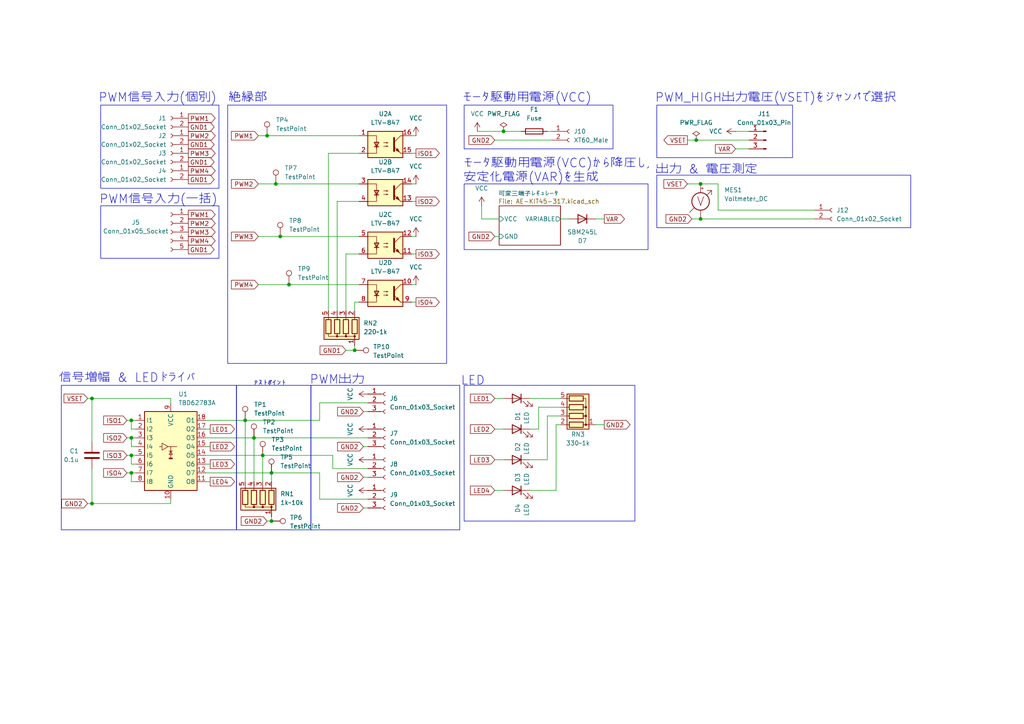
<source format=kicad_sch>
(kicad_sch
	(version 20231120)
	(generator "eeschema")
	(generator_version "8.0")
	(uuid "725c8c45-1602-4b6b-947b-2853cceaba04")
	(paper "A4")
	(title_block
		(title "PWM絶縁回路")
		(date "2024-11-09")
		(comment 1 "PWMなどの信号をフォトカプラで絶縁します。")
	)
	(lib_symbols
		(symbol "Connector:Conn_01x02_Socket"
			(pin_names
				(offset 1.016) hide)
			(exclude_from_sim no)
			(in_bom yes)
			(on_board yes)
			(property "Reference" "J"
				(at 0 2.54 0)
				(effects
					(font
						(size 1.27 1.27)
					)
				)
			)
			(property "Value" "Conn_01x02_Socket"
				(at 0 -5.08 0)
				(effects
					(font
						(size 1.27 1.27)
					)
				)
			)
			(property "Footprint" ""
				(at 0 0 0)
				(effects
					(font
						(size 1.27 1.27)
					)
					(hide yes)
				)
			)
			(property "Datasheet" "~"
				(at 0 0 0)
				(effects
					(font
						(size 1.27 1.27)
					)
					(hide yes)
				)
			)
			(property "Description" "Generic connector, single row, 01x02, script generated"
				(at 0 0 0)
				(effects
					(font
						(size 1.27 1.27)
					)
					(hide yes)
				)
			)
			(property "ki_locked" ""
				(at 0 0 0)
				(effects
					(font
						(size 1.27 1.27)
					)
				)
			)
			(property "ki_keywords" "connector"
				(at 0 0 0)
				(effects
					(font
						(size 1.27 1.27)
					)
					(hide yes)
				)
			)
			(property "ki_fp_filters" "Connector*:*_1x??_*"
				(at 0 0 0)
				(effects
					(font
						(size 1.27 1.27)
					)
					(hide yes)
				)
			)
			(symbol "Conn_01x02_Socket_1_1"
				(arc
					(start 0 -2.032)
					(mid -0.5058 -2.54)
					(end 0 -3.048)
					(stroke
						(width 0.1524)
						(type default)
					)
					(fill
						(type none)
					)
				)
				(polyline
					(pts
						(xy -1.27 -2.54) (xy -0.508 -2.54)
					)
					(stroke
						(width 0.1524)
						(type default)
					)
					(fill
						(type none)
					)
				)
				(polyline
					(pts
						(xy -1.27 0) (xy -0.508 0)
					)
					(stroke
						(width 0.1524)
						(type default)
					)
					(fill
						(type none)
					)
				)
				(arc
					(start 0 0.508)
					(mid -0.5058 0)
					(end 0 -0.508)
					(stroke
						(width 0.1524)
						(type default)
					)
					(fill
						(type none)
					)
				)
				(pin passive line
					(at -5.08 0 0)
					(length 3.81)
					(name "Pin_1"
						(effects
							(font
								(size 1.27 1.27)
							)
						)
					)
					(number "1"
						(effects
							(font
								(size 1.27 1.27)
							)
						)
					)
				)
				(pin passive line
					(at -5.08 -2.54 0)
					(length 3.81)
					(name "Pin_2"
						(effects
							(font
								(size 1.27 1.27)
							)
						)
					)
					(number "2"
						(effects
							(font
								(size 1.27 1.27)
							)
						)
					)
				)
			)
		)
		(symbol "Connector:Conn_01x03_Pin"
			(pin_names
				(offset 1.016) hide)
			(exclude_from_sim no)
			(in_bom yes)
			(on_board yes)
			(property "Reference" "J"
				(at 0 5.08 0)
				(effects
					(font
						(size 1.27 1.27)
					)
				)
			)
			(property "Value" "Conn_01x03_Pin"
				(at 0 -5.08 0)
				(effects
					(font
						(size 1.27 1.27)
					)
				)
			)
			(property "Footprint" ""
				(at 0 0 0)
				(effects
					(font
						(size 1.27 1.27)
					)
					(hide yes)
				)
			)
			(property "Datasheet" "~"
				(at 0 0 0)
				(effects
					(font
						(size 1.27 1.27)
					)
					(hide yes)
				)
			)
			(property "Description" "Generic connector, single row, 01x03, script generated"
				(at 0 0 0)
				(effects
					(font
						(size 1.27 1.27)
					)
					(hide yes)
				)
			)
			(property "ki_locked" ""
				(at 0 0 0)
				(effects
					(font
						(size 1.27 1.27)
					)
				)
			)
			(property "ki_keywords" "connector"
				(at 0 0 0)
				(effects
					(font
						(size 1.27 1.27)
					)
					(hide yes)
				)
			)
			(property "ki_fp_filters" "Connector*:*_1x??_*"
				(at 0 0 0)
				(effects
					(font
						(size 1.27 1.27)
					)
					(hide yes)
				)
			)
			(symbol "Conn_01x03_Pin_1_1"
				(polyline
					(pts
						(xy 1.27 -2.54) (xy 0.8636 -2.54)
					)
					(stroke
						(width 0.1524)
						(type default)
					)
					(fill
						(type none)
					)
				)
				(polyline
					(pts
						(xy 1.27 0) (xy 0.8636 0)
					)
					(stroke
						(width 0.1524)
						(type default)
					)
					(fill
						(type none)
					)
				)
				(polyline
					(pts
						(xy 1.27 2.54) (xy 0.8636 2.54)
					)
					(stroke
						(width 0.1524)
						(type default)
					)
					(fill
						(type none)
					)
				)
				(rectangle
					(start 0.8636 -2.413)
					(end 0 -2.667)
					(stroke
						(width 0.1524)
						(type default)
					)
					(fill
						(type outline)
					)
				)
				(rectangle
					(start 0.8636 0.127)
					(end 0 -0.127)
					(stroke
						(width 0.1524)
						(type default)
					)
					(fill
						(type outline)
					)
				)
				(rectangle
					(start 0.8636 2.667)
					(end 0 2.413)
					(stroke
						(width 0.1524)
						(type default)
					)
					(fill
						(type outline)
					)
				)
				(pin passive line
					(at 5.08 2.54 180)
					(length 3.81)
					(name "Pin_1"
						(effects
							(font
								(size 1.27 1.27)
							)
						)
					)
					(number "1"
						(effects
							(font
								(size 1.27 1.27)
							)
						)
					)
				)
				(pin passive line
					(at 5.08 0 180)
					(length 3.81)
					(name "Pin_2"
						(effects
							(font
								(size 1.27 1.27)
							)
						)
					)
					(number "2"
						(effects
							(font
								(size 1.27 1.27)
							)
						)
					)
				)
				(pin passive line
					(at 5.08 -2.54 180)
					(length 3.81)
					(name "Pin_3"
						(effects
							(font
								(size 1.27 1.27)
							)
						)
					)
					(number "3"
						(effects
							(font
								(size 1.27 1.27)
							)
						)
					)
				)
			)
		)
		(symbol "Connector:Conn_01x03_Socket"
			(pin_names
				(offset 1.016) hide)
			(exclude_from_sim no)
			(in_bom yes)
			(on_board yes)
			(property "Reference" "J"
				(at 0 5.08 0)
				(effects
					(font
						(size 1.27 1.27)
					)
				)
			)
			(property "Value" "Conn_01x03_Socket"
				(at 0 -5.08 0)
				(effects
					(font
						(size 1.27 1.27)
					)
				)
			)
			(property "Footprint" ""
				(at 0 0 0)
				(effects
					(font
						(size 1.27 1.27)
					)
					(hide yes)
				)
			)
			(property "Datasheet" "~"
				(at 0 0 0)
				(effects
					(font
						(size 1.27 1.27)
					)
					(hide yes)
				)
			)
			(property "Description" "Generic connector, single row, 01x03, script generated"
				(at 0 0 0)
				(effects
					(font
						(size 1.27 1.27)
					)
					(hide yes)
				)
			)
			(property "ki_locked" ""
				(at 0 0 0)
				(effects
					(font
						(size 1.27 1.27)
					)
				)
			)
			(property "ki_keywords" "connector"
				(at 0 0 0)
				(effects
					(font
						(size 1.27 1.27)
					)
					(hide yes)
				)
			)
			(property "ki_fp_filters" "Connector*:*_1x??_*"
				(at 0 0 0)
				(effects
					(font
						(size 1.27 1.27)
					)
					(hide yes)
				)
			)
			(symbol "Conn_01x03_Socket_1_1"
				(arc
					(start 0 -2.032)
					(mid -0.5058 -2.54)
					(end 0 -3.048)
					(stroke
						(width 0.1524)
						(type default)
					)
					(fill
						(type none)
					)
				)
				(polyline
					(pts
						(xy -1.27 -2.54) (xy -0.508 -2.54)
					)
					(stroke
						(width 0.1524)
						(type default)
					)
					(fill
						(type none)
					)
				)
				(polyline
					(pts
						(xy -1.27 0) (xy -0.508 0)
					)
					(stroke
						(width 0.1524)
						(type default)
					)
					(fill
						(type none)
					)
				)
				(polyline
					(pts
						(xy -1.27 2.54) (xy -0.508 2.54)
					)
					(stroke
						(width 0.1524)
						(type default)
					)
					(fill
						(type none)
					)
				)
				(arc
					(start 0 0.508)
					(mid -0.5058 0)
					(end 0 -0.508)
					(stroke
						(width 0.1524)
						(type default)
					)
					(fill
						(type none)
					)
				)
				(arc
					(start 0 3.048)
					(mid -0.5058 2.54)
					(end 0 2.032)
					(stroke
						(width 0.1524)
						(type default)
					)
					(fill
						(type none)
					)
				)
				(pin passive line
					(at -5.08 2.54 0)
					(length 3.81)
					(name "Pin_1"
						(effects
							(font
								(size 1.27 1.27)
							)
						)
					)
					(number "1"
						(effects
							(font
								(size 1.27 1.27)
							)
						)
					)
				)
				(pin passive line
					(at -5.08 0 0)
					(length 3.81)
					(name "Pin_2"
						(effects
							(font
								(size 1.27 1.27)
							)
						)
					)
					(number "2"
						(effects
							(font
								(size 1.27 1.27)
							)
						)
					)
				)
				(pin passive line
					(at -5.08 -2.54 0)
					(length 3.81)
					(name "Pin_3"
						(effects
							(font
								(size 1.27 1.27)
							)
						)
					)
					(number "3"
						(effects
							(font
								(size 1.27 1.27)
							)
						)
					)
				)
			)
		)
		(symbol "Connector:Conn_01x05_Socket"
			(pin_names
				(offset 1.016) hide)
			(exclude_from_sim no)
			(in_bom yes)
			(on_board yes)
			(property "Reference" "J"
				(at 0 7.62 0)
				(effects
					(font
						(size 1.27 1.27)
					)
				)
			)
			(property "Value" "Conn_01x05_Socket"
				(at 0 -7.62 0)
				(effects
					(font
						(size 1.27 1.27)
					)
				)
			)
			(property "Footprint" ""
				(at 0 0 0)
				(effects
					(font
						(size 1.27 1.27)
					)
					(hide yes)
				)
			)
			(property "Datasheet" "~"
				(at 0 0 0)
				(effects
					(font
						(size 1.27 1.27)
					)
					(hide yes)
				)
			)
			(property "Description" "Generic connector, single row, 01x05, script generated"
				(at 0 0 0)
				(effects
					(font
						(size 1.27 1.27)
					)
					(hide yes)
				)
			)
			(property "ki_locked" ""
				(at 0 0 0)
				(effects
					(font
						(size 1.27 1.27)
					)
				)
			)
			(property "ki_keywords" "connector"
				(at 0 0 0)
				(effects
					(font
						(size 1.27 1.27)
					)
					(hide yes)
				)
			)
			(property "ki_fp_filters" "Connector*:*_1x??_*"
				(at 0 0 0)
				(effects
					(font
						(size 1.27 1.27)
					)
					(hide yes)
				)
			)
			(symbol "Conn_01x05_Socket_1_1"
				(arc
					(start 0 -4.572)
					(mid -0.5058 -5.08)
					(end 0 -5.588)
					(stroke
						(width 0.1524)
						(type default)
					)
					(fill
						(type none)
					)
				)
				(arc
					(start 0 -2.032)
					(mid -0.5058 -2.54)
					(end 0 -3.048)
					(stroke
						(width 0.1524)
						(type default)
					)
					(fill
						(type none)
					)
				)
				(polyline
					(pts
						(xy -1.27 -5.08) (xy -0.508 -5.08)
					)
					(stroke
						(width 0.1524)
						(type default)
					)
					(fill
						(type none)
					)
				)
				(polyline
					(pts
						(xy -1.27 -2.54) (xy -0.508 -2.54)
					)
					(stroke
						(width 0.1524)
						(type default)
					)
					(fill
						(type none)
					)
				)
				(polyline
					(pts
						(xy -1.27 0) (xy -0.508 0)
					)
					(stroke
						(width 0.1524)
						(type default)
					)
					(fill
						(type none)
					)
				)
				(polyline
					(pts
						(xy -1.27 2.54) (xy -0.508 2.54)
					)
					(stroke
						(width 0.1524)
						(type default)
					)
					(fill
						(type none)
					)
				)
				(polyline
					(pts
						(xy -1.27 5.08) (xy -0.508 5.08)
					)
					(stroke
						(width 0.1524)
						(type default)
					)
					(fill
						(type none)
					)
				)
				(arc
					(start 0 0.508)
					(mid -0.5058 0)
					(end 0 -0.508)
					(stroke
						(width 0.1524)
						(type default)
					)
					(fill
						(type none)
					)
				)
				(arc
					(start 0 3.048)
					(mid -0.5058 2.54)
					(end 0 2.032)
					(stroke
						(width 0.1524)
						(type default)
					)
					(fill
						(type none)
					)
				)
				(arc
					(start 0 5.588)
					(mid -0.5058 5.08)
					(end 0 4.572)
					(stroke
						(width 0.1524)
						(type default)
					)
					(fill
						(type none)
					)
				)
				(pin passive line
					(at -5.08 5.08 0)
					(length 3.81)
					(name "Pin_1"
						(effects
							(font
								(size 1.27 1.27)
							)
						)
					)
					(number "1"
						(effects
							(font
								(size 1.27 1.27)
							)
						)
					)
				)
				(pin passive line
					(at -5.08 2.54 0)
					(length 3.81)
					(name "Pin_2"
						(effects
							(font
								(size 1.27 1.27)
							)
						)
					)
					(number "2"
						(effects
							(font
								(size 1.27 1.27)
							)
						)
					)
				)
				(pin passive line
					(at -5.08 0 0)
					(length 3.81)
					(name "Pin_3"
						(effects
							(font
								(size 1.27 1.27)
							)
						)
					)
					(number "3"
						(effects
							(font
								(size 1.27 1.27)
							)
						)
					)
				)
				(pin passive line
					(at -5.08 -2.54 0)
					(length 3.81)
					(name "Pin_4"
						(effects
							(font
								(size 1.27 1.27)
							)
						)
					)
					(number "4"
						(effects
							(font
								(size 1.27 1.27)
							)
						)
					)
				)
				(pin passive line
					(at -5.08 -5.08 0)
					(length 3.81)
					(name "Pin_5"
						(effects
							(font
								(size 1.27 1.27)
							)
						)
					)
					(number "5"
						(effects
							(font
								(size 1.27 1.27)
							)
						)
					)
				)
			)
		)
		(symbol "Connector:TestPoint"
			(pin_numbers hide)
			(pin_names
				(offset 0.762) hide)
			(exclude_from_sim no)
			(in_bom yes)
			(on_board yes)
			(property "Reference" "TP"
				(at 0 6.858 0)
				(effects
					(font
						(size 1.27 1.27)
					)
				)
			)
			(property "Value" "TestPoint"
				(at 0 5.08 0)
				(effects
					(font
						(size 1.27 1.27)
					)
				)
			)
			(property "Footprint" ""
				(at 5.08 0 0)
				(effects
					(font
						(size 1.27 1.27)
					)
					(hide yes)
				)
			)
			(property "Datasheet" "~"
				(at 5.08 0 0)
				(effects
					(font
						(size 1.27 1.27)
					)
					(hide yes)
				)
			)
			(property "Description" "test point"
				(at 0 0 0)
				(effects
					(font
						(size 1.27 1.27)
					)
					(hide yes)
				)
			)
			(property "ki_keywords" "test point tp"
				(at 0 0 0)
				(effects
					(font
						(size 1.27 1.27)
					)
					(hide yes)
				)
			)
			(property "ki_fp_filters" "Pin* Test*"
				(at 0 0 0)
				(effects
					(font
						(size 1.27 1.27)
					)
					(hide yes)
				)
			)
			(symbol "TestPoint_0_1"
				(circle
					(center 0 3.302)
					(radius 0.762)
					(stroke
						(width 0)
						(type default)
					)
					(fill
						(type none)
					)
				)
			)
			(symbol "TestPoint_1_1"
				(pin passive line
					(at 0 0 90)
					(length 2.54)
					(name "1"
						(effects
							(font
								(size 1.27 1.27)
							)
						)
					)
					(number "1"
						(effects
							(font
								(size 1.27 1.27)
							)
						)
					)
				)
			)
		)
		(symbol "Device:C"
			(pin_numbers hide)
			(pin_names
				(offset 0.254)
			)
			(exclude_from_sim no)
			(in_bom yes)
			(on_board yes)
			(property "Reference" "C"
				(at 0.635 2.54 0)
				(effects
					(font
						(size 1.27 1.27)
					)
					(justify left)
				)
			)
			(property "Value" "C"
				(at 0.635 -2.54 0)
				(effects
					(font
						(size 1.27 1.27)
					)
					(justify left)
				)
			)
			(property "Footprint" ""
				(at 0.9652 -3.81 0)
				(effects
					(font
						(size 1.27 1.27)
					)
					(hide yes)
				)
			)
			(property "Datasheet" "~"
				(at 0 0 0)
				(effects
					(font
						(size 1.27 1.27)
					)
					(hide yes)
				)
			)
			(property "Description" "Unpolarized capacitor"
				(at 0 0 0)
				(effects
					(font
						(size 1.27 1.27)
					)
					(hide yes)
				)
			)
			(property "ki_keywords" "cap capacitor"
				(at 0 0 0)
				(effects
					(font
						(size 1.27 1.27)
					)
					(hide yes)
				)
			)
			(property "ki_fp_filters" "C_*"
				(at 0 0 0)
				(effects
					(font
						(size 1.27 1.27)
					)
					(hide yes)
				)
			)
			(symbol "C_0_1"
				(polyline
					(pts
						(xy -2.032 -0.762) (xy 2.032 -0.762)
					)
					(stroke
						(width 0.508)
						(type default)
					)
					(fill
						(type none)
					)
				)
				(polyline
					(pts
						(xy -2.032 0.762) (xy 2.032 0.762)
					)
					(stroke
						(width 0.508)
						(type default)
					)
					(fill
						(type none)
					)
				)
			)
			(symbol "C_1_1"
				(pin passive line
					(at 0 3.81 270)
					(length 2.794)
					(name "~"
						(effects
							(font
								(size 1.27 1.27)
							)
						)
					)
					(number "1"
						(effects
							(font
								(size 1.27 1.27)
							)
						)
					)
				)
				(pin passive line
					(at 0 -3.81 90)
					(length 2.794)
					(name "~"
						(effects
							(font
								(size 1.27 1.27)
							)
						)
					)
					(number "2"
						(effects
							(font
								(size 1.27 1.27)
							)
						)
					)
				)
			)
		)
		(symbol "Device:D"
			(pin_numbers hide)
			(pin_names
				(offset 1.016) hide)
			(exclude_from_sim no)
			(in_bom yes)
			(on_board yes)
			(property "Reference" "D"
				(at 0 2.54 0)
				(effects
					(font
						(size 1.27 1.27)
					)
				)
			)
			(property "Value" "D"
				(at 0 -2.54 0)
				(effects
					(font
						(size 1.27 1.27)
					)
				)
			)
			(property "Footprint" ""
				(at 0 0 0)
				(effects
					(font
						(size 1.27 1.27)
					)
					(hide yes)
				)
			)
			(property "Datasheet" "~"
				(at 0 0 0)
				(effects
					(font
						(size 1.27 1.27)
					)
					(hide yes)
				)
			)
			(property "Description" "Diode"
				(at 0 0 0)
				(effects
					(font
						(size 1.27 1.27)
					)
					(hide yes)
				)
			)
			(property "Sim.Device" "D"
				(at 0 0 0)
				(effects
					(font
						(size 1.27 1.27)
					)
					(hide yes)
				)
			)
			(property "Sim.Pins" "1=K 2=A"
				(at 0 0 0)
				(effects
					(font
						(size 1.27 1.27)
					)
					(hide yes)
				)
			)
			(property "ki_keywords" "diode"
				(at 0 0 0)
				(effects
					(font
						(size 1.27 1.27)
					)
					(hide yes)
				)
			)
			(property "ki_fp_filters" "TO-???* *_Diode_* *SingleDiode* D_*"
				(at 0 0 0)
				(effects
					(font
						(size 1.27 1.27)
					)
					(hide yes)
				)
			)
			(symbol "D_0_1"
				(polyline
					(pts
						(xy -1.27 1.27) (xy -1.27 -1.27)
					)
					(stroke
						(width 0.254)
						(type default)
					)
					(fill
						(type none)
					)
				)
				(polyline
					(pts
						(xy 1.27 0) (xy -1.27 0)
					)
					(stroke
						(width 0)
						(type default)
					)
					(fill
						(type none)
					)
				)
				(polyline
					(pts
						(xy 1.27 1.27) (xy 1.27 -1.27) (xy -1.27 0) (xy 1.27 1.27)
					)
					(stroke
						(width 0.254)
						(type default)
					)
					(fill
						(type none)
					)
				)
			)
			(symbol "D_1_1"
				(pin passive line
					(at -3.81 0 0)
					(length 2.54)
					(name "K"
						(effects
							(font
								(size 1.27 1.27)
							)
						)
					)
					(number "1"
						(effects
							(font
								(size 1.27 1.27)
							)
						)
					)
				)
				(pin passive line
					(at 3.81 0 180)
					(length 2.54)
					(name "A"
						(effects
							(font
								(size 1.27 1.27)
							)
						)
					)
					(number "2"
						(effects
							(font
								(size 1.27 1.27)
							)
						)
					)
				)
			)
		)
		(symbol "Device:Fuse"
			(pin_numbers hide)
			(pin_names
				(offset 0)
			)
			(exclude_from_sim no)
			(in_bom yes)
			(on_board yes)
			(property "Reference" "F"
				(at 2.032 0 90)
				(effects
					(font
						(size 1.27 1.27)
					)
				)
			)
			(property "Value" "Fuse"
				(at -1.905 0 90)
				(effects
					(font
						(size 1.27 1.27)
					)
				)
			)
			(property "Footprint" ""
				(at -1.778 0 90)
				(effects
					(font
						(size 1.27 1.27)
					)
					(hide yes)
				)
			)
			(property "Datasheet" "~"
				(at 0 0 0)
				(effects
					(font
						(size 1.27 1.27)
					)
					(hide yes)
				)
			)
			(property "Description" "Fuse"
				(at 0 0 0)
				(effects
					(font
						(size 1.27 1.27)
					)
					(hide yes)
				)
			)
			(property "ki_keywords" "fuse"
				(at 0 0 0)
				(effects
					(font
						(size 1.27 1.27)
					)
					(hide yes)
				)
			)
			(property "ki_fp_filters" "*Fuse*"
				(at 0 0 0)
				(effects
					(font
						(size 1.27 1.27)
					)
					(hide yes)
				)
			)
			(symbol "Fuse_0_1"
				(rectangle
					(start -0.762 -2.54)
					(end 0.762 2.54)
					(stroke
						(width 0.254)
						(type default)
					)
					(fill
						(type none)
					)
				)
				(polyline
					(pts
						(xy 0 2.54) (xy 0 -2.54)
					)
					(stroke
						(width 0)
						(type default)
					)
					(fill
						(type none)
					)
				)
			)
			(symbol "Fuse_1_1"
				(pin passive line
					(at 0 3.81 270)
					(length 1.27)
					(name "~"
						(effects
							(font
								(size 1.27 1.27)
							)
						)
					)
					(number "1"
						(effects
							(font
								(size 1.27 1.27)
							)
						)
					)
				)
				(pin passive line
					(at 0 -3.81 90)
					(length 1.27)
					(name "~"
						(effects
							(font
								(size 1.27 1.27)
							)
						)
					)
					(number "2"
						(effects
							(font
								(size 1.27 1.27)
							)
						)
					)
				)
			)
		)
		(symbol "Device:LED"
			(pin_numbers hide)
			(pin_names
				(offset 1.016) hide)
			(exclude_from_sim no)
			(in_bom yes)
			(on_board yes)
			(property "Reference" "D"
				(at 0 2.54 0)
				(effects
					(font
						(size 1.27 1.27)
					)
				)
			)
			(property "Value" "LED"
				(at 0 -2.54 0)
				(effects
					(font
						(size 1.27 1.27)
					)
				)
			)
			(property "Footprint" ""
				(at 0 0 0)
				(effects
					(font
						(size 1.27 1.27)
					)
					(hide yes)
				)
			)
			(property "Datasheet" "~"
				(at 0 0 0)
				(effects
					(font
						(size 1.27 1.27)
					)
					(hide yes)
				)
			)
			(property "Description" "Light emitting diode"
				(at 0 0 0)
				(effects
					(font
						(size 1.27 1.27)
					)
					(hide yes)
				)
			)
			(property "ki_keywords" "LED diode"
				(at 0 0 0)
				(effects
					(font
						(size 1.27 1.27)
					)
					(hide yes)
				)
			)
			(property "ki_fp_filters" "LED* LED_SMD:* LED_THT:*"
				(at 0 0 0)
				(effects
					(font
						(size 1.27 1.27)
					)
					(hide yes)
				)
			)
			(symbol "LED_0_1"
				(polyline
					(pts
						(xy -1.27 -1.27) (xy -1.27 1.27)
					)
					(stroke
						(width 0.254)
						(type default)
					)
					(fill
						(type none)
					)
				)
				(polyline
					(pts
						(xy -1.27 0) (xy 1.27 0)
					)
					(stroke
						(width 0)
						(type default)
					)
					(fill
						(type none)
					)
				)
				(polyline
					(pts
						(xy 1.27 -1.27) (xy 1.27 1.27) (xy -1.27 0) (xy 1.27 -1.27)
					)
					(stroke
						(width 0.254)
						(type default)
					)
					(fill
						(type none)
					)
				)
				(polyline
					(pts
						(xy -3.048 -0.762) (xy -4.572 -2.286) (xy -3.81 -2.286) (xy -4.572 -2.286) (xy -4.572 -1.524)
					)
					(stroke
						(width 0)
						(type default)
					)
					(fill
						(type none)
					)
				)
				(polyline
					(pts
						(xy -1.778 -0.762) (xy -3.302 -2.286) (xy -2.54 -2.286) (xy -3.302 -2.286) (xy -3.302 -1.524)
					)
					(stroke
						(width 0)
						(type default)
					)
					(fill
						(type none)
					)
				)
			)
			(symbol "LED_1_1"
				(pin passive line
					(at -3.81 0 0)
					(length 2.54)
					(name "K"
						(effects
							(font
								(size 1.27 1.27)
							)
						)
					)
					(number "1"
						(effects
							(font
								(size 1.27 1.27)
							)
						)
					)
				)
				(pin passive line
					(at 3.81 0 180)
					(length 2.54)
					(name "A"
						(effects
							(font
								(size 1.27 1.27)
							)
						)
					)
					(number "2"
						(effects
							(font
								(size 1.27 1.27)
							)
						)
					)
				)
			)
		)
		(symbol "Device:R_Network04"
			(pin_names
				(offset 0) hide)
			(exclude_from_sim no)
			(in_bom yes)
			(on_board yes)
			(property "Reference" "RN"
				(at -7.62 0 90)
				(effects
					(font
						(size 1.27 1.27)
					)
				)
			)
			(property "Value" "R_Network04"
				(at 5.08 0 90)
				(effects
					(font
						(size 1.27 1.27)
					)
				)
			)
			(property "Footprint" "Resistor_THT:R_Array_SIP5"
				(at 6.985 0 90)
				(effects
					(font
						(size 1.27 1.27)
					)
					(hide yes)
				)
			)
			(property "Datasheet" "http://www.vishay.com/docs/31509/csc.pdf"
				(at 0 0 0)
				(effects
					(font
						(size 1.27 1.27)
					)
					(hide yes)
				)
			)
			(property "Description" "4 resistor network, star topology, bussed resistors, small symbol"
				(at 0 0 0)
				(effects
					(font
						(size 1.27 1.27)
					)
					(hide yes)
				)
			)
			(property "ki_keywords" "R network star-topology"
				(at 0 0 0)
				(effects
					(font
						(size 1.27 1.27)
					)
					(hide yes)
				)
			)
			(property "ki_fp_filters" "R?Array?SIP*"
				(at 0 0 0)
				(effects
					(font
						(size 1.27 1.27)
					)
					(hide yes)
				)
			)
			(symbol "R_Network04_0_1"
				(rectangle
					(start -6.35 -3.175)
					(end 3.81 3.175)
					(stroke
						(width 0.254)
						(type default)
					)
					(fill
						(type background)
					)
				)
				(rectangle
					(start -5.842 1.524)
					(end -4.318 -2.54)
					(stroke
						(width 0.254)
						(type default)
					)
					(fill
						(type none)
					)
				)
				(circle
					(center -5.08 2.286)
					(radius 0.254)
					(stroke
						(width 0)
						(type default)
					)
					(fill
						(type outline)
					)
				)
				(rectangle
					(start -3.302 1.524)
					(end -1.778 -2.54)
					(stroke
						(width 0.254)
						(type default)
					)
					(fill
						(type none)
					)
				)
				(circle
					(center -2.54 2.286)
					(radius 0.254)
					(stroke
						(width 0)
						(type default)
					)
					(fill
						(type outline)
					)
				)
				(rectangle
					(start -0.762 1.524)
					(end 0.762 -2.54)
					(stroke
						(width 0.254)
						(type default)
					)
					(fill
						(type none)
					)
				)
				(polyline
					(pts
						(xy -5.08 -2.54) (xy -5.08 -3.81)
					)
					(stroke
						(width 0)
						(type default)
					)
					(fill
						(type none)
					)
				)
				(polyline
					(pts
						(xy -2.54 -2.54) (xy -2.54 -3.81)
					)
					(stroke
						(width 0)
						(type default)
					)
					(fill
						(type none)
					)
				)
				(polyline
					(pts
						(xy 0 -2.54) (xy 0 -3.81)
					)
					(stroke
						(width 0)
						(type default)
					)
					(fill
						(type none)
					)
				)
				(polyline
					(pts
						(xy 2.54 -2.54) (xy 2.54 -3.81)
					)
					(stroke
						(width 0)
						(type default)
					)
					(fill
						(type none)
					)
				)
				(polyline
					(pts
						(xy -5.08 1.524) (xy -5.08 2.286) (xy -2.54 2.286) (xy -2.54 1.524)
					)
					(stroke
						(width 0)
						(type default)
					)
					(fill
						(type none)
					)
				)
				(polyline
					(pts
						(xy -2.54 1.524) (xy -2.54 2.286) (xy 0 2.286) (xy 0 1.524)
					)
					(stroke
						(width 0)
						(type default)
					)
					(fill
						(type none)
					)
				)
				(polyline
					(pts
						(xy 0 1.524) (xy 0 2.286) (xy 2.54 2.286) (xy 2.54 1.524)
					)
					(stroke
						(width 0)
						(type default)
					)
					(fill
						(type none)
					)
				)
				(circle
					(center 0 2.286)
					(radius 0.254)
					(stroke
						(width 0)
						(type default)
					)
					(fill
						(type outline)
					)
				)
				(rectangle
					(start 1.778 1.524)
					(end 3.302 -2.54)
					(stroke
						(width 0.254)
						(type default)
					)
					(fill
						(type none)
					)
				)
			)
			(symbol "R_Network04_1_1"
				(pin passive line
					(at -5.08 5.08 270)
					(length 2.54)
					(name "common"
						(effects
							(font
								(size 1.27 1.27)
							)
						)
					)
					(number "1"
						(effects
							(font
								(size 1.27 1.27)
							)
						)
					)
				)
				(pin passive line
					(at -5.08 -5.08 90)
					(length 1.27)
					(name "R1"
						(effects
							(font
								(size 1.27 1.27)
							)
						)
					)
					(number "2"
						(effects
							(font
								(size 1.27 1.27)
							)
						)
					)
				)
				(pin passive line
					(at -2.54 -5.08 90)
					(length 1.27)
					(name "R2"
						(effects
							(font
								(size 1.27 1.27)
							)
						)
					)
					(number "3"
						(effects
							(font
								(size 1.27 1.27)
							)
						)
					)
				)
				(pin passive line
					(at 0 -5.08 90)
					(length 1.27)
					(name "R3"
						(effects
							(font
								(size 1.27 1.27)
							)
						)
					)
					(number "4"
						(effects
							(font
								(size 1.27 1.27)
							)
						)
					)
				)
				(pin passive line
					(at 2.54 -5.08 90)
					(length 1.27)
					(name "R4"
						(effects
							(font
								(size 1.27 1.27)
							)
						)
					)
					(number "5"
						(effects
							(font
								(size 1.27 1.27)
							)
						)
					)
				)
			)
		)
		(symbol "Device:Voltmeter_DC"
			(pin_numbers hide)
			(pin_names
				(offset 0.0254) hide)
			(exclude_from_sim no)
			(in_bom yes)
			(on_board yes)
			(property "Reference" "MES"
				(at -3.302 1.016 0)
				(effects
					(font
						(size 1.27 1.27)
					)
					(justify right)
				)
			)
			(property "Value" "Voltmeter_DC"
				(at -3.302 -0.762 0)
				(effects
					(font
						(size 1.27 1.27)
					)
					(justify right)
				)
			)
			(property "Footprint" ""
				(at 0 2.54 90)
				(effects
					(font
						(size 1.27 1.27)
					)
					(hide yes)
				)
			)
			(property "Datasheet" "~"
				(at 0 2.54 90)
				(effects
					(font
						(size 1.27 1.27)
					)
					(hide yes)
				)
			)
			(property "Description" "DC voltmeter"
				(at 0 0 0)
				(effects
					(font
						(size 1.27 1.27)
					)
					(hide yes)
				)
			)
			(property "ki_keywords" "voltmeter DC"
				(at 0 0 0)
				(effects
					(font
						(size 1.27 1.27)
					)
					(hide yes)
				)
			)
			(symbol "Voltmeter_DC_0_0"
				(polyline
					(pts
						(xy -3.175 -3.175) (xy -1.905 -1.905)
					)
					(stroke
						(width 0)
						(type default)
					)
					(fill
						(type none)
					)
				)
				(polyline
					(pts
						(xy 1.905 1.905) (xy 3.175 3.175)
					)
					(stroke
						(width 0)
						(type default)
					)
					(fill
						(type none)
					)
				)
				(polyline
					(pts
						(xy 1.905 3.175) (xy 3.175 3.175) (xy 3.175 1.905)
					)
					(stroke
						(width 0)
						(type default)
					)
					(fill
						(type none)
					)
				)
				(text "V"
					(at 0 0 0)
					(effects
						(font
							(size 2.54 2.54)
						)
					)
				)
			)
			(symbol "Voltmeter_DC_0_1"
				(polyline
					(pts
						(xy 0.254 3.81) (xy 0.762 3.81)
					)
					(stroke
						(width 0)
						(type default)
					)
					(fill
						(type none)
					)
				)
				(polyline
					(pts
						(xy 0.508 4.064) (xy 0.508 3.556)
					)
					(stroke
						(width 0)
						(type default)
					)
					(fill
						(type none)
					)
				)
				(circle
					(center 0 0)
					(radius 2.54)
					(stroke
						(width 0.254)
						(type default)
					)
					(fill
						(type none)
					)
				)
			)
			(symbol "Voltmeter_DC_1_1"
				(pin passive line
					(at 0 -5.08 90)
					(length 2.54)
					(name "-"
						(effects
							(font
								(size 1.27 1.27)
							)
						)
					)
					(number "1"
						(effects
							(font
								(size 1.27 1.27)
							)
						)
					)
				)
				(pin passive line
					(at 0 5.08 270)
					(length 2.54)
					(name "+"
						(effects
							(font
								(size 1.27 1.27)
							)
						)
					)
					(number "2"
						(effects
							(font
								(size 1.27 1.27)
							)
						)
					)
				)
			)
		)
		(symbol "Isolator:LTV-847"
			(pin_names
				(offset 1.016)
			)
			(exclude_from_sim no)
			(in_bom yes)
			(on_board yes)
			(property "Reference" "U"
				(at -5.08 5.08 0)
				(effects
					(font
						(size 1.27 1.27)
					)
					(justify left)
				)
			)
			(property "Value" "LTV-847"
				(at 0 5.08 0)
				(effects
					(font
						(size 1.27 1.27)
					)
					(justify left)
				)
			)
			(property "Footprint" "Package_DIP:DIP-16_W7.62mm"
				(at -5.08 -5.08 0)
				(effects
					(font
						(size 1.27 1.27)
						(italic yes)
					)
					(justify left)
					(hide yes)
				)
			)
			(property "Datasheet" "http://optoelectronics.liteon.com/upload/download/DS-70-96-0016/LTV-8X7%20series.PDF"
				(at 0 0 0)
				(effects
					(font
						(size 1.27 1.27)
					)
					(justify left)
					(hide yes)
				)
			)
			(property "Description" "Quad DC Optocoupler, Vce 35V, CTR 50%, DIP-16"
				(at 0 0 0)
				(effects
					(font
						(size 1.27 1.27)
					)
					(hide yes)
				)
			)
			(property "ki_keywords" "NPN DC Quad Optocoupler"
				(at 0 0 0)
				(effects
					(font
						(size 1.27 1.27)
					)
					(hide yes)
				)
			)
			(property "ki_fp_filters" "DIP*W7.62mm*"
				(at 0 0 0)
				(effects
					(font
						(size 1.27 1.27)
					)
					(hide yes)
				)
			)
			(symbol "LTV-847_0_1"
				(rectangle
					(start -5.08 3.81)
					(end 5.08 -3.81)
					(stroke
						(width 0.254)
						(type default)
					)
					(fill
						(type background)
					)
				)
				(polyline
					(pts
						(xy -3.175 -0.635) (xy -1.905 -0.635)
					)
					(stroke
						(width 0.254)
						(type default)
					)
					(fill
						(type none)
					)
				)
				(polyline
					(pts
						(xy 2.54 0.635) (xy 4.445 2.54)
					)
					(stroke
						(width 0)
						(type default)
					)
					(fill
						(type none)
					)
				)
				(polyline
					(pts
						(xy 4.445 -2.54) (xy 2.54 -0.635)
					)
					(stroke
						(width 0)
						(type default)
					)
					(fill
						(type outline)
					)
				)
				(polyline
					(pts
						(xy 4.445 -2.54) (xy 5.08 -2.54)
					)
					(stroke
						(width 0)
						(type default)
					)
					(fill
						(type none)
					)
				)
				(polyline
					(pts
						(xy 4.445 2.54) (xy 5.08 2.54)
					)
					(stroke
						(width 0)
						(type default)
					)
					(fill
						(type none)
					)
				)
				(polyline
					(pts
						(xy -2.54 -0.635) (xy -2.54 -2.54) (xy -5.08 -2.54)
					)
					(stroke
						(width 0)
						(type default)
					)
					(fill
						(type none)
					)
				)
				(polyline
					(pts
						(xy 2.54 1.905) (xy 2.54 -1.905) (xy 2.54 -1.905)
					)
					(stroke
						(width 0.508)
						(type default)
					)
					(fill
						(type none)
					)
				)
				(polyline
					(pts
						(xy -5.08 2.54) (xy -2.54 2.54) (xy -2.54 -1.27) (xy -2.54 0.635)
					)
					(stroke
						(width 0)
						(type default)
					)
					(fill
						(type none)
					)
				)
				(polyline
					(pts
						(xy -2.54 -0.635) (xy -3.175 0.635) (xy -1.905 0.635) (xy -2.54 -0.635)
					)
					(stroke
						(width 0.254)
						(type default)
					)
					(fill
						(type none)
					)
				)
				(polyline
					(pts
						(xy -0.508 -0.508) (xy 0.762 -0.508) (xy 0.381 -0.635) (xy 0.381 -0.381) (xy 0.762 -0.508)
					)
					(stroke
						(width 0)
						(type default)
					)
					(fill
						(type none)
					)
				)
				(polyline
					(pts
						(xy -0.508 0.508) (xy 0.762 0.508) (xy 0.381 0.381) (xy 0.381 0.635) (xy 0.762 0.508)
					)
					(stroke
						(width 0)
						(type default)
					)
					(fill
						(type none)
					)
				)
				(polyline
					(pts
						(xy 3.048 -1.651) (xy 3.556 -1.143) (xy 4.064 -2.159) (xy 3.048 -1.651) (xy 3.048 -1.651)
					)
					(stroke
						(width 0)
						(type default)
					)
					(fill
						(type outline)
					)
				)
			)
			(symbol "LTV-847_1_1"
				(pin passive line
					(at -7.62 2.54 0)
					(length 2.54)
					(name "~"
						(effects
							(font
								(size 1.27 1.27)
							)
						)
					)
					(number "1"
						(effects
							(font
								(size 1.27 1.27)
							)
						)
					)
				)
				(pin passive line
					(at 7.62 -2.54 180)
					(length 2.54)
					(name "~"
						(effects
							(font
								(size 1.27 1.27)
							)
						)
					)
					(number "15"
						(effects
							(font
								(size 1.27 1.27)
							)
						)
					)
				)
				(pin passive line
					(at 7.62 2.54 180)
					(length 2.54)
					(name "~"
						(effects
							(font
								(size 1.27 1.27)
							)
						)
					)
					(number "16"
						(effects
							(font
								(size 1.27 1.27)
							)
						)
					)
				)
				(pin passive line
					(at -7.62 -2.54 0)
					(length 2.54)
					(name "~"
						(effects
							(font
								(size 1.27 1.27)
							)
						)
					)
					(number "2"
						(effects
							(font
								(size 1.27 1.27)
							)
						)
					)
				)
			)
			(symbol "LTV-847_2_1"
				(pin passive line
					(at 7.62 -2.54 180)
					(length 2.54)
					(name "~"
						(effects
							(font
								(size 1.27 1.27)
							)
						)
					)
					(number "13"
						(effects
							(font
								(size 1.27 1.27)
							)
						)
					)
				)
				(pin passive line
					(at 7.62 2.54 180)
					(length 2.54)
					(name "~"
						(effects
							(font
								(size 1.27 1.27)
							)
						)
					)
					(number "14"
						(effects
							(font
								(size 1.27 1.27)
							)
						)
					)
				)
				(pin passive line
					(at -7.62 2.54 0)
					(length 2.54)
					(name "~"
						(effects
							(font
								(size 1.27 1.27)
							)
						)
					)
					(number "3"
						(effects
							(font
								(size 1.27 1.27)
							)
						)
					)
				)
				(pin passive line
					(at -7.62 -2.54 0)
					(length 2.54)
					(name "~"
						(effects
							(font
								(size 1.27 1.27)
							)
						)
					)
					(number "4"
						(effects
							(font
								(size 1.27 1.27)
							)
						)
					)
				)
			)
			(symbol "LTV-847_3_1"
				(pin passive line
					(at 7.62 -2.54 180)
					(length 2.54)
					(name "~"
						(effects
							(font
								(size 1.27 1.27)
							)
						)
					)
					(number "11"
						(effects
							(font
								(size 1.27 1.27)
							)
						)
					)
				)
				(pin passive line
					(at 7.62 2.54 180)
					(length 2.54)
					(name "~"
						(effects
							(font
								(size 1.27 1.27)
							)
						)
					)
					(number "12"
						(effects
							(font
								(size 1.27 1.27)
							)
						)
					)
				)
				(pin passive line
					(at -7.62 2.54 0)
					(length 2.54)
					(name "~"
						(effects
							(font
								(size 1.27 1.27)
							)
						)
					)
					(number "5"
						(effects
							(font
								(size 1.27 1.27)
							)
						)
					)
				)
				(pin passive line
					(at -7.62 -2.54 0)
					(length 2.54)
					(name "~"
						(effects
							(font
								(size 1.27 1.27)
							)
						)
					)
					(number "6"
						(effects
							(font
								(size 1.27 1.27)
							)
						)
					)
				)
			)
			(symbol "LTV-847_4_1"
				(pin passive line
					(at 7.62 2.54 180)
					(length 2.54)
					(name "~"
						(effects
							(font
								(size 1.27 1.27)
							)
						)
					)
					(number "10"
						(effects
							(font
								(size 1.27 1.27)
							)
						)
					)
				)
				(pin passive line
					(at -7.62 2.54 0)
					(length 2.54)
					(name "~"
						(effects
							(font
								(size 1.27 1.27)
							)
						)
					)
					(number "7"
						(effects
							(font
								(size 1.27 1.27)
							)
						)
					)
				)
				(pin passive line
					(at -7.62 -2.54 0)
					(length 2.54)
					(name "~"
						(effects
							(font
								(size 1.27 1.27)
							)
						)
					)
					(number "8"
						(effects
							(font
								(size 1.27 1.27)
							)
						)
					)
				)
				(pin passive line
					(at 7.62 -2.54 180)
					(length 2.54)
					(name "~"
						(effects
							(font
								(size 1.27 1.27)
							)
						)
					)
					(number "9"
						(effects
							(font
								(size 1.27 1.27)
							)
						)
					)
				)
			)
		)
		(symbol "Transistor_Array:TBD62783A"
			(exclude_from_sim no)
			(in_bom yes)
			(on_board yes)
			(property "Reference" "U"
				(at -7.62 11.43 0)
				(effects
					(font
						(size 1.27 1.27)
					)
					(justify left)
				)
			)
			(property "Value" "TBD62783A"
				(at 1.27 11.43 0)
				(effects
					(font
						(size 1.27 1.27)
					)
					(justify left)
				)
			)
			(property "Footprint" ""
				(at 0 -13.97 0)
				(effects
					(font
						(size 1.27 1.27)
					)
					(hide yes)
				)
			)
			(property "Datasheet" "http://toshiba.semicon-storage.com/info/docget.jsp?did=30523&prodName=TBD62783APG"
				(at -7.62 10.16 0)
				(effects
					(font
						(size 1.27 1.27)
					)
					(hide yes)
				)
			)
			(property "Description" "8-Channel Source Type Transistor Array, TTL and CMOS compatible, 500mA, 50V, DIP-18/SOP-18/SSOP-18/SOIC-18W"
				(at 0 0 0)
				(effects
					(font
						(size 1.27 1.27)
					)
					(hide yes)
				)
			)
			(property "ki_keywords" "relays solenoids lamps steppers servos LEDs"
				(at 0 0 0)
				(effects
					(font
						(size 1.27 1.27)
					)
					(hide yes)
				)
			)
			(property "ki_fp_filters" "DIP*W7.62mm* SOP*7.0x12.5mm*P1.27mm* SSOP*4.4x6.5mm*P0.65mm* SOIC*7.5x11.6mm*P1.27mm*"
				(at 0 0 0)
				(effects
					(font
						(size 1.27 1.27)
					)
					(hide yes)
				)
			)
			(symbol "TBD62783A_0_1"
				(rectangle
					(start -7.62 10.16)
					(end 7.62 -12.7)
					(stroke
						(width 0.254)
						(type default)
					)
					(fill
						(type background)
					)
				)
				(rectangle
					(start -0.508 -3.302)
					(end 0.508 -3.556)
					(stroke
						(width 0)
						(type default)
					)
					(fill
						(type outline)
					)
				)
				(polyline
					(pts
						(xy -1.778 -2.794) (xy -1.778 -2.794)
					)
					(stroke
						(width 0.254)
						(type default)
					)
					(fill
						(type none)
					)
				)
				(polyline
					(pts
						(xy -1.778 -2.032) (xy -1.778 -2.032)
					)
					(stroke
						(width 0.254)
						(type default)
					)
					(fill
						(type none)
					)
				)
				(polyline
					(pts
						(xy -1.778 -1.27) (xy -1.778 -1.27)
					)
					(stroke
						(width 0.254)
						(type default)
					)
					(fill
						(type none)
					)
				)
				(polyline
					(pts
						(xy -1.778 1.27) (xy -1.778 1.27)
					)
					(stroke
						(width 0.254)
						(type default)
					)
					(fill
						(type none)
					)
				)
				(polyline
					(pts
						(xy -1.778 2.032) (xy -1.778 2.032)
					)
					(stroke
						(width 0.254)
						(type default)
					)
					(fill
						(type none)
					)
				)
				(polyline
					(pts
						(xy -1.778 2.794) (xy -1.778 2.794)
					)
					(stroke
						(width 0.254)
						(type default)
					)
					(fill
						(type none)
					)
				)
				(polyline
					(pts
						(xy -0.762 0) (xy 1.778 0)
					)
					(stroke
						(width 0)
						(type default)
					)
					(fill
						(type none)
					)
				)
				(polyline
					(pts
						(xy -0.508 -1.27) (xy 0.508 -1.27)
					)
					(stroke
						(width 0)
						(type default)
					)
					(fill
						(type none)
					)
				)
				(polyline
					(pts
						(xy 0 0) (xy 0 -3.302)
					)
					(stroke
						(width 0)
						(type default)
					)
					(fill
						(type none)
					)
				)
				(polyline
					(pts
						(xy 0 0) (xy 0 0)
					)
					(stroke
						(width 0.508)
						(type default)
					)
					(fill
						(type none)
					)
				)
				(polyline
					(pts
						(xy 0 -1.27) (xy -0.508 -2.286) (xy 0.508 -2.286) (xy 0 -1.27)
					)
					(stroke
						(width 0)
						(type default)
					)
					(fill
						(type none)
					)
				)
				(polyline
					(pts
						(xy -3.302 0) (xy -2.54 0) (xy -2.54 1.016) (xy -0.762 0) (xy -2.54 -1.016) (xy -2.54 0)
					)
					(stroke
						(width 0)
						(type default)
					)
					(fill
						(type none)
					)
				)
			)
			(symbol "TBD62783A_1_1"
				(pin input line
					(at -10.16 7.62 0)
					(length 2.54)
					(name "I1"
						(effects
							(font
								(size 1.27 1.27)
							)
						)
					)
					(number "1"
						(effects
							(font
								(size 1.27 1.27)
							)
						)
					)
				)
				(pin power_in line
					(at 0 -15.24 90)
					(length 2.54)
					(name "GND"
						(effects
							(font
								(size 1.27 1.27)
							)
						)
					)
					(number "10"
						(effects
							(font
								(size 1.27 1.27)
							)
						)
					)
				)
				(pin open_emitter line
					(at 10.16 -10.16 180)
					(length 2.54)
					(name "O8"
						(effects
							(font
								(size 1.27 1.27)
							)
						)
					)
					(number "11"
						(effects
							(font
								(size 1.27 1.27)
							)
						)
					)
				)
				(pin open_emitter line
					(at 10.16 -7.62 180)
					(length 2.54)
					(name "O7"
						(effects
							(font
								(size 1.27 1.27)
							)
						)
					)
					(number "12"
						(effects
							(font
								(size 1.27 1.27)
							)
						)
					)
				)
				(pin open_emitter line
					(at 10.16 -5.08 180)
					(length 2.54)
					(name "O6"
						(effects
							(font
								(size 1.27 1.27)
							)
						)
					)
					(number "13"
						(effects
							(font
								(size 1.27 1.27)
							)
						)
					)
				)
				(pin open_emitter line
					(at 10.16 -2.54 180)
					(length 2.54)
					(name "O5"
						(effects
							(font
								(size 1.27 1.27)
							)
						)
					)
					(number "14"
						(effects
							(font
								(size 1.27 1.27)
							)
						)
					)
				)
				(pin open_emitter line
					(at 10.16 0 180)
					(length 2.54)
					(name "O4"
						(effects
							(font
								(size 1.27 1.27)
							)
						)
					)
					(number "15"
						(effects
							(font
								(size 1.27 1.27)
							)
						)
					)
				)
				(pin open_emitter line
					(at 10.16 2.54 180)
					(length 2.54)
					(name "O3"
						(effects
							(font
								(size 1.27 1.27)
							)
						)
					)
					(number "16"
						(effects
							(font
								(size 1.27 1.27)
							)
						)
					)
				)
				(pin open_emitter line
					(at 10.16 5.08 180)
					(length 2.54)
					(name "O2"
						(effects
							(font
								(size 1.27 1.27)
							)
						)
					)
					(number "17"
						(effects
							(font
								(size 1.27 1.27)
							)
						)
					)
				)
				(pin open_emitter line
					(at 10.16 7.62 180)
					(length 2.54)
					(name "O1"
						(effects
							(font
								(size 1.27 1.27)
							)
						)
					)
					(number "18"
						(effects
							(font
								(size 1.27 1.27)
							)
						)
					)
				)
				(pin input line
					(at -10.16 5.08 0)
					(length 2.54)
					(name "I2"
						(effects
							(font
								(size 1.27 1.27)
							)
						)
					)
					(number "2"
						(effects
							(font
								(size 1.27 1.27)
							)
						)
					)
				)
				(pin input line
					(at -10.16 2.54 0)
					(length 2.54)
					(name "I3"
						(effects
							(font
								(size 1.27 1.27)
							)
						)
					)
					(number "3"
						(effects
							(font
								(size 1.27 1.27)
							)
						)
					)
				)
				(pin input line
					(at -10.16 0 0)
					(length 2.54)
					(name "I4"
						(effects
							(font
								(size 1.27 1.27)
							)
						)
					)
					(number "4"
						(effects
							(font
								(size 1.27 1.27)
							)
						)
					)
				)
				(pin input line
					(at -10.16 -2.54 0)
					(length 2.54)
					(name "I5"
						(effects
							(font
								(size 1.27 1.27)
							)
						)
					)
					(number "5"
						(effects
							(font
								(size 1.27 1.27)
							)
						)
					)
				)
				(pin input line
					(at -10.16 -5.08 0)
					(length 2.54)
					(name "I6"
						(effects
							(font
								(size 1.27 1.27)
							)
						)
					)
					(number "6"
						(effects
							(font
								(size 1.27 1.27)
							)
						)
					)
				)
				(pin input line
					(at -10.16 -7.62 0)
					(length 2.54)
					(name "I7"
						(effects
							(font
								(size 1.27 1.27)
							)
						)
					)
					(number "7"
						(effects
							(font
								(size 1.27 1.27)
							)
						)
					)
				)
				(pin input line
					(at -10.16 -10.16 0)
					(length 2.54)
					(name "I8"
						(effects
							(font
								(size 1.27 1.27)
							)
						)
					)
					(number "8"
						(effects
							(font
								(size 1.27 1.27)
							)
						)
					)
				)
				(pin power_in line
					(at 0 12.7 270)
					(length 2.54)
					(name "VCC"
						(effects
							(font
								(size 1.27 1.27)
							)
						)
					)
					(number "9"
						(effects
							(font
								(size 1.27 1.27)
							)
						)
					)
				)
			)
		)
		(symbol "power:PWR_FLAG"
			(power)
			(pin_numbers hide)
			(pin_names
				(offset 0) hide)
			(exclude_from_sim no)
			(in_bom yes)
			(on_board yes)
			(property "Reference" "#FLG"
				(at 0 1.905 0)
				(effects
					(font
						(size 1.27 1.27)
					)
					(hide yes)
				)
			)
			(property "Value" "PWR_FLAG"
				(at 0 3.81 0)
				(effects
					(font
						(size 1.27 1.27)
					)
				)
			)
			(property "Footprint" ""
				(at 0 0 0)
				(effects
					(font
						(size 1.27 1.27)
					)
					(hide yes)
				)
			)
			(property "Datasheet" "~"
				(at 0 0 0)
				(effects
					(font
						(size 1.27 1.27)
					)
					(hide yes)
				)
			)
			(property "Description" "Special symbol for telling ERC where power comes from"
				(at 0 0 0)
				(effects
					(font
						(size 1.27 1.27)
					)
					(hide yes)
				)
			)
			(property "ki_keywords" "flag power"
				(at 0 0 0)
				(effects
					(font
						(size 1.27 1.27)
					)
					(hide yes)
				)
			)
			(symbol "PWR_FLAG_0_0"
				(pin power_out line
					(at 0 0 90)
					(length 0)
					(name "~"
						(effects
							(font
								(size 1.27 1.27)
							)
						)
					)
					(number "1"
						(effects
							(font
								(size 1.27 1.27)
							)
						)
					)
				)
			)
			(symbol "PWR_FLAG_0_1"
				(polyline
					(pts
						(xy 0 0) (xy 0 1.27) (xy -1.016 1.905) (xy 0 2.54) (xy 1.016 1.905) (xy 0 1.27)
					)
					(stroke
						(width 0)
						(type default)
					)
					(fill
						(type none)
					)
				)
			)
		)
		(symbol "power:VCC"
			(power)
			(pin_numbers hide)
			(pin_names
				(offset 0) hide)
			(exclude_from_sim no)
			(in_bom yes)
			(on_board yes)
			(property "Reference" "#PWR"
				(at 0 -3.81 0)
				(effects
					(font
						(size 1.27 1.27)
					)
					(hide yes)
				)
			)
			(property "Value" "VCC"
				(at 0 3.556 0)
				(effects
					(font
						(size 1.27 1.27)
					)
				)
			)
			(property "Footprint" ""
				(at 0 0 0)
				(effects
					(font
						(size 1.27 1.27)
					)
					(hide yes)
				)
			)
			(property "Datasheet" ""
				(at 0 0 0)
				(effects
					(font
						(size 1.27 1.27)
					)
					(hide yes)
				)
			)
			(property "Description" "Power symbol creates a global label with name \"VCC\""
				(at 0 0 0)
				(effects
					(font
						(size 1.27 1.27)
					)
					(hide yes)
				)
			)
			(property "ki_keywords" "global power"
				(at 0 0 0)
				(effects
					(font
						(size 1.27 1.27)
					)
					(hide yes)
				)
			)
			(symbol "VCC_0_1"
				(polyline
					(pts
						(xy -0.762 1.27) (xy 0 2.54)
					)
					(stroke
						(width 0)
						(type default)
					)
					(fill
						(type none)
					)
				)
				(polyline
					(pts
						(xy 0 0) (xy 0 2.54)
					)
					(stroke
						(width 0)
						(type default)
					)
					(fill
						(type none)
					)
				)
				(polyline
					(pts
						(xy 0 2.54) (xy 0.762 1.27)
					)
					(stroke
						(width 0)
						(type default)
					)
					(fill
						(type none)
					)
				)
			)
			(symbol "VCC_1_1"
				(pin power_in line
					(at 0 0 90)
					(length 0)
					(name "~"
						(effects
							(font
								(size 1.27 1.27)
							)
						)
					)
					(number "1"
						(effects
							(font
								(size 1.27 1.27)
							)
						)
					)
				)
			)
		)
	)
	(junction
		(at 38.1 121.92)
		(diameter 0)
		(color 0 0 0 0)
		(uuid "07206d84-dd72-4630-b8fe-56a727fec2bc")
	)
	(junction
		(at 102.87 101.6)
		(diameter 0)
		(color 0 0 0 0)
		(uuid "3ddca07f-8ad7-4ee4-b4c5-e0536a33e621")
	)
	(junction
		(at 26.67 146.05)
		(diameter 0)
		(color 0 0 0 0)
		(uuid "42616965-685c-4b4a-be50-1965777c37a7")
	)
	(junction
		(at 73.66 127)
		(diameter 0)
		(color 0 0 0 0)
		(uuid "46160420-bfe5-42d5-8b1c-908911b08e46")
	)
	(junction
		(at 201.93 40.64)
		(diameter 0)
		(color 0 0 0 0)
		(uuid "72c787de-fe32-4d6c-a067-2aa54ec8923b")
	)
	(junction
		(at 80.01 53.34)
		(diameter 0)
		(color 0 0 0 0)
		(uuid "75d73597-2468-44bf-a855-08a198ebf70b")
	)
	(junction
		(at 26.67 115.57)
		(diameter 0)
		(color 0 0 0 0)
		(uuid "79fcd129-3670-46ff-96f7-b771a353c43d")
	)
	(junction
		(at 77.47 39.37)
		(diameter 0)
		(color 0 0 0 0)
		(uuid "7c75a9b5-a7a6-4e0c-ba43-14003cd749cb")
	)
	(junction
		(at 38.1 132.08)
		(diameter 0)
		(color 0 0 0 0)
		(uuid "8eb55f3b-6c23-41fd-841c-36495ca17d1d")
	)
	(junction
		(at 203.2 63.5)
		(diameter 0)
		(color 0 0 0 0)
		(uuid "9b289f5d-39d8-4b20-ab2e-f486d3f6ca62")
	)
	(junction
		(at 81.28 68.58)
		(diameter 0)
		(color 0 0 0 0)
		(uuid "ae2bfa1d-1ea2-43e1-83d7-d2e1064cec6a")
	)
	(junction
		(at 71.12 121.92)
		(diameter 0)
		(color 0 0 0 0)
		(uuid "b4755ce8-5dcb-4c81-9c3c-33aa86542bca")
	)
	(junction
		(at 78.74 137.16)
		(diameter 0)
		(color 0 0 0 0)
		(uuid "b7545c34-9a77-4d33-adcf-3e5dc1db2707")
	)
	(junction
		(at 203.2 53.34)
		(diameter 0)
		(color 0 0 0 0)
		(uuid "bc1c2db2-9ea2-4599-9342-c2ab715ed890")
	)
	(junction
		(at 83.82 82.55)
		(diameter 0)
		(color 0 0 0 0)
		(uuid "c0f761eb-255e-4296-9609-d149940765f2")
	)
	(junction
		(at 78.74 151.13)
		(diameter 0)
		(color 0 0 0 0)
		(uuid "d435b16b-fcb8-4001-8250-623d9772217e")
	)
	(junction
		(at 38.1 137.16)
		(diameter 0)
		(color 0 0 0 0)
		(uuid "dde05f55-2e16-4887-97f7-67b39eef5731")
	)
	(junction
		(at 146.05 38.1)
		(diameter 0)
		(color 0 0 0 0)
		(uuid "e3ab07b6-d3f3-4a9d-811c-dd98122c5df3")
	)
	(junction
		(at 76.2 132.08)
		(diameter 0)
		(color 0 0 0 0)
		(uuid "eb5d96f5-fe68-4ff9-a1fc-7636cd2daa64")
	)
	(junction
		(at 38.1 127)
		(diameter 0)
		(color 0 0 0 0)
		(uuid "f6fd5d67-f633-49c3-b99a-c364bf0ea5cb")
	)
	(wire
		(pts
			(xy 76.2 132.08) (xy 96.52 132.08)
		)
		(stroke
			(width 0)
			(type default)
		)
		(uuid "0369d600-d434-468e-893f-eea7a91b2c4b")
	)
	(wire
		(pts
			(xy 39.37 121.92) (xy 38.1 121.92)
		)
		(stroke
			(width 0)
			(type default)
		)
		(uuid "045fc65f-1e09-47c8-bf79-1e17824de1ec")
	)
	(wire
		(pts
			(xy 102.87 87.63) (xy 102.87 90.17)
		)
		(stroke
			(width 0)
			(type default)
		)
		(uuid "06b021d7-e7f9-47c0-b438-bc76edf5e2a1")
	)
	(wire
		(pts
			(xy 38.1 139.7) (xy 39.37 139.7)
		)
		(stroke
			(width 0)
			(type default)
		)
		(uuid "06d06577-21d6-4d58-9667-5cb5c5faed55")
	)
	(wire
		(pts
			(xy 143.51 133.35) (xy 146.05 133.35)
		)
		(stroke
			(width 0)
			(type default)
		)
		(uuid "0a40c7ba-7a95-4f77-8ab3-566330b94225")
	)
	(wire
		(pts
			(xy 162.56 63.5) (xy 165.1 63.5)
		)
		(stroke
			(width 0)
			(type default)
		)
		(uuid "0c2b3553-eea1-4166-8b1f-145ad250a02e")
	)
	(wire
		(pts
			(xy 100.33 73.66) (xy 104.14 73.66)
		)
		(stroke
			(width 0)
			(type default)
		)
		(uuid "0d9fc8ba-9514-4fe4-89a4-347d2d9fd75c")
	)
	(wire
		(pts
			(xy 208.28 60.96) (xy 208.28 53.34)
		)
		(stroke
			(width 0)
			(type default)
		)
		(uuid "0fa59526-603b-4663-b38e-b257ffd6e987")
	)
	(wire
		(pts
			(xy 161.29 123.19) (xy 162.56 123.19)
		)
		(stroke
			(width 0)
			(type default)
		)
		(uuid "1252e5f8-22ac-4dbc-b3a5-42a3912a5152")
	)
	(wire
		(pts
			(xy 203.2 63.5) (xy 236.22 63.5)
		)
		(stroke
			(width 0)
			(type default)
		)
		(uuid "139f164e-4efb-4263-b2a1-46b5be80ffe0")
	)
	(wire
		(pts
			(xy 73.66 127) (xy 73.66 139.7)
		)
		(stroke
			(width 0)
			(type default)
		)
		(uuid "162dd6e9-a8d0-4bda-b346-4793da03914d")
	)
	(wire
		(pts
			(xy 25.4 146.05) (xy 26.67 146.05)
		)
		(stroke
			(width 0)
			(type default)
		)
		(uuid "1af29613-2e81-4649-a093-b96c7ab765ae")
	)
	(wire
		(pts
			(xy 71.12 121.92) (xy 71.12 139.7)
		)
		(stroke
			(width 0)
			(type default)
		)
		(uuid "1be76c18-a3b0-4e17-a7c9-024df3464e57")
	)
	(wire
		(pts
			(xy 153.67 115.57) (xy 162.56 115.57)
		)
		(stroke
			(width 0)
			(type default)
		)
		(uuid "1c8e2868-073d-4cbd-8b52-fcf749f9aed1")
	)
	(wire
		(pts
			(xy 153.67 133.35) (xy 158.75 133.35)
		)
		(stroke
			(width 0)
			(type default)
		)
		(uuid "20175b1d-beb5-405f-911a-3453266d16b9")
	)
	(wire
		(pts
			(xy 106.68 119.38) (xy 105.41 119.38)
		)
		(stroke
			(width 0)
			(type default)
		)
		(uuid "2099320c-9afa-434b-b269-5d2474c6ef62")
	)
	(wire
		(pts
			(xy 119.38 87.63) (xy 120.65 87.63)
		)
		(stroke
			(width 0)
			(type default)
		)
		(uuid "2305ee1b-25a2-4ecf-b045-993e04603a8a")
	)
	(wire
		(pts
			(xy 119.38 73.66) (xy 120.65 73.66)
		)
		(stroke
			(width 0)
			(type default)
		)
		(uuid "24aca7c5-dfa5-4298-b676-4befc62c28aa")
	)
	(wire
		(pts
			(xy 38.1 134.62) (xy 39.37 134.62)
		)
		(stroke
			(width 0)
			(type default)
		)
		(uuid "275fb771-d3d7-4456-bf50-10b7ea5f2e3b")
	)
	(wire
		(pts
			(xy 100.33 101.6) (xy 102.87 101.6)
		)
		(stroke
			(width 0)
			(type default)
		)
		(uuid "2766d33d-1c72-42ee-9209-3653899418d6")
	)
	(wire
		(pts
			(xy 139.7 59.69) (xy 139.7 63.5)
		)
		(stroke
			(width 0)
			(type default)
		)
		(uuid "2822e883-e0c2-424a-9a0a-5287be4d7294")
	)
	(wire
		(pts
			(xy 38.1 137.16) (xy 38.1 139.7)
		)
		(stroke
			(width 0)
			(type default)
		)
		(uuid "299d4c01-14b7-4b72-bc60-067962689795")
	)
	(wire
		(pts
			(xy 26.67 146.05) (xy 49.53 146.05)
		)
		(stroke
			(width 0)
			(type default)
		)
		(uuid "2b3df8c5-435d-4a31-9e00-dee98e8ef881")
	)
	(wire
		(pts
			(xy 78.74 137.16) (xy 92.71 137.16)
		)
		(stroke
			(width 0)
			(type default)
		)
		(uuid "2fca7db9-1f8a-4ba5-bc05-2f86578ba94b")
	)
	(wire
		(pts
			(xy 138.43 38.1) (xy 146.05 38.1)
		)
		(stroke
			(width 0)
			(type default)
		)
		(uuid "3016bf2c-3246-4dba-93e7-f398cdd9b6a3")
	)
	(wire
		(pts
			(xy 26.67 115.57) (xy 49.53 115.57)
		)
		(stroke
			(width 0)
			(type default)
		)
		(uuid "308e64d5-f746-4dda-9787-37e0b1e706fc")
	)
	(wire
		(pts
			(xy 25.4 115.57) (xy 26.67 115.57)
		)
		(stroke
			(width 0)
			(type default)
		)
		(uuid "34a7f373-cbec-4897-aac4-41f682b48a66")
	)
	(wire
		(pts
			(xy 59.69 129.54) (xy 60.96 129.54)
		)
		(stroke
			(width 0)
			(type default)
		)
		(uuid "34b72d47-5ce5-4909-8ccd-0fbe42a79098")
	)
	(wire
		(pts
			(xy 200.66 63.5) (xy 203.2 63.5)
		)
		(stroke
			(width 0)
			(type default)
		)
		(uuid "369ab443-3aba-4b1b-8040-5e36e4f1c6dd")
	)
	(wire
		(pts
			(xy 49.53 144.78) (xy 49.53 146.05)
		)
		(stroke
			(width 0)
			(type default)
		)
		(uuid "38b360b9-097e-4fe9-b191-ce7fb1c093b8")
	)
	(wire
		(pts
			(xy 119.38 68.58) (xy 120.65 68.58)
		)
		(stroke
			(width 0)
			(type default)
		)
		(uuid "3a953fc5-bd14-4acf-847f-ebd02d67c9c7")
	)
	(wire
		(pts
			(xy 213.36 38.1) (xy 217.17 38.1)
		)
		(stroke
			(width 0)
			(type default)
		)
		(uuid "3b4579bc-2315-4a46-a802-c3ba28053816")
	)
	(wire
		(pts
			(xy 83.82 82.55) (xy 104.14 82.55)
		)
		(stroke
			(width 0)
			(type default)
		)
		(uuid "3fc67e54-6f71-493e-bace-97c48491a7fc")
	)
	(wire
		(pts
			(xy 158.75 38.1) (xy 160.02 38.1)
		)
		(stroke
			(width 0)
			(type default)
		)
		(uuid "4204a323-e2cf-446b-942f-9dd4bca13e5f")
	)
	(wire
		(pts
			(xy 80.01 53.34) (xy 104.14 53.34)
		)
		(stroke
			(width 0)
			(type default)
		)
		(uuid "42b39467-6b2c-485d-98f4-08acf97218d1")
	)
	(wire
		(pts
			(xy 36.83 132.08) (xy 38.1 132.08)
		)
		(stroke
			(width 0)
			(type default)
		)
		(uuid "45943a11-0460-4451-8393-f4fc27dce3b1")
	)
	(wire
		(pts
			(xy 106.68 129.54) (xy 105.41 129.54)
		)
		(stroke
			(width 0)
			(type default)
		)
		(uuid "461b2ad5-a442-4221-96e7-3cd100e301b8")
	)
	(wire
		(pts
			(xy 78.74 149.86) (xy 78.74 151.13)
		)
		(stroke
			(width 0)
			(type default)
		)
		(uuid "473c88a7-9847-421f-a2a6-9727cd6faed5")
	)
	(wire
		(pts
			(xy 97.79 58.42) (xy 97.79 90.17)
		)
		(stroke
			(width 0)
			(type default)
		)
		(uuid "477af29c-e9b3-4de8-945f-7f2bf665220a")
	)
	(wire
		(pts
			(xy 143.51 115.57) (xy 146.05 115.57)
		)
		(stroke
			(width 0)
			(type default)
		)
		(uuid "4a8b784a-828d-497d-979b-bae36a76c5ea")
	)
	(wire
		(pts
			(xy 59.69 134.62) (xy 60.96 134.62)
		)
		(stroke
			(width 0)
			(type default)
		)
		(uuid "4bf7f6b6-98b0-40b9-9973-45d7a4da8a6b")
	)
	(wire
		(pts
			(xy 119.38 39.37) (xy 120.65 39.37)
		)
		(stroke
			(width 0)
			(type default)
		)
		(uuid "4d756f27-3787-4c60-859d-fee49c2174bd")
	)
	(wire
		(pts
			(xy 153.67 124.46) (xy 156.21 124.46)
		)
		(stroke
			(width 0)
			(type default)
		)
		(uuid "4f2dd0a6-39c4-4b27-81c8-671bf77e17d0")
	)
	(wire
		(pts
			(xy 175.26 123.19) (xy 172.72 123.19)
		)
		(stroke
			(width 0)
			(type default)
		)
		(uuid "52edaaf5-762e-4639-93f2-27f66f8bb3d1")
	)
	(wire
		(pts
			(xy 119.38 82.55) (xy 120.65 82.55)
		)
		(stroke
			(width 0)
			(type default)
		)
		(uuid "5550fd13-0732-452d-8bf4-a08884fed745")
	)
	(wire
		(pts
			(xy 96.52 135.89) (xy 106.68 135.89)
		)
		(stroke
			(width 0)
			(type default)
		)
		(uuid "5922862c-07a7-4898-b006-2974f419024c")
	)
	(wire
		(pts
			(xy 38.1 121.92) (xy 38.1 124.46)
		)
		(stroke
			(width 0)
			(type default)
		)
		(uuid "62bad211-7174-429e-a03b-9c01099067a8")
	)
	(wire
		(pts
			(xy 59.69 132.08) (xy 76.2 132.08)
		)
		(stroke
			(width 0)
			(type default)
		)
		(uuid "639f003d-4869-43f4-bed2-08a87a94fcb0")
	)
	(wire
		(pts
			(xy 102.87 100.33) (xy 102.87 101.6)
		)
		(stroke
			(width 0)
			(type default)
		)
		(uuid "64a98d9d-9e5d-4737-b1d6-36f212c42ca9")
	)
	(wire
		(pts
			(xy 59.69 121.92) (xy 71.12 121.92)
		)
		(stroke
			(width 0)
			(type default)
		)
		(uuid "65e4d92e-f84b-43e8-b58c-45b100805b32")
	)
	(wire
		(pts
			(xy 92.71 116.84) (xy 106.68 116.84)
		)
		(stroke
			(width 0)
			(type default)
		)
		(uuid "6628a25e-d693-40fa-a94b-300e67de2e44")
	)
	(wire
		(pts
			(xy 59.69 127) (xy 73.66 127)
		)
		(stroke
			(width 0)
			(type default)
		)
		(uuid "675af1c1-7071-41f8-a18e-ca244748f38d")
	)
	(wire
		(pts
			(xy 97.79 58.42) (xy 104.14 58.42)
		)
		(stroke
			(width 0)
			(type default)
		)
		(uuid "67c17586-e550-4a15-81fa-9f46b5cf23db")
	)
	(wire
		(pts
			(xy 49.53 115.57) (xy 49.53 116.84)
		)
		(stroke
			(width 0)
			(type default)
		)
		(uuid "68d8c36d-99b8-490c-967d-30cf34f9d64b")
	)
	(wire
		(pts
			(xy 26.67 135.89) (xy 26.67 146.05)
		)
		(stroke
			(width 0)
			(type default)
		)
		(uuid "6cca563b-b677-40a7-bf39-5a50ceb979f0")
	)
	(wire
		(pts
			(xy 119.38 44.45) (xy 120.65 44.45)
		)
		(stroke
			(width 0)
			(type default)
		)
		(uuid "6f82fea9-886c-44eb-bdd4-5fa811aec84b")
	)
	(wire
		(pts
			(xy 77.47 151.13) (xy 78.74 151.13)
		)
		(stroke
			(width 0)
			(type default)
		)
		(uuid "701026d9-f0b4-4b53-99b4-6a460bbb104b")
	)
	(wire
		(pts
			(xy 143.51 124.46) (xy 146.05 124.46)
		)
		(stroke
			(width 0)
			(type default)
		)
		(uuid "7119eeb9-7e67-400c-81a3-a2ccfc90ee5b")
	)
	(wire
		(pts
			(xy 143.51 68.58) (xy 144.78 68.58)
		)
		(stroke
			(width 0)
			(type default)
		)
		(uuid "722411bb-98ef-466f-b59d-f28a8a96cd56")
	)
	(wire
		(pts
			(xy 161.29 123.19) (xy 161.29 142.24)
		)
		(stroke
			(width 0)
			(type default)
		)
		(uuid "72760d40-ddd2-4d11-baa1-3aabf0ac9deb")
	)
	(wire
		(pts
			(xy 26.67 115.57) (xy 26.67 128.27)
		)
		(stroke
			(width 0)
			(type default)
		)
		(uuid "74879175-971a-4219-a990-b6c4076fe2b9")
	)
	(wire
		(pts
			(xy 106.68 147.32) (xy 105.41 147.32)
		)
		(stroke
			(width 0)
			(type default)
		)
		(uuid "75cbe3a5-6ee7-47e5-9906-2411b21d6e8d")
	)
	(wire
		(pts
			(xy 36.83 137.16) (xy 38.1 137.16)
		)
		(stroke
			(width 0)
			(type default)
		)
		(uuid "7aa97a8e-d6c3-40c6-83a6-bff725493948")
	)
	(wire
		(pts
			(xy 81.28 68.58) (xy 104.14 68.58)
		)
		(stroke
			(width 0)
			(type default)
		)
		(uuid "7efda7e4-314a-4a1a-869c-b85c38639664")
	)
	(wire
		(pts
			(xy 153.67 142.24) (xy 161.29 142.24)
		)
		(stroke
			(width 0)
			(type default)
		)
		(uuid "7fa67dff-78c0-4f0b-827a-6da521dad8e0")
	)
	(wire
		(pts
			(xy 38.1 127) (xy 38.1 129.54)
		)
		(stroke
			(width 0)
			(type default)
		)
		(uuid "82e3ea25-eda9-4cad-b2f0-4f851d831508")
	)
	(wire
		(pts
			(xy 92.71 121.92) (xy 71.12 121.92)
		)
		(stroke
			(width 0)
			(type default)
		)
		(uuid "85b165ef-4cf5-4198-9ee2-7f25dae9991a")
	)
	(wire
		(pts
			(xy 100.33 73.66) (xy 100.33 90.17)
		)
		(stroke
			(width 0)
			(type default)
		)
		(uuid "85cc78a1-29da-4bfc-a797-ca4a0d1b13c9")
	)
	(wire
		(pts
			(xy 74.93 53.34) (xy 80.01 53.34)
		)
		(stroke
			(width 0)
			(type default)
		)
		(uuid "8607b537-2b19-4712-bea4-0ddec2cfcc78")
	)
	(wire
		(pts
			(xy 59.69 137.16) (xy 78.74 137.16)
		)
		(stroke
			(width 0)
			(type default)
		)
		(uuid "8b94bc55-4a4d-45c8-b586-3e74817ef6d1")
	)
	(wire
		(pts
			(xy 59.69 139.7) (xy 60.96 139.7)
		)
		(stroke
			(width 0)
			(type default)
		)
		(uuid "8c459f54-ad3a-4854-ad44-5db2bdcd0165")
	)
	(wire
		(pts
			(xy 92.71 144.78) (xy 106.68 144.78)
		)
		(stroke
			(width 0)
			(type default)
		)
		(uuid "90b1d394-0d9f-4630-a168-25a5652e1d38")
	)
	(wire
		(pts
			(xy 39.37 137.16) (xy 38.1 137.16)
		)
		(stroke
			(width 0)
			(type default)
		)
		(uuid "91b58be1-fee3-49db-a9a6-651add2265ba")
	)
	(wire
		(pts
			(xy 139.7 63.5) (xy 144.78 63.5)
		)
		(stroke
			(width 0)
			(type default)
		)
		(uuid "9eab65b8-ab7a-4224-bb42-e7ab43942fbb")
	)
	(wire
		(pts
			(xy 74.93 82.55) (xy 83.82 82.55)
		)
		(stroke
			(width 0)
			(type default)
		)
		(uuid "a4e88ca8-0ff8-4783-a288-2d1e3a68f1dd")
	)
	(wire
		(pts
			(xy 74.93 39.37) (xy 77.47 39.37)
		)
		(stroke
			(width 0)
			(type default)
		)
		(uuid "a87d0f98-86bb-41d1-8160-eee7acfe07d7")
	)
	(wire
		(pts
			(xy 92.71 137.16) (xy 92.71 144.78)
		)
		(stroke
			(width 0)
			(type default)
		)
		(uuid "ab95c251-d054-4a5b-945c-60e20008e2ca")
	)
	(wire
		(pts
			(xy 76.2 132.08) (xy 76.2 139.7)
		)
		(stroke
			(width 0)
			(type default)
		)
		(uuid "af61df75-e2f7-4019-9f76-a277903f3cbe")
	)
	(wire
		(pts
			(xy 95.25 44.45) (xy 104.14 44.45)
		)
		(stroke
			(width 0)
			(type default)
		)
		(uuid "b0f29232-5708-4167-8892-bbb422eec3d3")
	)
	(wire
		(pts
			(xy 119.38 53.34) (xy 120.65 53.34)
		)
		(stroke
			(width 0)
			(type default)
		)
		(uuid "b1e72cbd-5295-4e94-b96a-f3bdf96ab32b")
	)
	(wire
		(pts
			(xy 146.05 38.1) (xy 151.13 38.1)
		)
		(stroke
			(width 0)
			(type default)
		)
		(uuid "b55b98f5-648e-44d4-9f1f-8ae8a7e5c55c")
	)
	(wire
		(pts
			(xy 143.51 142.24) (xy 146.05 142.24)
		)
		(stroke
			(width 0)
			(type default)
		)
		(uuid "b871af59-5285-475a-a9c4-12fc7a573bff")
	)
	(wire
		(pts
			(xy 208.28 60.96) (xy 236.22 60.96)
		)
		(stroke
			(width 0)
			(type default)
		)
		(uuid "b93f332a-64e3-4986-a648-9511874be102")
	)
	(wire
		(pts
			(xy 73.66 127) (xy 106.68 127)
		)
		(stroke
			(width 0)
			(type default)
		)
		(uuid "b9a920b4-ea36-4881-bf27-76dde401d4f0")
	)
	(wire
		(pts
			(xy 199.39 40.64) (xy 201.93 40.64)
		)
		(stroke
			(width 0)
			(type default)
		)
		(uuid "bc8ecc9c-bd1e-4a88-a813-2cada8a0a56a")
	)
	(wire
		(pts
			(xy 39.37 132.08) (xy 38.1 132.08)
		)
		(stroke
			(width 0)
			(type default)
		)
		(uuid "bc9cd913-eec8-4729-98d3-b90b24099e66")
	)
	(wire
		(pts
			(xy 119.38 58.42) (xy 120.65 58.42)
		)
		(stroke
			(width 0)
			(type default)
		)
		(uuid "bdf7abbe-0736-4412-a28f-8dee5bdd12ea")
	)
	(wire
		(pts
			(xy 203.2 53.34) (xy 199.39 53.34)
		)
		(stroke
			(width 0)
			(type default)
		)
		(uuid "c0d55404-63d5-4f92-a3ca-e85ee27fc4d6")
	)
	(wire
		(pts
			(xy 201.93 40.64) (xy 217.17 40.64)
		)
		(stroke
			(width 0)
			(type default)
		)
		(uuid "c12ce1b3-8e8b-4da6-bbc7-6408eea4febb")
	)
	(wire
		(pts
			(xy 36.83 121.92) (xy 38.1 121.92)
		)
		(stroke
			(width 0)
			(type default)
		)
		(uuid "c18fda8d-885c-407f-830c-df1256817fe8")
	)
	(wire
		(pts
			(xy 106.68 138.43) (xy 105.41 138.43)
		)
		(stroke
			(width 0)
			(type default)
		)
		(uuid "c523734f-7cef-4be8-a6b2-81ad376393ec")
	)
	(wire
		(pts
			(xy 156.21 118.11) (xy 156.21 124.46)
		)
		(stroke
			(width 0)
			(type default)
		)
		(uuid "c6a3f35b-902d-41e9-9417-151582269e83")
	)
	(wire
		(pts
			(xy 38.1 132.08) (xy 38.1 134.62)
		)
		(stroke
			(width 0)
			(type default)
		)
		(uuid "c7f6c1e0-d1cb-4bae-af7a-c9b9abc5ec90")
	)
	(wire
		(pts
			(xy 102.87 87.63) (xy 104.14 87.63)
		)
		(stroke
			(width 0)
			(type default)
		)
		(uuid "cf606f33-4bf2-4d44-9a84-38bf9265dafa")
	)
	(wire
		(pts
			(xy 213.36 43.18) (xy 217.17 43.18)
		)
		(stroke
			(width 0)
			(type default)
		)
		(uuid "cfcb33d5-159e-4bd4-bd0e-37e340ba714b")
	)
	(wire
		(pts
			(xy 39.37 127) (xy 38.1 127)
		)
		(stroke
			(width 0)
			(type default)
		)
		(uuid "d0e0c32a-4710-480b-b61b-43f364c0fb2c")
	)
	(wire
		(pts
			(xy 38.1 129.54) (xy 39.37 129.54)
		)
		(stroke
			(width 0)
			(type default)
		)
		(uuid "d1a5622c-be75-4e1b-8ad8-5162f8693adb")
	)
	(wire
		(pts
			(xy 59.69 124.46) (xy 60.96 124.46)
		)
		(stroke
			(width 0)
			(type default)
		)
		(uuid "d318bb27-6a55-405c-b007-c1ee6c0e5a07")
	)
	(wire
		(pts
			(xy 95.25 44.45) (xy 95.25 90.17)
		)
		(stroke
			(width 0)
			(type default)
		)
		(uuid "d41feb09-72a2-4bcd-b176-0c34272b6903")
	)
	(wire
		(pts
			(xy 158.75 120.65) (xy 162.56 120.65)
		)
		(stroke
			(width 0)
			(type default)
		)
		(uuid "d653ccb9-0c66-446d-a28d-c6953a16401d")
	)
	(wire
		(pts
			(xy 92.71 116.84) (xy 92.71 121.92)
		)
		(stroke
			(width 0)
			(type default)
		)
		(uuid "df1e47e3-bca9-4da9-94bb-1537d25d1a55")
	)
	(wire
		(pts
			(xy 96.52 132.08) (xy 96.52 135.89)
		)
		(stroke
			(width 0)
			(type default)
		)
		(uuid "e58d8b3e-940c-4c53-91f3-c7356dcb1ef9")
	)
	(wire
		(pts
			(xy 158.75 120.65) (xy 158.75 133.35)
		)
		(stroke
			(width 0)
			(type default)
		)
		(uuid "e6459348-e174-4c73-a9b5-4136bd8b223c")
	)
	(wire
		(pts
			(xy 78.74 137.16) (xy 78.74 139.7)
		)
		(stroke
			(width 0)
			(type default)
		)
		(uuid "e64d648a-fb4b-42ac-9171-424e11e3f5d8")
	)
	(wire
		(pts
			(xy 143.51 40.64) (xy 160.02 40.64)
		)
		(stroke
			(width 0)
			(type default)
		)
		(uuid "e67d50d2-8edb-4cad-bfd4-197de5d0fc94")
	)
	(wire
		(pts
			(xy 203.2 53.34) (xy 208.28 53.34)
		)
		(stroke
			(width 0)
			(type default)
		)
		(uuid "e78b698e-09a1-4fc2-a3c9-d92652ee4270")
	)
	(wire
		(pts
			(xy 156.21 118.11) (xy 162.56 118.11)
		)
		(stroke
			(width 0)
			(type default)
		)
		(uuid "ede6cc9d-c785-4177-86a1-627d890e66cf")
	)
	(wire
		(pts
			(xy 36.83 127) (xy 38.1 127)
		)
		(stroke
			(width 0)
			(type default)
		)
		(uuid "f45c7f14-7b25-4ab0-a4d6-0a914b9ca711")
	)
	(wire
		(pts
			(xy 172.72 63.5) (xy 175.26 63.5)
		)
		(stroke
			(width 0)
			(type default)
		)
		(uuid "f4a0f2be-9f7e-4c77-81e1-b14815d4dd1a")
	)
	(wire
		(pts
			(xy 38.1 124.46) (xy 39.37 124.46)
		)
		(stroke
			(width 0)
			(type default)
		)
		(uuid "fb86d5b1-4964-4e68-93e1-26495728a689")
	)
	(wire
		(pts
			(xy 77.47 39.37) (xy 104.14 39.37)
		)
		(stroke
			(width 0)
			(type default)
		)
		(uuid "fd31feee-de10-42f3-aae0-658da66893f3")
	)
	(wire
		(pts
			(xy 74.93 68.58) (xy 81.28 68.58)
		)
		(stroke
			(width 0)
			(type default)
		)
		(uuid "ff162675-3c33-4738-a52f-77d8968bb50d")
	)
	(rectangle
		(start 190.5 50.8)
		(end 264.16 66.04)
		(stroke
			(width 0)
			(type default)
		)
		(fill
			(type none)
		)
		(uuid 01f8bc56-259b-4fbe-909b-f49c5bdd0747)
	)
	(rectangle
		(start 190.5 30.48)
		(end 229.87 45.72)
		(stroke
			(width 0)
			(type default)
		)
		(fill
			(type none)
		)
		(uuid 064f2c5a-9f10-4b67-8e08-f7959186d647)
	)
	(rectangle
		(start 29.21 30.48)
		(end 63.5 54.61)
		(stroke
			(width 0)
			(type default)
		)
		(fill
			(type none)
		)
		(uuid 34ab1020-d010-4816-9d77-a40ac1e7d857)
	)
	(rectangle
		(start 134.62 111.76)
		(end 184.15 151.13)
		(stroke
			(width 0)
			(type default)
		)
		(fill
			(type none)
		)
		(uuid 4df2fc7a-8da7-44d9-97bc-3e87c5c57182)
	)
	(rectangle
		(start 29.21 59.69)
		(end 63.5 74.93)
		(stroke
			(width 0)
			(type default)
		)
		(fill
			(type none)
		)
		(uuid 62814343-f240-4d8f-ba01-428b91888e2b)
	)
	(rectangle
		(start 68.58 111.76)
		(end 90.17 153.67)
		(stroke
			(width 0)
			(type default)
		)
		(fill
			(type none)
		)
		(uuid 74ce997b-10d5-4160-a108-615f6ae67169)
	)
	(rectangle
		(start 17.78 111.76)
		(end 68.58 153.67)
		(stroke
			(width 0)
			(type default)
		)
		(fill
			(type none)
		)
		(uuid 8dc82c1b-0bb8-451a-ad2f-c3434695801d)
	)
	(rectangle
		(start 66.04 30.48)
		(end 129.54 105.41)
		(stroke
			(width 0)
			(type default)
		)
		(fill
			(type none)
		)
		(uuid 9bb23834-c7c1-4a8c-8687-cc79f3135b98)
	)
	(rectangle
		(start 134.62 30.48)
		(end 177.8 43.18)
		(stroke
			(width 0)
			(type default)
		)
		(fill
			(type none)
		)
		(uuid 9f9ba126-2f92-4187-9eba-fca24f22f37b)
	)
	(rectangle
		(start 134.62 53.34)
		(end 187.96 72.39)
		(stroke
			(width 0)
			(type default)
		)
		(fill
			(type none)
		)
		(uuid b92b2bf7-5cb7-4e61-88c2-d0c6395fb032)
	)
	(rectangle
		(start 90.17 111.76)
		(end 133.35 153.67)
		(stroke
			(width 0)
			(type default)
		)
		(fill
			(type none)
		)
		(uuid de1a8623-6ee1-42dd-9b29-92213c7191a8)
	)
	(text "モータ駆動用電源(VCC)"
		(exclude_from_sim no)
		(at 152.908 28.448 0)
		(effects
			(font
				(size 2.54 2.54)
			)
		)
		(uuid "08624921-158c-4990-b063-189554d9ce25")
	)
	(text "テストポイント"
		(exclude_from_sim no)
		(at 78.232 111.252 0)
		(effects
			(font
				(size 1.27 1.27)
			)
		)
		(uuid "37a8ae0f-345d-430a-aa35-ed953ab55786")
	)
	(text "LED"
		(exclude_from_sim no)
		(at 137.16 110.49 0)
		(effects
			(font
				(size 2.54 2.54)
			)
		)
		(uuid "386aec2d-0b52-43bc-b507-a4bc17393136")
	)
	(text "PWM_HIGH出力電圧(VSET)をジャンパで選択"
		(exclude_from_sim no)
		(at 225.044 28.448 0)
		(effects
			(font
				(size 2.54 2.54)
			)
		)
		(uuid "40120ecf-415b-4a9f-81a0-1614350153d4")
	)
	(text "絶縁部"
		(exclude_from_sim no)
		(at 71.882 28.448 0)
		(effects
			(font
				(size 2.54 2.54)
			)
		)
		(uuid "5a3cd3b6-69b0-4e29-a3eb-d43a34e8d179")
	)
	(text "出力 & 電圧測定"
		(exclude_from_sim no)
		(at 204.978 49.276 0)
		(effects
			(font
				(size 2.54 2.54)
			)
		)
		(uuid "5f7d867c-df2f-48eb-a1fe-fb109ebf70cd")
	)
	(text "モータ駆動用電源(VCC)から降圧し,\n安定化電源(VAR)を生成"
		(exclude_from_sim no)
		(at 134.366 49.53 0)
		(effects
			(font
				(size 2.54 2.54)
			)
			(justify left)
		)
		(uuid "a454a236-b707-4e47-8656-b82d03d21855")
	)
	(text "PWM出力"
		(exclude_from_sim no)
		(at 97.79 110.236 0)
		(effects
			(font
				(size 2.54 2.54)
			)
		)
		(uuid "b121f699-1a46-4ab9-83ab-b8e9a04b3332")
	)
	(text "PWM信号入力(個別)"
		(exclude_from_sim no)
		(at 45.72 28.448 0)
		(effects
			(font
				(size 2.54 2.54)
			)
		)
		(uuid "b91aa332-252e-4d0d-964b-20825b2073e0")
	)
	(text "PWM信号入力(一括)"
		(exclude_from_sim no)
		(at 45.974 57.912 0)
		(effects
			(font
				(size 2.54 2.54)
			)
		)
		(uuid "eef7c865-0fce-4b75-9ea3-938dda3262d2")
	)
	(text "信号増幅 & LEDドライバ"
		(exclude_from_sim no)
		(at 36.83 109.728 0)
		(effects
			(font
				(size 2.54 2.54)
			)
		)
		(uuid "f9557ae4-4fb2-454a-9aea-f3fb89f627c0")
	)
	(global_label "LED2"
		(shape input)
		(at 143.51 124.46 180)
		(fields_autoplaced yes)
		(effects
			(font
				(size 1.27 1.27)
			)
			(justify right)
		)
		(uuid "01b9e193-3f35-4644-9c36-b2e4ec648c53")
		(property "Intersheetrefs" "${INTERSHEET_REFS}"
			(at 135.8682 124.46 0)
			(effects
				(font
					(size 1.27 1.27)
				)
				(justify right)
				(hide yes)
			)
		)
	)
	(global_label "GND2"
		(shape input)
		(at 105.41 138.43 180)
		(fields_autoplaced yes)
		(effects
			(font
				(size 1.27 1.27)
			)
			(justify right)
		)
		(uuid "03c482f3-394b-4924-ae4b-1943d1121dfd")
		(property "Intersheetrefs" "${INTERSHEET_REFS}"
			(at 97.3448 138.43 0)
			(effects
				(font
					(size 1.27 1.27)
				)
				(justify right)
				(hide yes)
			)
		)
	)
	(global_label "VAR"
		(shape input)
		(at 213.36 43.18 180)
		(fields_autoplaced yes)
		(effects
			(font
				(size 1.27 1.27)
			)
			(justify right)
		)
		(uuid "0564e441-ed46-4dd4-aaa3-0ee714a5bc0b")
		(property "Intersheetrefs" "${INTERSHEET_REFS}"
			(at 206.9276 43.18 0)
			(effects
				(font
					(size 1.27 1.27)
				)
				(justify right)
				(hide yes)
			)
		)
	)
	(global_label "LED2"
		(shape output)
		(at 60.96 129.54 0)
		(fields_autoplaced yes)
		(effects
			(font
				(size 1.27 1.27)
			)
			(justify left)
		)
		(uuid "1a8b6944-ea51-47a1-ac0d-eee2948521d9")
		(property "Intersheetrefs" "${INTERSHEET_REFS}"
			(at 68.6018 129.54 0)
			(effects
				(font
					(size 1.27 1.27)
				)
				(justify left)
				(hide yes)
			)
		)
	)
	(global_label "VSET"
		(shape input)
		(at 25.4 115.57 180)
		(fields_autoplaced yes)
		(effects
			(font
				(size 1.27 1.27)
			)
			(justify right)
		)
		(uuid "27aea9c5-cecc-43c2-882e-4ff53d47ba2e")
		(property "Intersheetrefs" "${INTERSHEET_REFS}"
			(at 18.0001 115.57 0)
			(effects
				(font
					(size 1.27 1.27)
				)
				(justify right)
				(hide yes)
			)
		)
	)
	(global_label "GND2"
		(shape input)
		(at 143.51 40.64 180)
		(fields_autoplaced yes)
		(effects
			(font
				(size 1.27 1.27)
			)
			(justify right)
		)
		(uuid "288ee2b2-8e54-4344-964a-6ce3751b7c85")
		(property "Intersheetrefs" "${INTERSHEET_REFS}"
			(at 135.4448 40.64 0)
			(effects
				(font
					(size 1.27 1.27)
				)
				(justify right)
				(hide yes)
			)
		)
	)
	(global_label "GND2"
		(shape input)
		(at 77.47 151.13 180)
		(fields_autoplaced yes)
		(effects
			(font
				(size 1.27 1.27)
			)
			(justify right)
		)
		(uuid "2ea8bcf0-d07a-4272-8a20-885ca892ab41")
		(property "Intersheetrefs" "${INTERSHEET_REFS}"
			(at 69.4048 151.13 0)
			(effects
				(font
					(size 1.27 1.27)
				)
				(justify right)
				(hide yes)
			)
		)
	)
	(global_label "PWM1"
		(shape output)
		(at 54.61 62.23 0)
		(fields_autoplaced yes)
		(effects
			(font
				(size 1.27 1.27)
			)
			(justify left)
		)
		(uuid "37a97c4a-3608-493c-8abe-719ce0fad96a")
		(property "Intersheetrefs" "${INTERSHEET_REFS}"
			(at 62.9775 62.23 0)
			(effects
				(font
					(size 1.27 1.27)
				)
				(justify left)
				(hide yes)
			)
		)
	)
	(global_label "GND2"
		(shape input)
		(at 200.66 63.5 180)
		(fields_autoplaced yes)
		(effects
			(font
				(size 1.27 1.27)
			)
			(justify right)
		)
		(uuid "3c442f18-006b-41fb-b4b4-2240348e1667")
		(property "Intersheetrefs" "${INTERSHEET_REFS}"
			(at 192.5948 63.5 0)
			(effects
				(font
					(size 1.27 1.27)
				)
				(justify right)
				(hide yes)
			)
		)
	)
	(global_label "PWM3"
		(shape input)
		(at 74.93 68.58 180)
		(fields_autoplaced yes)
		(effects
			(font
				(size 1.27 1.27)
			)
			(justify right)
		)
		(uuid "3f81c35e-d002-4ace-8ebb-807956e71ecd")
		(property "Intersheetrefs" "${INTERSHEET_REFS}"
			(at 66.5625 68.58 0)
			(effects
				(font
					(size 1.27 1.27)
				)
				(justify right)
				(hide yes)
			)
		)
	)
	(global_label "GND1"
		(shape input)
		(at 100.33 101.6 180)
		(fields_autoplaced yes)
		(effects
			(font
				(size 1.27 1.27)
			)
			(justify right)
		)
		(uuid "42a613cc-c665-48a3-aea3-5aa13c314b09")
		(property "Intersheetrefs" "${INTERSHEET_REFS}"
			(at 92.2648 101.6 0)
			(effects
				(font
					(size 1.27 1.27)
				)
				(justify right)
				(hide yes)
			)
		)
	)
	(global_label "GND1"
		(shape output)
		(at 54.61 36.83 0)
		(fields_autoplaced yes)
		(effects
			(font
				(size 1.27 1.27)
			)
			(justify left)
		)
		(uuid "44470236-a6f0-48e5-af29-cac119bf2465")
		(property "Intersheetrefs" "${INTERSHEET_REFS}"
			(at 62.6752 36.83 0)
			(effects
				(font
					(size 1.27 1.27)
				)
				(justify left)
				(hide yes)
			)
		)
	)
	(global_label "GND1"
		(shape output)
		(at 54.61 41.91 0)
		(fields_autoplaced yes)
		(effects
			(font
				(size 1.27 1.27)
			)
			(justify left)
		)
		(uuid "4ad93424-3d6b-4623-a04e-f3d1a725d002")
		(property "Intersheetrefs" "${INTERSHEET_REFS}"
			(at 62.6752 41.91 0)
			(effects
				(font
					(size 1.27 1.27)
				)
				(justify left)
				(hide yes)
			)
		)
	)
	(global_label "ISO2"
		(shape output)
		(at 120.65 58.42 0)
		(fields_autoplaced yes)
		(effects
			(font
				(size 1.27 1.27)
			)
			(justify left)
		)
		(uuid "581bda12-7030-4009-bb87-a7221b3ffbe3")
		(property "Intersheetrefs" "${INTERSHEET_REFS}"
			(at 127.9895 58.42 0)
			(effects
				(font
					(size 1.27 1.27)
				)
				(justify left)
				(hide yes)
			)
		)
	)
	(global_label "GND1"
		(shape output)
		(at 54.61 46.99 0)
		(fields_autoplaced yes)
		(effects
			(font
				(size 1.27 1.27)
			)
			(justify left)
		)
		(uuid "59d680bc-aa50-4570-8242-3077df9248ca")
		(property "Intersheetrefs" "${INTERSHEET_REFS}"
			(at 62.6752 46.99 0)
			(effects
				(font
					(size 1.27 1.27)
				)
				(justify left)
				(hide yes)
			)
		)
	)
	(global_label "ISO2"
		(shape input)
		(at 36.83 127 180)
		(fields_autoplaced yes)
		(effects
			(font
				(size 1.27 1.27)
			)
			(justify right)
		)
		(uuid "68054feb-bc2b-4b8e-b884-68d18de9e47a")
		(property "Intersheetrefs" "${INTERSHEET_REFS}"
			(at 29.4905 127 0)
			(effects
				(font
					(size 1.27 1.27)
				)
				(justify right)
				(hide yes)
			)
		)
	)
	(global_label "GND1"
		(shape output)
		(at 54.61 52.07 0)
		(fields_autoplaced yes)
		(effects
			(font
				(size 1.27 1.27)
			)
			(justify left)
		)
		(uuid "6b06ab29-9f06-4ea3-8ddf-c3d1e2e42a43")
		(property "Intersheetrefs" "${INTERSHEET_REFS}"
			(at 62.6752 52.07 0)
			(effects
				(font
					(size 1.27 1.27)
				)
				(justify left)
				(hide yes)
			)
		)
	)
	(global_label "GND2"
		(shape input)
		(at 105.41 119.38 180)
		(fields_autoplaced yes)
		(effects
			(font
				(size 1.27 1.27)
			)
			(justify right)
		)
		(uuid "79db2ba1-4632-429c-af86-5278af4b0928")
		(property "Intersheetrefs" "${INTERSHEET_REFS}"
			(at 97.3448 119.38 0)
			(effects
				(font
					(size 1.27 1.27)
				)
				(justify right)
				(hide yes)
			)
		)
	)
	(global_label "LED1"
		(shape input)
		(at 143.51 115.57 180)
		(fields_autoplaced yes)
		(effects
			(font
				(size 1.27 1.27)
			)
			(justify right)
		)
		(uuid "7fd9710d-234d-4397-ae38-8e8caaa0e714")
		(property "Intersheetrefs" "${INTERSHEET_REFS}"
			(at 135.8682 115.57 0)
			(effects
				(font
					(size 1.27 1.27)
				)
				(justify right)
				(hide yes)
			)
		)
	)
	(global_label "ISO1"
		(shape output)
		(at 120.65 44.45 0)
		(fields_autoplaced yes)
		(effects
			(font
				(size 1.27 1.27)
			)
			(justify left)
		)
		(uuid "8481c4c9-41be-4cc1-b408-2bc63f54b1ff")
		(property "Intersheetrefs" "${INTERSHEET_REFS}"
			(at 127.9895 44.45 0)
			(effects
				(font
					(size 1.27 1.27)
				)
				(justify left)
				(hide yes)
			)
		)
	)
	(global_label "PWM2"
		(shape output)
		(at 54.61 64.77 0)
		(fields_autoplaced yes)
		(effects
			(font
				(size 1.27 1.27)
			)
			(justify left)
		)
		(uuid "8830598f-0aeb-4f77-b471-c7c34637a6f1")
		(property "Intersheetrefs" "${INTERSHEET_REFS}"
			(at 62.9775 64.77 0)
			(effects
				(font
					(size 1.27 1.27)
				)
				(justify left)
				(hide yes)
			)
		)
	)
	(global_label "PWM3"
		(shape output)
		(at 54.61 44.45 0)
		(fields_autoplaced yes)
		(effects
			(font
				(size 1.27 1.27)
			)
			(justify left)
		)
		(uuid "8d7c10bf-30bd-41d6-97ee-3475bfe0d114")
		(property "Intersheetrefs" "${INTERSHEET_REFS}"
			(at 62.9775 44.45 0)
			(effects
				(font
					(size 1.27 1.27)
				)
				(justify left)
				(hide yes)
			)
		)
	)
	(global_label "PWM3"
		(shape output)
		(at 54.61 67.31 0)
		(fields_autoplaced yes)
		(effects
			(font
				(size 1.27 1.27)
			)
			(justify left)
		)
		(uuid "90cd9a7d-6a5c-4516-ba13-73610f9d038c")
		(property "Intersheetrefs" "${INTERSHEET_REFS}"
			(at 62.9775 67.31 0)
			(effects
				(font
					(size 1.27 1.27)
				)
				(justify left)
				(hide yes)
			)
		)
	)
	(global_label "GND2"
		(shape input)
		(at 143.51 68.58 180)
		(fields_autoplaced yes)
		(effects
			(font
				(size 1.27 1.27)
			)
			(justify right)
		)
		(uuid "945e0390-12ec-4e88-a795-12ce53e11191")
		(property "Intersheetrefs" "${INTERSHEET_REFS}"
			(at 135.4448 68.58 0)
			(effects
				(font
					(size 1.27 1.27)
				)
				(justify right)
				(hide yes)
			)
		)
	)
	(global_label "PWM2"
		(shape output)
		(at 54.61 39.37 0)
		(fields_autoplaced yes)
		(effects
			(font
				(size 1.27 1.27)
			)
			(justify left)
		)
		(uuid "9ef7b162-ce26-4f12-ac3b-fce19db9fd80")
		(property "Intersheetrefs" "${INTERSHEET_REFS}"
			(at 62.9775 39.37 0)
			(effects
				(font
					(size 1.27 1.27)
				)
				(justify left)
				(hide yes)
			)
		)
	)
	(global_label "LED4"
		(shape output)
		(at 60.96 139.7 0)
		(fields_autoplaced yes)
		(effects
			(font
				(size 1.27 1.27)
			)
			(justify left)
		)
		(uuid "a08f379d-37e4-4ce5-9668-833ae2663d5f")
		(property "Intersheetrefs" "${INTERSHEET_REFS}"
			(at 68.6018 139.7 0)
			(effects
				(font
					(size 1.27 1.27)
				)
				(justify left)
				(hide yes)
			)
		)
	)
	(global_label "ISO4"
		(shape output)
		(at 120.65 87.63 0)
		(fields_autoplaced yes)
		(effects
			(font
				(size 1.27 1.27)
			)
			(justify left)
		)
		(uuid "a4ec5fba-1068-474b-80c5-4d56652e8a84")
		(property "Intersheetrefs" "${INTERSHEET_REFS}"
			(at 127.9895 87.63 0)
			(effects
				(font
					(size 1.27 1.27)
				)
				(justify left)
				(hide yes)
			)
		)
	)
	(global_label "PWM1"
		(shape input)
		(at 74.93 39.37 180)
		(fields_autoplaced yes)
		(effects
			(font
				(size 1.27 1.27)
			)
			(justify right)
		)
		(uuid "aa7c34f2-7677-4713-ab95-d74541b5f8f2")
		(property "Intersheetrefs" "${INTERSHEET_REFS}"
			(at 66.5625 39.37 0)
			(effects
				(font
					(size 1.27 1.27)
				)
				(justify right)
				(hide yes)
			)
		)
	)
	(global_label "LED4"
		(shape input)
		(at 143.51 142.24 180)
		(fields_autoplaced yes)
		(effects
			(font
				(size 1.27 1.27)
			)
			(justify right)
		)
		(uuid "ac4c032d-027c-4dff-a033-5d5af7495e8b")
		(property "Intersheetrefs" "${INTERSHEET_REFS}"
			(at 135.8682 142.24 0)
			(effects
				(font
					(size 1.27 1.27)
				)
				(justify right)
				(hide yes)
			)
		)
	)
	(global_label "LED3"
		(shape input)
		(at 143.51 133.35 180)
		(fields_autoplaced yes)
		(effects
			(font
				(size 1.27 1.27)
			)
			(justify right)
		)
		(uuid "b217c254-d81a-4388-94ac-d4333feeb1f8")
		(property "Intersheetrefs" "${INTERSHEET_REFS}"
			(at 135.8682 133.35 0)
			(effects
				(font
					(size 1.27 1.27)
				)
				(justify right)
				(hide yes)
			)
		)
	)
	(global_label "GND2"
		(shape input)
		(at 105.41 147.32 180)
		(fields_autoplaced yes)
		(effects
			(font
				(size 1.27 1.27)
			)
			(justify right)
		)
		(uuid "b3241c47-d932-45d9-a6bd-53b215ded130")
		(property "Intersheetrefs" "${INTERSHEET_REFS}"
			(at 97.3448 147.32 0)
			(effects
				(font
					(size 1.27 1.27)
				)
				(justify right)
				(hide yes)
			)
		)
	)
	(global_label "PWM4"
		(shape output)
		(at 54.61 69.85 0)
		(fields_autoplaced yes)
		(effects
			(font
				(size 1.27 1.27)
			)
			(justify left)
		)
		(uuid "b3e03e99-bbb7-4a76-b573-806c8d23cdb2")
		(property "Intersheetrefs" "${INTERSHEET_REFS}"
			(at 62.9775 69.85 0)
			(effects
				(font
					(size 1.27 1.27)
				)
				(justify left)
				(hide yes)
			)
		)
	)
	(global_label "ISO4"
		(shape input)
		(at 36.83 137.16 180)
		(fields_autoplaced yes)
		(effects
			(font
				(size 1.27 1.27)
			)
			(justify right)
		)
		(uuid "baf0c6ab-d4db-4105-a11f-b7a8c3e67fd6")
		(property "Intersheetrefs" "${INTERSHEET_REFS}"
			(at 29.4905 137.16 0)
			(effects
				(font
					(size 1.27 1.27)
				)
				(justify right)
				(hide yes)
			)
		)
	)
	(global_label "VAR"
		(shape output)
		(at 175.26 63.5 0)
		(fields_autoplaced yes)
		(effects
			(font
				(size 1.27 1.27)
			)
			(justify left)
		)
		(uuid "bc1852d9-c9e6-481d-bcd5-5d3b56e021a5")
		(property "Intersheetrefs" "${INTERSHEET_REFS}"
			(at 181.6924 63.5 0)
			(effects
				(font
					(size 1.27 1.27)
				)
				(justify left)
				(hide yes)
			)
		)
	)
	(global_label "PWM1"
		(shape output)
		(at 54.61 34.29 0)
		(fields_autoplaced yes)
		(effects
			(font
				(size 1.27 1.27)
			)
			(justify left)
		)
		(uuid "c2845302-e070-4277-ac51-044526671246")
		(property "Intersheetrefs" "${INTERSHEET_REFS}"
			(at 62.9775 34.29 0)
			(effects
				(font
					(size 1.27 1.27)
				)
				(justify left)
				(hide yes)
			)
		)
	)
	(global_label "ISO1"
		(shape input)
		(at 36.83 121.92 180)
		(fields_autoplaced yes)
		(effects
			(font
				(size 1.27 1.27)
			)
			(justify right)
		)
		(uuid "c522e202-873e-4025-ab4f-276a44c65001")
		(property "Intersheetrefs" "${INTERSHEET_REFS}"
			(at 29.4905 121.92 0)
			(effects
				(font
					(size 1.27 1.27)
				)
				(justify right)
				(hide yes)
			)
		)
	)
	(global_label "PWM4"
		(shape output)
		(at 54.61 49.53 0)
		(fields_autoplaced yes)
		(effects
			(font
				(size 1.27 1.27)
			)
			(justify left)
		)
		(uuid "c77fb214-b9bb-4cdc-aea7-a8dad895a0b5")
		(property "Intersheetrefs" "${INTERSHEET_REFS}"
			(at 62.9775 49.53 0)
			(effects
				(font
					(size 1.27 1.27)
				)
				(justify left)
				(hide yes)
			)
		)
	)
	(global_label "ISO3"
		(shape output)
		(at 120.65 73.66 0)
		(fields_autoplaced yes)
		(effects
			(font
				(size 1.27 1.27)
			)
			(justify left)
		)
		(uuid "c8bad04e-f00c-4227-be63-2cb7fb323c39")
		(property "Intersheetrefs" "${INTERSHEET_REFS}"
			(at 127.9895 73.66 0)
			(effects
				(font
					(size 1.27 1.27)
				)
				(justify left)
				(hide yes)
			)
		)
	)
	(global_label "LED1"
		(shape output)
		(at 60.96 124.46 0)
		(fields_autoplaced yes)
		(effects
			(font
				(size 1.27 1.27)
			)
			(justify left)
		)
		(uuid "c93f18f2-ed93-407a-9cfb-5f2a0a40d0ad")
		(property "Intersheetrefs" "${INTERSHEET_REFS}"
			(at 68.6018 124.46 0)
			(effects
				(font
					(size 1.27 1.27)
				)
				(justify left)
				(hide yes)
			)
		)
	)
	(global_label "GND2"
		(shape output)
		(at 175.26 123.19 0)
		(fields_autoplaced yes)
		(effects
			(font
				(size 1.27 1.27)
			)
			(justify left)
		)
		(uuid "caaa1fa8-4c3b-4d2b-b809-5b672931118f")
		(property "Intersheetrefs" "${INTERSHEET_REFS}"
			(at 183.3252 123.19 0)
			(effects
				(font
					(size 1.27 1.27)
				)
				(justify left)
				(hide yes)
			)
		)
	)
	(global_label "PWM4"
		(shape input)
		(at 74.93 82.55 180)
		(fields_autoplaced yes)
		(effects
			(font
				(size 1.27 1.27)
			)
			(justify right)
		)
		(uuid "d06f1b24-1efa-417c-86fe-0725b25183fc")
		(property "Intersheetrefs" "${INTERSHEET_REFS}"
			(at 66.5625 82.55 0)
			(effects
				(font
					(size 1.27 1.27)
				)
				(justify right)
				(hide yes)
			)
		)
	)
	(global_label "GND2"
		(shape input)
		(at 25.4 146.05 180)
		(fields_autoplaced yes)
		(effects
			(font
				(size 1.27 1.27)
			)
			(justify right)
		)
		(uuid "d7378a35-cf70-4ea3-be96-47e13aaeb917")
		(property "Intersheetrefs" "${INTERSHEET_REFS}"
			(at 17.3348 146.05 0)
			(effects
				(font
					(size 1.27 1.27)
				)
				(justify right)
				(hide yes)
			)
		)
	)
	(global_label "GND2"
		(shape input)
		(at 105.41 129.54 180)
		(fields_autoplaced yes)
		(effects
			(font
				(size 1.27 1.27)
			)
			(justify right)
		)
		(uuid "e41b0041-f493-4d1c-989d-7fdb2d06cad1")
		(property "Intersheetrefs" "${INTERSHEET_REFS}"
			(at 97.3448 129.54 0)
			(effects
				(font
					(size 1.27 1.27)
				)
				(justify right)
				(hide yes)
			)
		)
	)
	(global_label "ISO3"
		(shape input)
		(at 36.83 132.08 180)
		(fields_autoplaced yes)
		(effects
			(font
				(size 1.27 1.27)
			)
			(justify right)
		)
		(uuid "e5ddc789-3294-4448-9add-61498fd00187")
		(property "Intersheetrefs" "${INTERSHEET_REFS}"
			(at 29.4905 132.08 0)
			(effects
				(font
					(size 1.27 1.27)
				)
				(justify right)
				(hide yes)
			)
		)
	)
	(global_label "VSET"
		(shape output)
		(at 199.39 40.64 180)
		(fields_autoplaced yes)
		(effects
			(font
				(size 1.27 1.27)
			)
			(justify right)
		)
		(uuid "e7042443-6949-4e89-b4a0-e0e03a5beec2")
		(property "Intersheetrefs" "${INTERSHEET_REFS}"
			(at 191.9901 40.64 0)
			(effects
				(font
					(size 1.27 1.27)
				)
				(justify right)
				(hide yes)
			)
		)
	)
	(global_label "PWM2"
		(shape input)
		(at 74.93 53.34 180)
		(fields_autoplaced yes)
		(effects
			(font
				(size 1.27 1.27)
			)
			(justify right)
		)
		(uuid "ecbe7557-9cf2-41a7-aeb6-cb5fc4fc4100")
		(property "Intersheetrefs" "${INTERSHEET_REFS}"
			(at 66.5625 53.34 0)
			(effects
				(font
					(size 1.27 1.27)
				)
				(justify right)
				(hide yes)
			)
		)
	)
	(global_label "LED3"
		(shape output)
		(at 60.96 134.62 0)
		(fields_autoplaced yes)
		(effects
			(font
				(size 1.27 1.27)
			)
			(justify left)
		)
		(uuid "f1b52b63-f8bd-48a0-84a6-77c21400cab4")
		(property "Intersheetrefs" "${INTERSHEET_REFS}"
			(at 68.6018 134.62 0)
			(effects
				(font
					(size 1.27 1.27)
				)
				(justify left)
				(hide yes)
			)
		)
	)
	(global_label "VSET"
		(shape input)
		(at 199.39 53.34 180)
		(fields_autoplaced yes)
		(effects
			(font
				(size 1.27 1.27)
			)
			(justify right)
		)
		(uuid "f3c77546-0397-417e-84aa-a6c8a0b44ed3")
		(property "Intersheetrefs" "${INTERSHEET_REFS}"
			(at 191.9901 53.34 0)
			(effects
				(font
					(size 1.27 1.27)
				)
				(justify right)
				(hide yes)
			)
		)
	)
	(global_label "GND1"
		(shape output)
		(at 54.61 72.39 0)
		(fields_autoplaced yes)
		(effects
			(font
				(size 1.27 1.27)
			)
			(justify left)
		)
		(uuid "f5afc4ce-7d40-4e86-83a8-b875f9a0eb84")
		(property "Intersheetrefs" "${INTERSHEET_REFS}"
			(at 62.6752 72.39 0)
			(effects
				(font
					(size 1.27 1.27)
				)
				(justify left)
				(hide yes)
			)
		)
	)
	(symbol
		(lib_id "Transistor_Array:TBD62783A")
		(at 49.53 129.54 0)
		(unit 1)
		(exclude_from_sim no)
		(in_bom yes)
		(on_board yes)
		(dnp no)
		(uuid "01ec60ea-f7b7-4255-beca-3e7fa6d4b78a")
		(property "Reference" "U1"
			(at 51.7241 114.3 0)
			(effects
				(font
					(size 1.27 1.27)
				)
				(justify left)
			)
		)
		(property "Value" "TBD62783A"
			(at 51.7241 116.84 0)
			(effects
				(font
					(size 1.27 1.27)
				)
				(justify left)
			)
		)
		(property "Footprint" "Package_DIP:DIP-18_W7.62mm"
			(at 49.53 143.51 0)
			(effects
				(font
					(size 1.27 1.27)
				)
				(hide yes)
			)
		)
		(property "Datasheet" "http://toshiba.semicon-storage.com/info/docget.jsp?did=30523&prodName=TBD62783APG"
			(at 41.91 119.38 0)
			(effects
				(font
					(size 1.27 1.27)
				)
				(hide yes)
			)
		)
		(property "Description" "8-Channel Source Type Transistor Array, TTL and CMOS compatible, 500mA, 50V, DIP-18/SOP-18/SSOP-18/SOIC-18W"
			(at 49.53 129.54 0)
			(effects
				(font
					(size 1.27 1.27)
				)
				(hide yes)
			)
		)
		(pin "3"
			(uuid "5f955c2d-be99-4215-a43f-716eac2d3a0c")
		)
		(pin "4"
			(uuid "091bc38d-4ce8-47a4-8355-a9f2561e71c2")
		)
		(pin "13"
			(uuid "06cf2a30-db0a-49df-9d2b-4564f0cae3a2")
		)
		(pin "14"
			(uuid "81709761-d12b-4170-b19f-e72fb3b23b59")
		)
		(pin "1"
			(uuid "9498a2cd-1352-405c-bdca-7ce8c51ac024")
		)
		(pin "10"
			(uuid "e2d5e786-7f51-4bbd-b77e-35584f8441a4")
		)
		(pin "11"
			(uuid "7a92af51-2045-49c9-ad63-4cf0f87a23e2")
		)
		(pin "12"
			(uuid "7d2ec328-9c4d-479a-ab1a-7b002665b299")
		)
		(pin "16"
			(uuid "fee2fc31-d94f-4b1e-9226-7c9d500999d6")
		)
		(pin "17"
			(uuid "4544a5b5-545d-4738-bb95-abad17772b98")
		)
		(pin "15"
			(uuid "07d6af4c-3697-4ce2-b67b-58184273de6f")
		)
		(pin "18"
			(uuid "9e5b9d59-4c3f-4475-9809-f69beb3b3072")
		)
		(pin "2"
			(uuid "fab93e70-141b-40f0-8ffe-f5660a870acd")
		)
		(pin "6"
			(uuid "9ac81462-d2cb-449b-9fae-92f29d17c050")
		)
		(pin "9"
			(uuid "ded3bb2d-cb60-4312-937d-f6b038fccab0")
		)
		(pin "8"
			(uuid "51a2aee5-c6c2-4b0e-b846-0029b0af289c")
		)
		(pin "7"
			(uuid "d645d83c-cba1-4007-880d-dcdec1c65977")
		)
		(pin "5"
			(uuid "560c7920-e820-4193-ae45-f76c7b502b0a")
		)
		(instances
			(project ""
				(path "/725c8c45-1602-4b6b-947b-2853cceaba04"
					(reference "U1")
					(unit 1)
				)
			)
		)
	)
	(symbol
		(lib_id "Connector:Conn_01x02_Socket")
		(at 49.53 44.45 0)
		(mirror y)
		(unit 1)
		(exclude_from_sim no)
		(in_bom yes)
		(on_board yes)
		(dnp no)
		(uuid "06b1f9f4-6994-42fd-a925-c9a2bfb8ecc5")
		(property "Reference" "J3"
			(at 48.26 44.4499 0)
			(effects
				(font
					(size 1.27 1.27)
				)
				(justify left)
			)
		)
		(property "Value" "Conn_01x02_Socket"
			(at 48.26 46.9899 0)
			(effects
				(font
					(size 1.27 1.27)
				)
				(justify left)
			)
		)
		(property "Footprint" "MyFoot:DF1E-2P-2.5DS"
			(at 49.53 44.45 0)
			(effects
				(font
					(size 1.27 1.27)
				)
				(hide yes)
			)
		)
		(property "Datasheet" "~"
			(at 49.53 44.45 0)
			(effects
				(font
					(size 1.27 1.27)
				)
				(hide yes)
			)
		)
		(property "Description" "Generic connector, single row, 01x02, script generated"
			(at 49.53 44.45 0)
			(effects
				(font
					(size 1.27 1.27)
				)
				(hide yes)
			)
		)
		(pin "1"
			(uuid "7cdb1c64-dc57-4a84-b955-dad05151b621")
		)
		(pin "2"
			(uuid "f698ebf8-2e5c-45a6-a532-bfaee68e1c6c")
		)
		(instances
			(project "PWM_isolation"
				(path "/725c8c45-1602-4b6b-947b-2853cceaba04"
					(reference "J3")
					(unit 1)
				)
			)
		)
	)
	(symbol
		(lib_id "power:VCC")
		(at 106.68 142.24 90)
		(unit 1)
		(exclude_from_sim no)
		(in_bom yes)
		(on_board yes)
		(dnp no)
		(uuid "0a22405f-4096-4a91-bf48-8902fe800c92")
		(property "Reference" "#PWR04"
			(at 110.49 142.24 0)
			(effects
				(font
					(size 1.27 1.27)
				)
				(hide yes)
			)
		)
		(property "Value" "VCC"
			(at 101.6 142.24 0)
			(effects
				(font
					(size 1.27 1.27)
				)
			)
		)
		(property "Footprint" ""
			(at 106.68 142.24 0)
			(effects
				(font
					(size 1.27 1.27)
				)
				(hide yes)
			)
		)
		(property "Datasheet" ""
			(at 106.68 142.24 0)
			(effects
				(font
					(size 1.27 1.27)
				)
				(hide yes)
			)
		)
		(property "Description" "Power symbol creates a global label with name \"VCC\""
			(at 106.68 142.24 0)
			(effects
				(font
					(size 1.27 1.27)
				)
				(hide yes)
			)
		)
		(pin "1"
			(uuid "f7fae9ea-0208-4e19-b771-e6332d6e0641")
		)
		(instances
			(project "PWM_isolation"
				(path "/725c8c45-1602-4b6b-947b-2853cceaba04"
					(reference "#PWR04")
					(unit 1)
				)
			)
		)
	)
	(symbol
		(lib_id "power:PWR_FLAG")
		(at 201.93 40.64 0)
		(unit 1)
		(exclude_from_sim no)
		(in_bom yes)
		(on_board yes)
		(dnp no)
		(fields_autoplaced yes)
		(uuid "0b1e2f8f-3ca0-426e-a9dd-dc2817e3a659")
		(property "Reference" "#FLG02"
			(at 201.93 38.735 0)
			(effects
				(font
					(size 1.27 1.27)
				)
				(hide yes)
			)
		)
		(property "Value" "PWR_FLAG"
			(at 201.93 35.56 0)
			(effects
				(font
					(size 1.27 1.27)
				)
			)
		)
		(property "Footprint" ""
			(at 201.93 40.64 0)
			(effects
				(font
					(size 1.27 1.27)
				)
				(hide yes)
			)
		)
		(property "Datasheet" "~"
			(at 201.93 40.64 0)
			(effects
				(font
					(size 1.27 1.27)
				)
				(hide yes)
			)
		)
		(property "Description" "Special symbol for telling ERC where power comes from"
			(at 201.93 40.64 0)
			(effects
				(font
					(size 1.27 1.27)
				)
				(hide yes)
			)
		)
		(pin "1"
			(uuid "5ba0b505-d6cd-433d-a851-a183dce5e6c7")
		)
		(instances
			(project "PWM_isolation"
				(path "/725c8c45-1602-4b6b-947b-2853cceaba04"
					(reference "#FLG02")
					(unit 1)
				)
			)
		)
	)
	(symbol
		(lib_id "power:VCC")
		(at 106.68 114.3 90)
		(unit 1)
		(exclude_from_sim no)
		(in_bom yes)
		(on_board yes)
		(dnp no)
		(uuid "237b6ffc-40f7-489b-9d9d-33fa49376f00")
		(property "Reference" "#PWR01"
			(at 110.49 114.3 0)
			(effects
				(font
					(size 1.27 1.27)
				)
				(hide yes)
			)
		)
		(property "Value" "VCC"
			(at 101.6 114.3 0)
			(effects
				(font
					(size 1.27 1.27)
				)
			)
		)
		(property "Footprint" ""
			(at 106.68 114.3 0)
			(effects
				(font
					(size 1.27 1.27)
				)
				(hide yes)
			)
		)
		(property "Datasheet" ""
			(at 106.68 114.3 0)
			(effects
				(font
					(size 1.27 1.27)
				)
				(hide yes)
			)
		)
		(property "Description" "Power symbol creates a global label with name \"VCC\""
			(at 106.68 114.3 0)
			(effects
				(font
					(size 1.27 1.27)
				)
				(hide yes)
			)
		)
		(pin "1"
			(uuid "4d203c87-24a1-4f0e-8944-473cc161c775")
		)
		(instances
			(project "PWM_isolation"
				(path "/725c8c45-1602-4b6b-947b-2853cceaba04"
					(reference "#PWR01")
					(unit 1)
				)
			)
		)
	)
	(symbol
		(lib_id "Connector:Conn_01x02_Socket")
		(at 165.1 38.1 0)
		(unit 1)
		(exclude_from_sim no)
		(in_bom yes)
		(on_board yes)
		(dnp no)
		(uuid "2ad59116-a985-46c9-a79b-650c7d204b82")
		(property "Reference" "J10"
			(at 166.37 38.0999 0)
			(effects
				(font
					(size 1.27 1.27)
				)
				(justify left)
			)
		)
		(property "Value" "XT60_Male"
			(at 166.37 40.6399 0)
			(effects
				(font
					(size 1.27 1.27)
				)
				(justify left)
			)
		)
		(property "Footprint" "MyFoot:AMASS_XT60PW-M_1x02_P7.20mm_Horizontal"
			(at 165.1 38.1 0)
			(effects
				(font
					(size 1.27 1.27)
				)
				(hide yes)
			)
		)
		(property "Datasheet" "~"
			(at 165.1 38.1 0)
			(effects
				(font
					(size 1.27 1.27)
				)
				(hide yes)
			)
		)
		(property "Description" "Generic connector, single row, 01x02, script generated"
			(at 165.1 38.1 0)
			(effects
				(font
					(size 1.27 1.27)
				)
				(hide yes)
			)
		)
		(pin "1"
			(uuid "93470c95-22c2-462a-be2e-7f242b0058fe")
		)
		(pin "2"
			(uuid "6c62e08d-81b2-43dd-96d3-034f98998f87")
		)
		(instances
			(project "PWM_isolation"
				(path "/725c8c45-1602-4b6b-947b-2853cceaba04"
					(reference "J10")
					(unit 1)
				)
			)
		)
	)
	(symbol
		(lib_id "Device:LED")
		(at 149.86 142.24 0)
		(mirror y)
		(unit 1)
		(exclude_from_sim no)
		(in_bom yes)
		(on_board yes)
		(dnp no)
		(fields_autoplaced yes)
		(uuid "37b04d1a-40e0-4ab8-bbd4-f3ee7a4a214d")
		(property "Reference" "D4"
			(at 150.1774 146.05 90)
			(effects
				(font
					(size 1.27 1.27)
				)
				(justify right)
			)
		)
		(property "Value" "LED"
			(at 152.7174 146.05 90)
			(effects
				(font
					(size 1.27 1.27)
				)
				(justify right)
			)
		)
		(property "Footprint" "LED_THT:LED_D3.0mm"
			(at 149.86 142.24 0)
			(effects
				(font
					(size 1.27 1.27)
				)
				(hide yes)
			)
		)
		(property "Datasheet" "~"
			(at 149.86 142.24 0)
			(effects
				(font
					(size 1.27 1.27)
				)
				(hide yes)
			)
		)
		(property "Description" "Light emitting diode"
			(at 149.86 142.24 0)
			(effects
				(font
					(size 1.27 1.27)
				)
				(hide yes)
			)
		)
		(pin "2"
			(uuid "5855d526-a3ec-4471-baec-38aa71776121")
		)
		(pin "1"
			(uuid "443ee7c6-1f0a-42dc-8567-bfd22c607628")
		)
		(instances
			(project "PWM_isolation"
				(path "/725c8c45-1602-4b6b-947b-2853cceaba04"
					(reference "D4")
					(unit 1)
				)
			)
		)
	)
	(symbol
		(lib_id "power:VCC")
		(at 120.65 39.37 0)
		(unit 1)
		(exclude_from_sim no)
		(in_bom yes)
		(on_board yes)
		(dnp no)
		(uuid "38d854d7-7330-4fa7-813e-2d9071149e0e")
		(property "Reference" "#PWR05"
			(at 120.65 43.18 0)
			(effects
				(font
					(size 1.27 1.27)
				)
				(hide yes)
			)
		)
		(property "Value" "VCC"
			(at 120.65 34.29 0)
			(effects
				(font
					(size 1.27 1.27)
				)
			)
		)
		(property "Footprint" ""
			(at 120.65 39.37 0)
			(effects
				(font
					(size 1.27 1.27)
				)
				(hide yes)
			)
		)
		(property "Datasheet" ""
			(at 120.65 39.37 0)
			(effects
				(font
					(size 1.27 1.27)
				)
				(hide yes)
			)
		)
		(property "Description" "Power symbol creates a global label with name \"VCC\""
			(at 120.65 39.37 0)
			(effects
				(font
					(size 1.27 1.27)
				)
				(hide yes)
			)
		)
		(pin "1"
			(uuid "5ac185be-edc3-41ac-864b-744edec51a99")
		)
		(instances
			(project "PWM_isolation"
				(path "/725c8c45-1602-4b6b-947b-2853cceaba04"
					(reference "#PWR05")
					(unit 1)
				)
			)
		)
	)
	(symbol
		(lib_id "Connector:TestPoint")
		(at 78.74 151.13 270)
		(unit 1)
		(exclude_from_sim no)
		(in_bom yes)
		(on_board yes)
		(dnp no)
		(uuid "3d1b160c-84ba-49d2-8d3c-65b54ed77c11")
		(property "Reference" "TP6"
			(at 84.074 150.114 90)
			(effects
				(font
					(size 1.27 1.27)
				)
				(justify left)
			)
		)
		(property "Value" "TestPoint"
			(at 84.074 152.654 90)
			(effects
				(font
					(size 1.27 1.27)
				)
				(justify left)
			)
		)
		(property "Footprint" "TestPoint:TestPoint_THTPad_D1.5mm_Drill0.7mm"
			(at 78.74 156.21 0)
			(effects
				(font
					(size 1.27 1.27)
				)
				(hide yes)
			)
		)
		(property "Datasheet" "~"
			(at 78.74 156.21 0)
			(effects
				(font
					(size 1.27 1.27)
				)
				(hide yes)
			)
		)
		(property "Description" "test point"
			(at 78.74 151.13 0)
			(effects
				(font
					(size 1.27 1.27)
				)
				(hide yes)
			)
		)
		(pin "1"
			(uuid "bf594792-49e0-456f-a3ee-3edf2d1565f2")
		)
		(instances
			(project "PWM_isolation"
				(path "/725c8c45-1602-4b6b-947b-2853cceaba04"
					(reference "TP6")
					(unit 1)
				)
			)
		)
	)
	(symbol
		(lib_id "Connector:TestPoint")
		(at 102.87 101.6 270)
		(unit 1)
		(exclude_from_sim no)
		(in_bom yes)
		(on_board yes)
		(dnp no)
		(uuid "3f884f96-499a-451a-b514-1d532a29650a")
		(property "Reference" "TP10"
			(at 108.204 100.584 90)
			(effects
				(font
					(size 1.27 1.27)
				)
				(justify left)
			)
		)
		(property "Value" "TestPoint"
			(at 108.204 103.124 90)
			(effects
				(font
					(size 1.27 1.27)
				)
				(justify left)
			)
		)
		(property "Footprint" "TestPoint:TestPoint_THTPad_D1.5mm_Drill0.7mm"
			(at 102.87 106.68 0)
			(effects
				(font
					(size 1.27 1.27)
				)
				(hide yes)
			)
		)
		(property "Datasheet" "~"
			(at 102.87 106.68 0)
			(effects
				(font
					(size 1.27 1.27)
				)
				(hide yes)
			)
		)
		(property "Description" "test point"
			(at 102.87 101.6 0)
			(effects
				(font
					(size 1.27 1.27)
				)
				(hide yes)
			)
		)
		(pin "1"
			(uuid "f64209ea-b40c-4fda-8dbc-b3ce9c5a5dc2")
		)
		(instances
			(project "PWM_isolation"
				(path "/725c8c45-1602-4b6b-947b-2853cceaba04"
					(reference "TP10")
					(unit 1)
				)
			)
		)
	)
	(symbol
		(lib_id "Connector:TestPoint")
		(at 81.28 68.58 0)
		(unit 1)
		(exclude_from_sim no)
		(in_bom yes)
		(on_board yes)
		(dnp no)
		(uuid "4315bf6b-a479-47ba-bb49-d95d18ebde32")
		(property "Reference" "TP8"
			(at 83.82 64.0079 0)
			(effects
				(font
					(size 1.27 1.27)
				)
				(justify left)
			)
		)
		(property "Value" "TestPoint"
			(at 83.82 66.5479 0)
			(effects
				(font
					(size 1.27 1.27)
				)
				(justify left)
			)
		)
		(property "Footprint" "TestPoint:TestPoint_THTPad_D1.5mm_Drill0.7mm"
			(at 86.36 68.58 0)
			(effects
				(font
					(size 1.27 1.27)
				)
				(hide yes)
			)
		)
		(property "Datasheet" "~"
			(at 86.36 68.58 0)
			(effects
				(font
					(size 1.27 1.27)
				)
				(hide yes)
			)
		)
		(property "Description" "test point"
			(at 81.28 68.58 0)
			(effects
				(font
					(size 1.27 1.27)
				)
				(hide yes)
			)
		)
		(pin "1"
			(uuid "5225b1db-7ca7-4491-8925-ea5f13d5c070")
		)
		(instances
			(project "PWM_isolation"
				(path "/725c8c45-1602-4b6b-947b-2853cceaba04"
					(reference "TP8")
					(unit 1)
				)
			)
		)
	)
	(symbol
		(lib_id "Connector:Conn_01x03_Socket")
		(at 111.76 116.84 0)
		(unit 1)
		(exclude_from_sim no)
		(in_bom yes)
		(on_board yes)
		(dnp no)
		(fields_autoplaced yes)
		(uuid "48b21e28-06c8-474a-bc44-2a40bae4e0ad")
		(property "Reference" "J6"
			(at 113.03 115.5699 0)
			(effects
				(font
					(size 1.27 1.27)
				)
				(justify left)
			)
		)
		(property "Value" "Conn_01x03_Socket"
			(at 113.03 118.1099 0)
			(effects
				(font
					(size 1.27 1.27)
				)
				(justify left)
			)
		)
		(property "Footprint" "MyFoot:DF1E-3P-2.5DS"
			(at 111.76 116.84 0)
			(effects
				(font
					(size 1.27 1.27)
				)
				(hide yes)
			)
		)
		(property "Datasheet" "~"
			(at 111.76 116.84 0)
			(effects
				(font
					(size 1.27 1.27)
				)
				(hide yes)
			)
		)
		(property "Description" "Generic connector, single row, 01x03, script generated"
			(at 111.76 116.84 0)
			(effects
				(font
					(size 1.27 1.27)
				)
				(hide yes)
			)
		)
		(pin "3"
			(uuid "95021ff7-53f7-4ad4-95cc-9f09bae27a76")
		)
		(pin "2"
			(uuid "e59e9bdc-2e95-4eb2-bf0a-4e070077afc2")
		)
		(pin "1"
			(uuid "b5a1a669-8b0e-412c-a1a9-8fcdf0d313bb")
		)
		(instances
			(project ""
				(path "/725c8c45-1602-4b6b-947b-2853cceaba04"
					(reference "J6")
					(unit 1)
				)
			)
		)
	)
	(symbol
		(lib_id "power:VCC")
		(at 106.68 124.46 90)
		(unit 1)
		(exclude_from_sim no)
		(in_bom yes)
		(on_board yes)
		(dnp no)
		(uuid "4b718cdd-3c7f-4c4b-a215-0656932ce441")
		(property "Reference" "#PWR02"
			(at 110.49 124.46 0)
			(effects
				(font
					(size 1.27 1.27)
				)
				(hide yes)
			)
		)
		(property "Value" "VCC"
			(at 101.6 124.46 0)
			(effects
				(font
					(size 1.27 1.27)
				)
			)
		)
		(property "Footprint" ""
			(at 106.68 124.46 0)
			(effects
				(font
					(size 1.27 1.27)
				)
				(hide yes)
			)
		)
		(property "Datasheet" ""
			(at 106.68 124.46 0)
			(effects
				(font
					(size 1.27 1.27)
				)
				(hide yes)
			)
		)
		(property "Description" "Power symbol creates a global label with name \"VCC\""
			(at 106.68 124.46 0)
			(effects
				(font
					(size 1.27 1.27)
				)
				(hide yes)
			)
		)
		(pin "1"
			(uuid "247d55c0-e006-4424-840c-31391a603345")
		)
		(instances
			(project "PWM_isolation"
				(path "/725c8c45-1602-4b6b-947b-2853cceaba04"
					(reference "#PWR02")
					(unit 1)
				)
			)
		)
	)
	(symbol
		(lib_id "Device:Voltmeter_DC")
		(at 203.2 58.42 0)
		(unit 1)
		(exclude_from_sim no)
		(in_bom yes)
		(on_board yes)
		(dnp no)
		(uuid "50b30e14-0e82-4323-a196-9a8c1e52bcee")
		(property "Reference" "MES1"
			(at 210.058 55.118 0)
			(effects
				(font
					(size 1.27 1.27)
				)
				(justify left)
			)
		)
		(property "Value" "Voltmeter_DC"
			(at 210.058 57.658 0)
			(effects
				(font
					(size 1.27 1.27)
				)
				(justify left)
			)
		)
		(property "Footprint" "MyFoot:DF1EC-2P-2.5DSA"
			(at 203.2 55.88 90)
			(effects
				(font
					(size 1.27 1.27)
				)
				(hide yes)
			)
		)
		(property "Datasheet" "~"
			(at 203.2 55.88 90)
			(effects
				(font
					(size 1.27 1.27)
				)
				(hide yes)
			)
		)
		(property "Description" "DC voltmeter"
			(at 203.2 58.42 0)
			(effects
				(font
					(size 1.27 1.27)
				)
				(hide yes)
			)
		)
		(pin "2"
			(uuid "9e4c2700-3749-4a1d-84ec-93b1cd61f922")
		)
		(pin "1"
			(uuid "e1c58e00-dbe9-47b0-8c17-97376463a72d")
		)
		(instances
			(project ""
				(path "/725c8c45-1602-4b6b-947b-2853cceaba04"
					(reference "MES1")
					(unit 1)
				)
			)
		)
	)
	(symbol
		(lib_id "power:VCC")
		(at 120.65 82.55 0)
		(unit 1)
		(exclude_from_sim no)
		(in_bom yes)
		(on_board yes)
		(dnp no)
		(uuid "512cdd5c-f050-4328-a803-6f0a059a1b26")
		(property "Reference" "#PWR08"
			(at 120.65 86.36 0)
			(effects
				(font
					(size 1.27 1.27)
				)
				(hide yes)
			)
		)
		(property "Value" "VCC"
			(at 120.65 77.47 0)
			(effects
				(font
					(size 1.27 1.27)
				)
			)
		)
		(property "Footprint" ""
			(at 120.65 82.55 0)
			(effects
				(font
					(size 1.27 1.27)
				)
				(hide yes)
			)
		)
		(property "Datasheet" ""
			(at 120.65 82.55 0)
			(effects
				(font
					(size 1.27 1.27)
				)
				(hide yes)
			)
		)
		(property "Description" "Power symbol creates a global label with name \"VCC\""
			(at 120.65 82.55 0)
			(effects
				(font
					(size 1.27 1.27)
				)
				(hide yes)
			)
		)
		(pin "1"
			(uuid "6e376509-4e10-4a3d-bfbf-827d9c0dab9c")
		)
		(instances
			(project "PWM_isolation"
				(path "/725c8c45-1602-4b6b-947b-2853cceaba04"
					(reference "#PWR08")
					(unit 1)
				)
			)
		)
	)
	(symbol
		(lib_id "Connector:Conn_01x05_Socket")
		(at 49.53 67.31 0)
		(mirror y)
		(unit 1)
		(exclude_from_sim no)
		(in_bom yes)
		(on_board yes)
		(dnp no)
		(uuid "58ff8319-822d-47b9-8282-d84316ae4706")
		(property "Reference" "J5"
			(at 39.37 64.516 0)
			(effects
				(font
					(size 1.27 1.27)
				)
			)
		)
		(property "Value" "Conn_01x05_Socket"
			(at 39.37 67.056 0)
			(effects
				(font
					(size 1.27 1.27)
				)
			)
		)
		(property "Footprint" "MyFoot:DF1E-5P-2.5DS"
			(at 49.53 67.31 0)
			(effects
				(font
					(size 1.27 1.27)
				)
				(hide yes)
			)
		)
		(property "Datasheet" "~"
			(at 49.53 67.31 0)
			(effects
				(font
					(size 1.27 1.27)
				)
				(hide yes)
			)
		)
		(property "Description" "Generic connector, single row, 01x05, script generated"
			(at 49.53 67.31 0)
			(effects
				(font
					(size 1.27 1.27)
				)
				(hide yes)
			)
		)
		(pin "2"
			(uuid "cc39194f-5642-4f19-bce4-97c53756be22")
		)
		(pin "3"
			(uuid "c97f1c74-b05f-4c47-88ac-ab12cbaae6c7")
		)
		(pin "4"
			(uuid "9a418a3a-6019-43aa-8497-352570405e2e")
		)
		(pin "1"
			(uuid "2bde257a-2d27-46f0-9e35-759332d14ad3")
		)
		(pin "5"
			(uuid "7d029a57-028c-4db8-93a3-3a91d33e243c")
		)
		(instances
			(project ""
				(path "/725c8c45-1602-4b6b-947b-2853cceaba04"
					(reference "J5")
					(unit 1)
				)
			)
		)
	)
	(symbol
		(lib_id "Connector:Conn_01x02_Socket")
		(at 49.53 34.29 0)
		(mirror y)
		(unit 1)
		(exclude_from_sim no)
		(in_bom yes)
		(on_board yes)
		(dnp no)
		(uuid "5eb3edd8-7716-4f59-9260-04306f69fc82")
		(property "Reference" "J1"
			(at 48.26 34.2899 0)
			(effects
				(font
					(size 1.27 1.27)
				)
				(justify left)
			)
		)
		(property "Value" "Conn_01x02_Socket"
			(at 48.26 36.8299 0)
			(effects
				(font
					(size 1.27 1.27)
				)
				(justify left)
			)
		)
		(property "Footprint" "MyFoot:DF1E-2P-2.5DS"
			(at 49.53 34.29 0)
			(effects
				(font
					(size 1.27 1.27)
				)
				(hide yes)
			)
		)
		(property "Datasheet" "~"
			(at 49.53 34.29 0)
			(effects
				(font
					(size 1.27 1.27)
				)
				(hide yes)
			)
		)
		(property "Description" "Generic connector, single row, 01x02, script generated"
			(at 49.53 34.29 0)
			(effects
				(font
					(size 1.27 1.27)
				)
				(hide yes)
			)
		)
		(pin "1"
			(uuid "fa75b21e-00c1-4fc4-a8eb-5ce85a4011ed")
		)
		(pin "2"
			(uuid "9e959058-1dc4-4325-b9ec-50e6555f6f23")
		)
		(instances
			(project "PWM_isolation"
				(path "/725c8c45-1602-4b6b-947b-2853cceaba04"
					(reference "J1")
					(unit 1)
				)
			)
		)
	)
	(symbol
		(lib_id "Connector:Conn_01x03_Pin")
		(at 222.25 40.64 0)
		(mirror y)
		(unit 1)
		(exclude_from_sim no)
		(in_bom yes)
		(on_board yes)
		(dnp no)
		(uuid "61b60b15-a0c0-46f6-8e71-151568e89b58")
		(property "Reference" "J11"
			(at 221.615 33.02 0)
			(effects
				(font
					(size 1.27 1.27)
				)
			)
		)
		(property "Value" "Conn_01x03_Pin"
			(at 221.615 35.56 0)
			(effects
				(font
					(size 1.27 1.27)
				)
			)
		)
		(property "Footprint" "Connector_PinHeader_2.54mm:PinHeader_1x03_P2.54mm_Vertical"
			(at 222.25 40.64 0)
			(effects
				(font
					(size 1.27 1.27)
				)
				(hide yes)
			)
		)
		(property "Datasheet" "~"
			(at 222.25 40.64 0)
			(effects
				(font
					(size 1.27 1.27)
				)
				(hide yes)
			)
		)
		(property "Description" "Generic connector, single row, 01x03, script generated"
			(at 222.25 40.64 0)
			(effects
				(font
					(size 1.27 1.27)
				)
				(hide yes)
			)
		)
		(pin "1"
			(uuid "6e2e04b0-7732-4c84-b531-2484fa57da58")
		)
		(pin "2"
			(uuid "4e616d95-7550-442e-bb6b-d7fe16a9f8c3")
		)
		(pin "3"
			(uuid "7a33df97-2b81-47fa-9d7e-3810ff4a27aa")
		)
		(instances
			(project ""
				(path "/725c8c45-1602-4b6b-947b-2853cceaba04"
					(reference "J11")
					(unit 1)
				)
			)
		)
	)
	(symbol
		(lib_id "Connector:Conn_01x03_Socket")
		(at 111.76 135.89 0)
		(unit 1)
		(exclude_from_sim no)
		(in_bom yes)
		(on_board yes)
		(dnp no)
		(fields_autoplaced yes)
		(uuid "61d43019-11db-4b57-882a-5728fd2d173f")
		(property "Reference" "J8"
			(at 113.03 134.6199 0)
			(effects
				(font
					(size 1.27 1.27)
				)
				(justify left)
			)
		)
		(property "Value" "Conn_01x03_Socket"
			(at 113.03 137.1599 0)
			(effects
				(font
					(size 1.27 1.27)
				)
				(justify left)
			)
		)
		(property "Footprint" "MyFoot:DF1E-3P-2.5DS"
			(at 111.76 135.89 0)
			(effects
				(font
					(size 1.27 1.27)
				)
				(hide yes)
			)
		)
		(property "Datasheet" "~"
			(at 111.76 135.89 0)
			(effects
				(font
					(size 1.27 1.27)
				)
				(hide yes)
			)
		)
		(property "Description" "Generic connector, single row, 01x03, script generated"
			(at 111.76 135.89 0)
			(effects
				(font
					(size 1.27 1.27)
				)
				(hide yes)
			)
		)
		(pin "3"
			(uuid "e7af14b0-49c8-47ee-9561-3ba8bb51f8a2")
		)
		(pin "2"
			(uuid "9e97c589-52e2-4c97-bb4e-e003bc32f6be")
		)
		(pin "1"
			(uuid "3ccdb72c-de18-4589-8241-a2431002a763")
		)
		(instances
			(project "PWM_isolation"
				(path "/725c8c45-1602-4b6b-947b-2853cceaba04"
					(reference "J8")
					(unit 1)
				)
			)
		)
	)
	(symbol
		(lib_id "power:VCC")
		(at 120.65 68.58 0)
		(unit 1)
		(exclude_from_sim no)
		(in_bom yes)
		(on_board yes)
		(dnp no)
		(uuid "72f88bb8-2c2e-4d22-85cb-579e382a0a8c")
		(property "Reference" "#PWR07"
			(at 120.65 72.39 0)
			(effects
				(font
					(size 1.27 1.27)
				)
				(hide yes)
			)
		)
		(property "Value" "VCC"
			(at 120.65 63.5 0)
			(effects
				(font
					(size 1.27 1.27)
				)
			)
		)
		(property "Footprint" ""
			(at 120.65 68.58 0)
			(effects
				(font
					(size 1.27 1.27)
				)
				(hide yes)
			)
		)
		(property "Datasheet" ""
			(at 120.65 68.58 0)
			(effects
				(font
					(size 1.27 1.27)
				)
				(hide yes)
			)
		)
		(property "Description" "Power symbol creates a global label with name \"VCC\""
			(at 120.65 68.58 0)
			(effects
				(font
					(size 1.27 1.27)
				)
				(hide yes)
			)
		)
		(pin "1"
			(uuid "ee820685-ab45-4c6f-86fb-20fd700c9191")
		)
		(instances
			(project "PWM_isolation"
				(path "/725c8c45-1602-4b6b-947b-2853cceaba04"
					(reference "#PWR07")
					(unit 1)
				)
			)
		)
	)
	(symbol
		(lib_id "Isolator:LTV-847")
		(at 111.76 55.88 0)
		(unit 2)
		(exclude_from_sim no)
		(in_bom yes)
		(on_board yes)
		(dnp no)
		(uuid "74b4e6e9-888d-4aba-b475-c3a88a6e55f2")
		(property "Reference" "U2"
			(at 111.76 46.99 0)
			(effects
				(font
					(size 1.27 1.27)
				)
			)
		)
		(property "Value" "LTV-847"
			(at 111.76 49.53 0)
			(effects
				(font
					(size 1.27 1.27)
				)
			)
		)
		(property "Footprint" "Package_DIP:DIP-16_W7.62mm"
			(at 106.68 60.96 0)
			(effects
				(font
					(size 1.27 1.27)
					(italic yes)
				)
				(justify left)
				(hide yes)
			)
		)
		(property "Datasheet" "http://optoelectronics.liteon.com/upload/download/DS-70-96-0016/LTV-8X7%20series.PDF"
			(at 111.76 55.88 0)
			(effects
				(font
					(size 1.27 1.27)
				)
				(justify left)
				(hide yes)
			)
		)
		(property "Description" "Quad DC Optocoupler, Vce 35V, CTR 50%, DIP-16"
			(at 111.76 55.88 0)
			(effects
				(font
					(size 1.27 1.27)
				)
				(hide yes)
			)
		)
		(pin "3"
			(uuid "8d78ae67-1513-4df2-843c-4180e5cc53f9")
		)
		(pin "15"
			(uuid "6b11dca4-606a-43d3-902b-ef09be8440bc")
		)
		(pin "10"
			(uuid "36fdfcb2-a638-4473-85ef-d7a331fc9799")
		)
		(pin "14"
			(uuid "97e245aa-156e-46ab-bdac-78492d2e6da7")
		)
		(pin "16"
			(uuid "31c37088-0f1a-49dc-99fa-3c44c4459313")
		)
		(pin "2"
			(uuid "b56c9e52-731d-4a3b-bd5b-d0b394cd11f6")
		)
		(pin "7"
			(uuid "db991264-de88-4760-ac70-096cbb9a6214")
		)
		(pin "9"
			(uuid "bc20ad2a-f64b-429d-b2d6-bf76414e4b13")
		)
		(pin "8"
			(uuid "3b16f4bd-cd94-434f-850c-fe967252dfc8")
		)
		(pin "1"
			(uuid "dee5e788-637c-45ff-8141-838d4047e3ea")
		)
		(pin "6"
			(uuid "66f96500-02c6-4084-98c9-5fc95cea044f")
		)
		(pin "11"
			(uuid "a653c2c4-6930-4adc-9ee4-e0b6295d3406")
		)
		(pin "5"
			(uuid "a666331e-9a95-4b5c-9bae-bdda988d50b4")
		)
		(pin "13"
			(uuid "e340b230-7464-4e20-abee-6a588a44fc20")
		)
		(pin "4"
			(uuid "4bf265e5-48e0-487d-8ade-f2f2b56fd78b")
		)
		(pin "12"
			(uuid "a2f4df3a-f097-4ca6-8c16-0da8eaa88631")
		)
		(instances
			(project "PWM_isolation"
				(path "/725c8c45-1602-4b6b-947b-2853cceaba04"
					(reference "U2")
					(unit 2)
				)
			)
		)
	)
	(symbol
		(lib_id "Device:C")
		(at 26.67 132.08 0)
		(mirror y)
		(unit 1)
		(exclude_from_sim no)
		(in_bom yes)
		(on_board yes)
		(dnp no)
		(uuid "7c6f8cfa-0635-4a0f-a28b-88ba4f61cb8d")
		(property "Reference" "C1"
			(at 22.86 130.8099 0)
			(effects
				(font
					(size 1.27 1.27)
				)
				(justify left)
			)
		)
		(property "Value" "0.1u"
			(at 22.86 133.3499 0)
			(effects
				(font
					(size 1.27 1.27)
				)
				(justify left)
			)
		)
		(property "Footprint" "Capacitor_THT:C_Disc_D5.0mm_W2.5mm_P2.50mm"
			(at 25.7048 135.89 0)
			(effects
				(font
					(size 1.27 1.27)
				)
				(hide yes)
			)
		)
		(property "Datasheet" "~"
			(at 26.67 132.08 0)
			(effects
				(font
					(size 1.27 1.27)
				)
				(hide yes)
			)
		)
		(property "Description" "Unpolarized capacitor"
			(at 26.67 132.08 0)
			(effects
				(font
					(size 1.27 1.27)
				)
				(hide yes)
			)
		)
		(pin "1"
			(uuid "b7f6979c-4940-46cd-b82e-d597158c8019")
		)
		(pin "2"
			(uuid "189ec8df-914d-4b64-85e2-73a587434556")
		)
		(instances
			(project "PWM_isolation"
				(path "/725c8c45-1602-4b6b-947b-2853cceaba04"
					(reference "C1")
					(unit 1)
				)
			)
		)
	)
	(symbol
		(lib_id "Connector:TestPoint")
		(at 76.2 132.08 0)
		(unit 1)
		(exclude_from_sim no)
		(in_bom yes)
		(on_board yes)
		(dnp no)
		(uuid "7e903cd4-5384-47d0-b684-debf218a3148")
		(property "Reference" "TP3"
			(at 78.74 127.5079 0)
			(effects
				(font
					(size 1.27 1.27)
				)
				(justify left)
			)
		)
		(property "Value" "TestPoint"
			(at 78.74 130.0479 0)
			(effects
				(font
					(size 1.27 1.27)
				)
				(justify left)
			)
		)
		(property "Footprint" "TestPoint:TestPoint_THTPad_D1.5mm_Drill0.7mm"
			(at 81.28 132.08 0)
			(effects
				(font
					(size 1.27 1.27)
				)
				(hide yes)
			)
		)
		(property "Datasheet" "~"
			(at 81.28 132.08 0)
			(effects
				(font
					(size 1.27 1.27)
				)
				(hide yes)
			)
		)
		(property "Description" "test point"
			(at 76.2 132.08 0)
			(effects
				(font
					(size 1.27 1.27)
				)
				(hide yes)
			)
		)
		(pin "1"
			(uuid "f4a530b2-51c8-47dc-8ffd-9810e4de328c")
		)
		(instances
			(project "PWM_isolation"
				(path "/725c8c45-1602-4b6b-947b-2853cceaba04"
					(reference "TP3")
					(unit 1)
				)
			)
		)
	)
	(symbol
		(lib_id "Connector:Conn_01x02_Socket")
		(at 49.53 49.53 0)
		(mirror y)
		(unit 1)
		(exclude_from_sim no)
		(in_bom yes)
		(on_board yes)
		(dnp no)
		(uuid "7fc1cbbe-c8f0-4106-821a-463accbdd48c")
		(property "Reference" "J4"
			(at 48.26 49.5299 0)
			(effects
				(font
					(size 1.27 1.27)
				)
				(justify left)
			)
		)
		(property "Value" "Conn_01x02_Socket"
			(at 48.26 52.0699 0)
			(effects
				(font
					(size 1.27 1.27)
				)
				(justify left)
			)
		)
		(property "Footprint" "MyFoot:DF1E-2P-2.5DS"
			(at 49.53 49.53 0)
			(effects
				(font
					(size 1.27 1.27)
				)
				(hide yes)
			)
		)
		(property "Datasheet" "~"
			(at 49.53 49.53 0)
			(effects
				(font
					(size 1.27 1.27)
				)
				(hide yes)
			)
		)
		(property "Description" "Generic connector, single row, 01x02, script generated"
			(at 49.53 49.53 0)
			(effects
				(font
					(size 1.27 1.27)
				)
				(hide yes)
			)
		)
		(pin "1"
			(uuid "dbcd279c-237d-40b8-b85a-4305eaa18227")
		)
		(pin "2"
			(uuid "02b28c90-ec8c-40ef-ad76-e0cd6fa9d1da")
		)
		(instances
			(project "PWM_isolation"
				(path "/725c8c45-1602-4b6b-947b-2853cceaba04"
					(reference "J4")
					(unit 1)
				)
			)
		)
	)
	(symbol
		(lib_id "power:VCC")
		(at 120.65 53.34 0)
		(unit 1)
		(exclude_from_sim no)
		(in_bom yes)
		(on_board yes)
		(dnp no)
		(uuid "836fbccb-00ce-458e-ab34-aeb091d3dd80")
		(property "Reference" "#PWR06"
			(at 120.65 57.15 0)
			(effects
				(font
					(size 1.27 1.27)
				)
				(hide yes)
			)
		)
		(property "Value" "VCC"
			(at 120.65 48.26 0)
			(effects
				(font
					(size 1.27 1.27)
				)
			)
		)
		(property "Footprint" ""
			(at 120.65 53.34 0)
			(effects
				(font
					(size 1.27 1.27)
				)
				(hide yes)
			)
		)
		(property "Datasheet" ""
			(at 120.65 53.34 0)
			(effects
				(font
					(size 1.27 1.27)
				)
				(hide yes)
			)
		)
		(property "Description" "Power symbol creates a global label with name \"VCC\""
			(at 120.65 53.34 0)
			(effects
				(font
					(size 1.27 1.27)
				)
				(hide yes)
			)
		)
		(pin "1"
			(uuid "3b7c6c21-5972-4faf-bd18-aff7cb7d3c42")
		)
		(instances
			(project "PWM_isolation"
				(path "/725c8c45-1602-4b6b-947b-2853cceaba04"
					(reference "#PWR06")
					(unit 1)
				)
			)
		)
	)
	(symbol
		(lib_id "power:VCC")
		(at 138.43 38.1 0)
		(unit 1)
		(exclude_from_sim no)
		(in_bom yes)
		(on_board yes)
		(dnp no)
		(uuid "8b7988ef-6675-4caa-92b9-aeca160f6446")
		(property "Reference" "#PWR09"
			(at 138.43 41.91 0)
			(effects
				(font
					(size 1.27 1.27)
				)
				(hide yes)
			)
		)
		(property "Value" "VCC"
			(at 138.43 33.02 0)
			(effects
				(font
					(size 1.27 1.27)
				)
			)
		)
		(property "Footprint" ""
			(at 138.43 38.1 0)
			(effects
				(font
					(size 1.27 1.27)
				)
				(hide yes)
			)
		)
		(property "Datasheet" ""
			(at 138.43 38.1 0)
			(effects
				(font
					(size 1.27 1.27)
				)
				(hide yes)
			)
		)
		(property "Description" "Power symbol creates a global label with name \"VCC\""
			(at 138.43 38.1 0)
			(effects
				(font
					(size 1.27 1.27)
				)
				(hide yes)
			)
		)
		(pin "1"
			(uuid "0cee650a-2aa0-4220-94e5-bed80ec745ed")
		)
		(instances
			(project "PWM_isolation"
				(path "/725c8c45-1602-4b6b-947b-2853cceaba04"
					(reference "#PWR09")
					(unit 1)
				)
			)
		)
	)
	(symbol
		(lib_id "Device:D")
		(at 168.91 63.5 0)
		(mirror y)
		(unit 1)
		(exclude_from_sim no)
		(in_bom yes)
		(on_board yes)
		(dnp no)
		(uuid "8f112d36-27c4-413a-a946-d4f0de51ebb8")
		(property "Reference" "D7"
			(at 168.91 69.85 0)
			(effects
				(font
					(size 1.27 1.27)
				)
			)
		)
		(property "Value" "SBM245L"
			(at 168.91 67.31 0)
			(effects
				(font
					(size 1.27 1.27)
				)
			)
		)
		(property "Footprint" "Diode_THT:D_DO-41_SOD81_P2.54mm_Vertical_KathodeUp"
			(at 168.91 63.5 0)
			(effects
				(font
					(size 1.27 1.27)
				)
				(hide yes)
			)
		)
		(property "Datasheet" "~"
			(at 168.91 63.5 0)
			(effects
				(font
					(size 1.27 1.27)
				)
				(hide yes)
			)
		)
		(property "Description" "Diode"
			(at 168.91 63.5 0)
			(effects
				(font
					(size 1.27 1.27)
				)
				(hide yes)
			)
		)
		(property "Sim.Device" "D"
			(at 168.91 63.5 0)
			(effects
				(font
					(size 1.27 1.27)
				)
				(hide yes)
			)
		)
		(property "Sim.Pins" "1=K 2=A"
			(at 168.91 63.5 0)
			(effects
				(font
					(size 1.27 1.27)
				)
				(hide yes)
			)
		)
		(pin "1"
			(uuid "d664ff96-b9c7-4520-b29e-19f5e0c0a3db")
		)
		(pin "2"
			(uuid "26852e8f-7193-44c8-979c-5bfd5813fbf0")
		)
		(instances
			(project ""
				(path "/725c8c45-1602-4b6b-947b-2853cceaba04"
					(reference "D7")
					(unit 1)
				)
			)
		)
	)
	(symbol
		(lib_id "Connector:TestPoint")
		(at 83.82 82.55 0)
		(unit 1)
		(exclude_from_sim no)
		(in_bom yes)
		(on_board yes)
		(dnp no)
		(uuid "953df5c7-8b38-4a91-ae1f-4c31747ea779")
		(property "Reference" "TP9"
			(at 86.36 77.9779 0)
			(effects
				(font
					(size 1.27 1.27)
				)
				(justify left)
			)
		)
		(property "Value" "TestPoint"
			(at 86.36 80.5179 0)
			(effects
				(font
					(size 1.27 1.27)
				)
				(justify left)
			)
		)
		(property "Footprint" "TestPoint:TestPoint_THTPad_D1.5mm_Drill0.7mm"
			(at 88.9 82.55 0)
			(effects
				(font
					(size 1.27 1.27)
				)
				(hide yes)
			)
		)
		(property "Datasheet" "~"
			(at 88.9 82.55 0)
			(effects
				(font
					(size 1.27 1.27)
				)
				(hide yes)
			)
		)
		(property "Description" "test point"
			(at 83.82 82.55 0)
			(effects
				(font
					(size 1.27 1.27)
				)
				(hide yes)
			)
		)
		(pin "1"
			(uuid "9f830432-309f-4820-9a47-71493710c4da")
		)
		(instances
			(project "PWM_isolation"
				(path "/725c8c45-1602-4b6b-947b-2853cceaba04"
					(reference "TP9")
					(unit 1)
				)
			)
		)
	)
	(symbol
		(lib_id "power:VCC")
		(at 139.7 59.69 0)
		(unit 1)
		(exclude_from_sim no)
		(in_bom yes)
		(on_board yes)
		(dnp no)
		(uuid "963dec31-fa63-471f-be33-538c38905be4")
		(property "Reference" "#PWR010"
			(at 139.7 63.5 0)
			(effects
				(font
					(size 1.27 1.27)
				)
				(hide yes)
			)
		)
		(property "Value" "VCC"
			(at 139.7 54.61 0)
			(effects
				(font
					(size 1.27 1.27)
				)
			)
		)
		(property "Footprint" ""
			(at 139.7 59.69 0)
			(effects
				(font
					(size 1.27 1.27)
				)
				(hide yes)
			)
		)
		(property "Datasheet" ""
			(at 139.7 59.69 0)
			(effects
				(font
					(size 1.27 1.27)
				)
				(hide yes)
			)
		)
		(property "Description" "Power symbol creates a global label with name \"VCC\""
			(at 139.7 59.69 0)
			(effects
				(font
					(size 1.27 1.27)
				)
				(hide yes)
			)
		)
		(pin "1"
			(uuid "c6934fe9-85a7-4870-8187-953f0c1421b0")
		)
		(instances
			(project ""
				(path "/725c8c45-1602-4b6b-947b-2853cceaba04"
					(reference "#PWR010")
					(unit 1)
				)
			)
		)
	)
	(symbol
		(lib_id "power:VCC")
		(at 106.68 133.35 90)
		(unit 1)
		(exclude_from_sim no)
		(in_bom yes)
		(on_board yes)
		(dnp no)
		(uuid "97d8c2e8-1938-440f-8407-7a13b58c301e")
		(property "Reference" "#PWR03"
			(at 110.49 133.35 0)
			(effects
				(font
					(size 1.27 1.27)
				)
				(hide yes)
			)
		)
		(property "Value" "VCC"
			(at 101.6 133.35 0)
			(effects
				(font
					(size 1.27 1.27)
				)
			)
		)
		(property "Footprint" ""
			(at 106.68 133.35 0)
			(effects
				(font
					(size 1.27 1.27)
				)
				(hide yes)
			)
		)
		(property "Datasheet" ""
			(at 106.68 133.35 0)
			(effects
				(font
					(size 1.27 1.27)
				)
				(hide yes)
			)
		)
		(property "Description" "Power symbol creates a global label with name \"VCC\""
			(at 106.68 133.35 0)
			(effects
				(font
					(size 1.27 1.27)
				)
				(hide yes)
			)
		)
		(pin "1"
			(uuid "1bc54b05-0618-4ff3-af02-2d1e70d8b58c")
		)
		(instances
			(project "PWM_isolation"
				(path "/725c8c45-1602-4b6b-947b-2853cceaba04"
					(reference "#PWR03")
					(unit 1)
				)
			)
		)
	)
	(symbol
		(lib_id "Device:LED")
		(at 149.86 124.46 0)
		(mirror y)
		(unit 1)
		(exclude_from_sim no)
		(in_bom yes)
		(on_board yes)
		(dnp no)
		(fields_autoplaced yes)
		(uuid "9c726b01-4bcd-4937-9be2-e8175712fdcc")
		(property "Reference" "D2"
			(at 150.1774 128.27 90)
			(effects
				(font
					(size 1.27 1.27)
				)
				(justify right)
			)
		)
		(property "Value" "LED"
			(at 152.7174 128.27 90)
			(effects
				(font
					(size 1.27 1.27)
				)
				(justify right)
			)
		)
		(property "Footprint" "LED_THT:LED_D3.0mm"
			(at 149.86 124.46 0)
			(effects
				(font
					(size 1.27 1.27)
				)
				(hide yes)
			)
		)
		(property "Datasheet" "~"
			(at 149.86 124.46 0)
			(effects
				(font
					(size 1.27 1.27)
				)
				(hide yes)
			)
		)
		(property "Description" "Light emitting diode"
			(at 149.86 124.46 0)
			(effects
				(font
					(size 1.27 1.27)
				)
				(hide yes)
			)
		)
		(pin "2"
			(uuid "ecbc6995-24ac-4d1d-ac46-b9b79b238026")
		)
		(pin "1"
			(uuid "b2ed5463-0445-4261-b191-b86154cb2e27")
		)
		(instances
			(project "PWM_isolation"
				(path "/725c8c45-1602-4b6b-947b-2853cceaba04"
					(reference "D2")
					(unit 1)
				)
			)
		)
	)
	(symbol
		(lib_id "Device:R_Network04")
		(at 97.79 95.25 180)
		(unit 1)
		(exclude_from_sim no)
		(in_bom yes)
		(on_board yes)
		(dnp no)
		(fields_autoplaced yes)
		(uuid "b3a9fe96-9124-4aeb-b7cc-dba41758120a")
		(property "Reference" "RN2"
			(at 105.41 93.7259 0)
			(effects
				(font
					(size 1.27 1.27)
				)
				(justify right)
			)
		)
		(property "Value" "220~1k"
			(at 105.41 96.2659 0)
			(effects
				(font
					(size 1.27 1.27)
				)
				(justify right)
			)
		)
		(property "Footprint" "Resistor_THT:R_Array_SIP5"
			(at 90.805 95.25 90)
			(effects
				(font
					(size 1.27 1.27)
				)
				(hide yes)
			)
		)
		(property "Datasheet" "http://www.vishay.com/docs/31509/csc.pdf"
			(at 97.79 95.25 0)
			(effects
				(font
					(size 1.27 1.27)
				)
				(hide yes)
			)
		)
		(property "Description" "4 resistor network, star topology, bussed resistors, small symbol"
			(at 97.79 95.25 0)
			(effects
				(font
					(size 1.27 1.27)
				)
				(hide yes)
			)
		)
		(pin "1"
			(uuid "195ac8db-4830-4aa4-ab41-7c048313d4ed")
		)
		(pin "2"
			(uuid "23465c0c-e59e-4d31-bec4-7e6ad2d302fb")
		)
		(pin "3"
			(uuid "4dc9a588-3d56-4750-a79b-5c8556a78a9a")
		)
		(pin "4"
			(uuid "5ce71d89-eeb6-43d2-86bc-fbc34844e4b8")
		)
		(pin "5"
			(uuid "c13db937-6b67-40b4-a957-82aeb333b658")
		)
		(instances
			(project "PWM_isolation"
				(path "/725c8c45-1602-4b6b-947b-2853cceaba04"
					(reference "RN2")
					(unit 1)
				)
			)
		)
	)
	(symbol
		(lib_id "Connector:Conn_01x02_Socket")
		(at 241.3 60.96 0)
		(unit 1)
		(exclude_from_sim no)
		(in_bom yes)
		(on_board yes)
		(dnp no)
		(uuid "b4e9c65e-5fb6-4cac-bbc2-71bf09df5ef2")
		(property "Reference" "J12"
			(at 242.57 60.9599 0)
			(effects
				(font
					(size 1.27 1.27)
				)
				(justify left)
			)
		)
		(property "Value" "Conn_01x02_Socket"
			(at 242.57 63.4999 0)
			(effects
				(font
					(size 1.27 1.27)
				)
				(justify left)
			)
		)
		(property "Footprint" "MyFoot:DF1E-2P-2.5DS"
			(at 241.3 60.96 0)
			(effects
				(font
					(size 1.27 1.27)
				)
				(hide yes)
			)
		)
		(property "Datasheet" "~"
			(at 241.3 60.96 0)
			(effects
				(font
					(size 1.27 1.27)
				)
				(hide yes)
			)
		)
		(property "Description" "Generic connector, single row, 01x02, script generated"
			(at 241.3 60.96 0)
			(effects
				(font
					(size 1.27 1.27)
				)
				(hide yes)
			)
		)
		(pin "1"
			(uuid "1612d081-ce6a-472f-9f67-b8e1936b3f46")
		)
		(pin "2"
			(uuid "68d752b6-ecac-4088-a046-998f310514a5")
		)
		(instances
			(project "PWM_isolation"
				(path "/725c8c45-1602-4b6b-947b-2853cceaba04"
					(reference "J12")
					(unit 1)
				)
			)
		)
	)
	(symbol
		(lib_id "Isolator:LTV-847")
		(at 111.76 41.91 0)
		(unit 1)
		(exclude_from_sim no)
		(in_bom yes)
		(on_board yes)
		(dnp no)
		(uuid "b8bfd9b2-d2bb-44da-8680-64179f62229b")
		(property "Reference" "U2"
			(at 111.76 33.02 0)
			(effects
				(font
					(size 1.27 1.27)
				)
			)
		)
		(property "Value" "LTV-847"
			(at 111.76 35.56 0)
			(effects
				(font
					(size 1.27 1.27)
				)
			)
		)
		(property "Footprint" "Package_DIP:DIP-16_W7.62mm"
			(at 106.68 46.99 0)
			(effects
				(font
					(size 1.27 1.27)
					(italic yes)
				)
				(justify left)
				(hide yes)
			)
		)
		(property "Datasheet" "http://optoelectronics.liteon.com/upload/download/DS-70-96-0016/LTV-8X7%20series.PDF"
			(at 111.76 41.91 0)
			(effects
				(font
					(size 1.27 1.27)
				)
				(justify left)
				(hide yes)
			)
		)
		(property "Description" "Quad DC Optocoupler, Vce 35V, CTR 50%, DIP-16"
			(at 111.76 41.91 0)
			(effects
				(font
					(size 1.27 1.27)
				)
				(hide yes)
			)
		)
		(pin "3"
			(uuid "8d78ae67-1513-4df2-843c-4180e5cc53fa")
		)
		(pin "15"
			(uuid "efc1d214-5454-4b92-9fd4-14af21eba4cd")
		)
		(pin "10"
			(uuid "36fdfcb2-a638-4473-85ef-d7a331fc979a")
		)
		(pin "14"
			(uuid "97e245aa-156e-46ab-bdac-78492d2e6da8")
		)
		(pin "16"
			(uuid "723c59f0-55a8-4a55-913b-fd3f8fc15900")
		)
		(pin "2"
			(uuid "cd8cb1f5-2bf0-4444-8305-61f834595ca5")
		)
		(pin "7"
			(uuid "db991264-de88-4760-ac70-096cbb9a6215")
		)
		(pin "9"
			(uuid "bc20ad2a-f64b-429d-b2d6-bf76414e4b14")
		)
		(pin "8"
			(uuid "3b16f4bd-cd94-434f-850c-fe967252dfc9")
		)
		(pin "1"
			(uuid "e3b1ea19-c089-4e9e-b9fe-8bcfb12cca8d")
		)
		(pin "6"
			(uuid "66f96500-02c6-4084-98c9-5fc95cea0450")
		)
		(pin "11"
			(uuid "a653c2c4-6930-4adc-9ee4-e0b6295d3407")
		)
		(pin "5"
			(uuid "a666331e-9a95-4b5c-9bae-bdda988d50b5")
		)
		(pin "13"
			(uuid "e340b230-7464-4e20-abee-6a588a44fc21")
		)
		(pin "4"
			(uuid "4bf265e5-48e0-487d-8ade-f2f2b56fd78c")
		)
		(pin "12"
			(uuid "a2f4df3a-f097-4ca6-8c16-0da8eaa88632")
		)
		(instances
			(project ""
				(path "/725c8c45-1602-4b6b-947b-2853cceaba04"
					(reference "U2")
					(unit 1)
				)
			)
		)
	)
	(symbol
		(lib_id "Device:Fuse")
		(at 154.94 38.1 90)
		(unit 1)
		(exclude_from_sim no)
		(in_bom yes)
		(on_board yes)
		(dnp no)
		(fields_autoplaced yes)
		(uuid "bc4651df-de14-4618-98d0-5675f052a9fb")
		(property "Reference" "F1"
			(at 154.94 31.75 90)
			(effects
				(font
					(size 1.27 1.27)
				)
			)
		)
		(property "Value" "Fuse"
			(at 154.94 34.29 90)
			(effects
				(font
					(size 1.27 1.27)
				)
			)
		)
		(property "Footprint" "MyFoot:FUC-03A"
			(at 154.94 39.878 90)
			(effects
				(font
					(size 1.27 1.27)
				)
				(hide yes)
			)
		)
		(property "Datasheet" "~"
			(at 154.94 38.1 0)
			(effects
				(font
					(size 1.27 1.27)
				)
				(hide yes)
			)
		)
		(property "Description" "Fuse"
			(at 154.94 38.1 0)
			(effects
				(font
					(size 1.27 1.27)
				)
				(hide yes)
			)
		)
		(pin "1"
			(uuid "1d607d53-1943-495c-9f47-6ee61fef8e46")
		)
		(pin "2"
			(uuid "24668a9b-e1dc-44aa-96cf-53bc22305d82")
		)
		(instances
			(project ""
				(path "/725c8c45-1602-4b6b-947b-2853cceaba04"
					(reference "F1")
					(unit 1)
				)
			)
		)
	)
	(symbol
		(lib_id "Isolator:LTV-847")
		(at 111.76 71.12 0)
		(unit 3)
		(exclude_from_sim no)
		(in_bom yes)
		(on_board yes)
		(dnp no)
		(uuid "bc93c485-5956-4ff3-b1bc-894ba93ac6e8")
		(property "Reference" "U2"
			(at 111.76 62.23 0)
			(effects
				(font
					(size 1.27 1.27)
				)
			)
		)
		(property "Value" "LTV-847"
			(at 111.76 64.77 0)
			(effects
				(font
					(size 1.27 1.27)
				)
			)
		)
		(property "Footprint" "Package_DIP:DIP-16_W7.62mm"
			(at 106.68 76.2 0)
			(effects
				(font
					(size 1.27 1.27)
					(italic yes)
				)
				(justify left)
				(hide yes)
			)
		)
		(property "Datasheet" "http://optoelectronics.liteon.com/upload/download/DS-70-96-0016/LTV-8X7%20series.PDF"
			(at 111.76 71.12 0)
			(effects
				(font
					(size 1.27 1.27)
				)
				(justify left)
				(hide yes)
			)
		)
		(property "Description" "Quad DC Optocoupler, Vce 35V, CTR 50%, DIP-16"
			(at 111.76 71.12 0)
			(effects
				(font
					(size 1.27 1.27)
				)
				(hide yes)
			)
		)
		(pin "3"
			(uuid "8d78ae67-1513-4df2-843c-4180e5cc53fb")
		)
		(pin "15"
			(uuid "8a1fa69b-78d7-4a36-b60b-30e7d6db620a")
		)
		(pin "10"
			(uuid "36fdfcb2-a638-4473-85ef-d7a331fc979b")
		)
		(pin "14"
			(uuid "97e245aa-156e-46ab-bdac-78492d2e6da9")
		)
		(pin "16"
			(uuid "dededf3c-5e5f-4e33-b85a-555792421820")
		)
		(pin "2"
			(uuid "848a2d01-02f1-4280-8ee7-48e146b4f76b")
		)
		(pin "7"
			(uuid "db991264-de88-4760-ac70-096cbb9a6216")
		)
		(pin "9"
			(uuid "bc20ad2a-f64b-429d-b2d6-bf76414e4b15")
		)
		(pin "8"
			(uuid "3b16f4bd-cd94-434f-850c-fe967252dfca")
		)
		(pin "1"
			(uuid "d2e932fb-634d-447d-a7f0-430735542181")
		)
		(pin "6"
			(uuid "66f96500-02c6-4084-98c9-5fc95cea0451")
		)
		(pin "11"
			(uuid "a653c2c4-6930-4adc-9ee4-e0b6295d3408")
		)
		(pin "5"
			(uuid "a666331e-9a95-4b5c-9bae-bdda988d50b6")
		)
		(pin "13"
			(uuid "e340b230-7464-4e20-abee-6a588a44fc22")
		)
		(pin "4"
			(uuid "4bf265e5-48e0-487d-8ade-f2f2b56fd78d")
		)
		(pin "12"
			(uuid "a2f4df3a-f097-4ca6-8c16-0da8eaa88633")
		)
		(instances
			(project "PWM_isolation"
				(path "/725c8c45-1602-4b6b-947b-2853cceaba04"
					(reference "U2")
					(unit 3)
				)
			)
		)
	)
	(symbol
		(lib_id "Connector:Conn_01x03_Socket")
		(at 111.76 144.78 0)
		(unit 1)
		(exclude_from_sim no)
		(in_bom yes)
		(on_board yes)
		(dnp no)
		(fields_autoplaced yes)
		(uuid "bd37fa81-a4a5-4c3a-8aab-93e1619b3a10")
		(property "Reference" "J9"
			(at 113.03 143.5099 0)
			(effects
				(font
					(size 1.27 1.27)
				)
				(justify left)
			)
		)
		(property "Value" "Conn_01x03_Socket"
			(at 113.03 146.0499 0)
			(effects
				(font
					(size 1.27 1.27)
				)
				(justify left)
			)
		)
		(property "Footprint" "MyFoot:DF1E-3P-2.5DS"
			(at 111.76 144.78 0)
			(effects
				(font
					(size 1.27 1.27)
				)
				(hide yes)
			)
		)
		(property "Datasheet" "~"
			(at 111.76 144.78 0)
			(effects
				(font
					(size 1.27 1.27)
				)
				(hide yes)
			)
		)
		(property "Description" "Generic connector, single row, 01x03, script generated"
			(at 111.76 144.78 0)
			(effects
				(font
					(size 1.27 1.27)
				)
				(hide yes)
			)
		)
		(pin "3"
			(uuid "48044b46-1639-4a95-9837-af944221a2d1")
		)
		(pin "2"
			(uuid "0a69c487-f662-47db-bb86-ac02f6a0e53f")
		)
		(pin "1"
			(uuid "4b61a4c5-57f6-406c-af57-2eb0069d9f95")
		)
		(instances
			(project "PWM_isolation"
				(path "/725c8c45-1602-4b6b-947b-2853cceaba04"
					(reference "J9")
					(unit 1)
				)
			)
		)
	)
	(symbol
		(lib_id "Device:R_Network04")
		(at 73.66 144.78 180)
		(unit 1)
		(exclude_from_sim no)
		(in_bom yes)
		(on_board yes)
		(dnp no)
		(uuid "bdea4f0c-9374-438c-93b1-a9e45f0b9ed9")
		(property "Reference" "RN1"
			(at 81.28 143.2559 0)
			(effects
				(font
					(size 1.27 1.27)
				)
				(justify right)
			)
		)
		(property "Value" "1k~10k"
			(at 81.28 145.7959 0)
			(effects
				(font
					(size 1.27 1.27)
				)
				(justify right)
			)
		)
		(property "Footprint" "Resistor_THT:R_Array_SIP5"
			(at 66.675 144.78 90)
			(effects
				(font
					(size 1.27 1.27)
				)
				(hide yes)
			)
		)
		(property "Datasheet" "http://www.vishay.com/docs/31509/csc.pdf"
			(at 73.66 144.78 0)
			(effects
				(font
					(size 1.27 1.27)
				)
				(hide yes)
			)
		)
		(property "Description" "4 resistor network, star topology, bussed resistors, small symbol"
			(at 73.66 144.78 0)
			(effects
				(font
					(size 1.27 1.27)
				)
				(hide yes)
			)
		)
		(pin "5"
			(uuid "cb6a7d72-ce41-469c-a56c-c32eec5be32a")
		)
		(pin "3"
			(uuid "5e365366-2227-4ca6-87c7-c44d150b2af1")
		)
		(pin "2"
			(uuid "bc896099-ecc7-483e-9d16-662e31b170eb")
		)
		(pin "4"
			(uuid "c35e948f-56be-404d-8ce6-369315692df9")
		)
		(pin "1"
			(uuid "ff8ba1b4-ad47-403a-af9e-73972e101e65")
		)
		(instances
			(project ""
				(path "/725c8c45-1602-4b6b-947b-2853cceaba04"
					(reference "RN1")
					(unit 1)
				)
			)
		)
	)
	(symbol
		(lib_id "Device:LED")
		(at 149.86 115.57 0)
		(mirror y)
		(unit 1)
		(exclude_from_sim no)
		(in_bom yes)
		(on_board yes)
		(dnp no)
		(uuid "c44a9eb5-42f8-414a-bd0b-e3c033b460ff")
		(property "Reference" "D1"
			(at 150.1774 119.38 90)
			(effects
				(font
					(size 1.27 1.27)
				)
				(justify right)
			)
		)
		(property "Value" "LED"
			(at 152.7174 119.38 90)
			(effects
				(font
					(size 1.27 1.27)
				)
				(justify right)
			)
		)
		(property "Footprint" "LED_THT:LED_D3.0mm"
			(at 149.86 115.57 0)
			(effects
				(font
					(size 1.27 1.27)
				)
				(hide yes)
			)
		)
		(property "Datasheet" "~"
			(at 149.86 115.57 0)
			(effects
				(font
					(size 1.27 1.27)
				)
				(hide yes)
			)
		)
		(property "Description" "Light emitting diode"
			(at 149.86 115.57 0)
			(effects
				(font
					(size 1.27 1.27)
				)
				(hide yes)
			)
		)
		(pin "2"
			(uuid "3b3328e2-34b9-4ce0-b688-f6c82864ac3a")
		)
		(pin "1"
			(uuid "bd00e264-8c77-46e0-99e7-c958478c8649")
		)
		(instances
			(project ""
				(path "/725c8c45-1602-4b6b-947b-2853cceaba04"
					(reference "D1")
					(unit 1)
				)
			)
		)
	)
	(symbol
		(lib_id "Connector:TestPoint")
		(at 71.12 121.92 0)
		(unit 1)
		(exclude_from_sim no)
		(in_bom yes)
		(on_board yes)
		(dnp no)
		(uuid "c5c8ae27-854c-409d-a110-08f3b85eca42")
		(property "Reference" "TP1"
			(at 73.66 117.3479 0)
			(effects
				(font
					(size 1.27 1.27)
				)
				(justify left)
			)
		)
		(property "Value" "TestPoint"
			(at 73.66 119.8879 0)
			(effects
				(font
					(size 1.27 1.27)
				)
				(justify left)
			)
		)
		(property "Footprint" "TestPoint:TestPoint_THTPad_D1.5mm_Drill0.7mm"
			(at 76.2 121.92 0)
			(effects
				(font
					(size 1.27 1.27)
				)
				(hide yes)
			)
		)
		(property "Datasheet" "~"
			(at 76.2 121.92 0)
			(effects
				(font
					(size 1.27 1.27)
				)
				(hide yes)
			)
		)
		(property "Description" "test point"
			(at 71.12 121.92 0)
			(effects
				(font
					(size 1.27 1.27)
				)
				(hide yes)
			)
		)
		(pin "1"
			(uuid "e6484d01-6e89-4ffd-a8ac-c58ba9736b01")
		)
		(instances
			(project ""
				(path "/725c8c45-1602-4b6b-947b-2853cceaba04"
					(reference "TP1")
					(unit 1)
				)
			)
		)
	)
	(symbol
		(lib_id "Connector:Conn_01x03_Socket")
		(at 111.76 127 0)
		(unit 1)
		(exclude_from_sim no)
		(in_bom yes)
		(on_board yes)
		(dnp no)
		(fields_autoplaced yes)
		(uuid "cc450d85-a0d5-42d0-83cb-dc8a481bcea6")
		(property "Reference" "J7"
			(at 113.03 125.7299 0)
			(effects
				(font
					(size 1.27 1.27)
				)
				(justify left)
			)
		)
		(property "Value" "Conn_01x03_Socket"
			(at 113.03 128.2699 0)
			(effects
				(font
					(size 1.27 1.27)
				)
				(justify left)
			)
		)
		(property "Footprint" "MyFoot:DF1E-3P-2.5DS"
			(at 111.76 127 0)
			(effects
				(font
					(size 1.27 1.27)
				)
				(hide yes)
			)
		)
		(property "Datasheet" "~"
			(at 111.76 127 0)
			(effects
				(font
					(size 1.27 1.27)
				)
				(hide yes)
			)
		)
		(property "Description" "Generic connector, single row, 01x03, script generated"
			(at 111.76 127 0)
			(effects
				(font
					(size 1.27 1.27)
				)
				(hide yes)
			)
		)
		(pin "3"
			(uuid "5127bb1a-05cb-4363-856a-7c9684a8a6e3")
		)
		(pin "2"
			(uuid "12ea9688-b0fa-4bab-b77e-8b4b89ef1641")
		)
		(pin "1"
			(uuid "2f88f7b8-9419-4114-a7ff-6b204c794974")
		)
		(instances
			(project "PWM_isolation"
				(path "/725c8c45-1602-4b6b-947b-2853cceaba04"
					(reference "J7")
					(unit 1)
				)
			)
		)
	)
	(symbol
		(lib_id "Device:LED")
		(at 149.86 133.35 0)
		(mirror y)
		(unit 1)
		(exclude_from_sim no)
		(in_bom yes)
		(on_board yes)
		(dnp no)
		(fields_autoplaced yes)
		(uuid "cd0f0d18-9192-47e6-a290-8977398cc41e")
		(property "Reference" "D3"
			(at 150.1774 137.16 90)
			(effects
				(font
					(size 1.27 1.27)
				)
				(justify right)
			)
		)
		(property "Value" "LED"
			(at 152.7174 137.16 90)
			(effects
				(font
					(size 1.27 1.27)
				)
				(justify right)
			)
		)
		(property "Footprint" "LED_THT:LED_D3.0mm"
			(at 149.86 133.35 0)
			(effects
				(font
					(size 1.27 1.27)
				)
				(hide yes)
			)
		)
		(property "Datasheet" "~"
			(at 149.86 133.35 0)
			(effects
				(font
					(size 1.27 1.27)
				)
				(hide yes)
			)
		)
		(property "Description" "Light emitting diode"
			(at 149.86 133.35 0)
			(effects
				(font
					(size 1.27 1.27)
				)
				(hide yes)
			)
		)
		(pin "2"
			(uuid "7cd0ed3d-7cd3-4a7f-a712-45ce5bdbb7bb")
		)
		(pin "1"
			(uuid "45d45380-3c22-430b-9ce6-5b8246d11617")
		)
		(instances
			(project "PWM_isolation"
				(path "/725c8c45-1602-4b6b-947b-2853cceaba04"
					(reference "D3")
					(unit 1)
				)
			)
		)
	)
	(symbol
		(lib_id "Connector:TestPoint")
		(at 77.47 39.37 0)
		(unit 1)
		(exclude_from_sim no)
		(in_bom yes)
		(on_board yes)
		(dnp no)
		(uuid "cd9eb936-7fbe-4796-adfa-f44656f8a77a")
		(property "Reference" "TP4"
			(at 80.01 34.7979 0)
			(effects
				(font
					(size 1.27 1.27)
				)
				(justify left)
			)
		)
		(property "Value" "TestPoint"
			(at 80.01 37.3379 0)
			(effects
				(font
					(size 1.27 1.27)
				)
				(justify left)
			)
		)
		(property "Footprint" "TestPoint:TestPoint_THTPad_D1.5mm_Drill0.7mm"
			(at 82.55 39.37 0)
			(effects
				(font
					(size 1.27 1.27)
				)
				(hide yes)
			)
		)
		(property "Datasheet" "~"
			(at 82.55 39.37 0)
			(effects
				(font
					(size 1.27 1.27)
				)
				(hide yes)
			)
		)
		(property "Description" "test point"
			(at 77.47 39.37 0)
			(effects
				(font
					(size 1.27 1.27)
				)
				(hide yes)
			)
		)
		(pin "1"
			(uuid "1dd36d27-f76c-4bce-9bee-3c9b356e790b")
		)
		(instances
			(project "PWM_isolation"
				(path "/725c8c45-1602-4b6b-947b-2853cceaba04"
					(reference "TP4")
					(unit 1)
				)
			)
		)
	)
	(symbol
		(lib_id "Connector:TestPoint")
		(at 73.66 127 0)
		(unit 1)
		(exclude_from_sim no)
		(in_bom yes)
		(on_board yes)
		(dnp no)
		(uuid "cdf07599-1b40-462c-bb1e-fe8732dec7a1")
		(property "Reference" "TP2"
			(at 76.2 122.4279 0)
			(effects
				(font
					(size 1.27 1.27)
				)
				(justify left)
			)
		)
		(property "Value" "TestPoint"
			(at 76.2 124.9679 0)
			(effects
				(font
					(size 1.27 1.27)
				)
				(justify left)
			)
		)
		(property "Footprint" "TestPoint:TestPoint_THTPad_D1.5mm_Drill0.7mm"
			(at 78.74 127 0)
			(effects
				(font
					(size 1.27 1.27)
				)
				(hide yes)
			)
		)
		(property "Datasheet" "~"
			(at 78.74 127 0)
			(effects
				(font
					(size 1.27 1.27)
				)
				(hide yes)
			)
		)
		(property "Description" "test point"
			(at 73.66 127 0)
			(effects
				(font
					(size 1.27 1.27)
				)
				(hide yes)
			)
		)
		(pin "1"
			(uuid "af2d0ced-b476-4e95-912e-e2b6f424769c")
		)
		(instances
			(project "PWM_isolation"
				(path "/725c8c45-1602-4b6b-947b-2853cceaba04"
					(reference "TP2")
					(unit 1)
				)
			)
		)
	)
	(symbol
		(lib_id "Isolator:LTV-847")
		(at 111.76 85.09 0)
		(unit 4)
		(exclude_from_sim no)
		(in_bom yes)
		(on_board yes)
		(dnp no)
		(uuid "d6c04347-3784-4de5-85fa-22fae674d90a")
		(property "Reference" "U2"
			(at 111.76 76.2 0)
			(effects
				(font
					(size 1.27 1.27)
				)
			)
		)
		(property "Value" "LTV-847"
			(at 111.76 78.74 0)
			(effects
				(font
					(size 1.27 1.27)
				)
			)
		)
		(property "Footprint" "Package_DIP:DIP-16_W7.62mm"
			(at 106.68 90.17 0)
			(effects
				(font
					(size 1.27 1.27)
					(italic yes)
				)
				(justify left)
				(hide yes)
			)
		)
		(property "Datasheet" "http://optoelectronics.liteon.com/upload/download/DS-70-96-0016/LTV-8X7%20series.PDF"
			(at 111.76 85.09 0)
			(effects
				(font
					(size 1.27 1.27)
				)
				(justify left)
				(hide yes)
			)
		)
		(property "Description" "Quad DC Optocoupler, Vce 35V, CTR 50%, DIP-16"
			(at 111.76 85.09 0)
			(effects
				(font
					(size 1.27 1.27)
				)
				(hide yes)
			)
		)
		(pin "3"
			(uuid "8d78ae67-1513-4df2-843c-4180e5cc53fc")
		)
		(pin "15"
			(uuid "cd0c5a28-57fe-449c-bb01-ca15488dc569")
		)
		(pin "10"
			(uuid "36fdfcb2-a638-4473-85ef-d7a331fc979c")
		)
		(pin "14"
			(uuid "97e245aa-156e-46ab-bdac-78492d2e6daa")
		)
		(pin "16"
			(uuid "d00cf998-9a5d-437e-975f-e08b3a3b1f2c")
		)
		(pin "2"
			(uuid "769247fa-f6bf-48c5-b597-6b9752ffc2f0")
		)
		(pin "7"
			(uuid "db991264-de88-4760-ac70-096cbb9a6217")
		)
		(pin "9"
			(uuid "bc20ad2a-f64b-429d-b2d6-bf76414e4b16")
		)
		(pin "8"
			(uuid "3b16f4bd-cd94-434f-850c-fe967252dfcb")
		)
		(pin "1"
			(uuid "3f3c699e-ba5d-4f51-9e35-77d262bb399b")
		)
		(pin "6"
			(uuid "66f96500-02c6-4084-98c9-5fc95cea0452")
		)
		(pin "11"
			(uuid "a653c2c4-6930-4adc-9ee4-e0b6295d3409")
		)
		(pin "5"
			(uuid "a666331e-9a95-4b5c-9bae-bdda988d50b7")
		)
		(pin "13"
			(uuid "e340b230-7464-4e20-abee-6a588a44fc23")
		)
		(pin "4"
			(uuid "4bf265e5-48e0-487d-8ade-f2f2b56fd78e")
		)
		(pin "12"
			(uuid "a2f4df3a-f097-4ca6-8c16-0da8eaa88634")
		)
		(instances
			(project "PWM_isolation"
				(path "/725c8c45-1602-4b6b-947b-2853cceaba04"
					(reference "U2")
					(unit 4)
				)
			)
		)
	)
	(symbol
		(lib_id "Connector:TestPoint")
		(at 78.74 137.16 0)
		(unit 1)
		(exclude_from_sim no)
		(in_bom yes)
		(on_board yes)
		(dnp no)
		(uuid "db6b9468-a0ea-4cad-a4d4-332610d8eabf")
		(property "Reference" "TP5"
			(at 81.28 132.5879 0)
			(effects
				(font
					(size 1.27 1.27)
				)
				(justify left)
			)
		)
		(property "Value" "TestPoint"
			(at 81.28 135.1279 0)
			(effects
				(font
					(size 1.27 1.27)
				)
				(justify left)
			)
		)
		(property "Footprint" "TestPoint:TestPoint_THTPad_D1.5mm_Drill0.7mm"
			(at 83.82 137.16 0)
			(effects
				(font
					(size 1.27 1.27)
				)
				(hide yes)
			)
		)
		(property "Datasheet" "~"
			(at 83.82 137.16 0)
			(effects
				(font
					(size 1.27 1.27)
				)
				(hide yes)
			)
		)
		(property "Description" "test point"
			(at 78.74 137.16 0)
			(effects
				(font
					(size 1.27 1.27)
				)
				(hide yes)
			)
		)
		(pin "1"
			(uuid "7929cefe-9029-41e5-9d9a-eb18014ad112")
		)
		(instances
			(project "PWM_isolation"
				(path "/725c8c45-1602-4b6b-947b-2853cceaba04"
					(reference "TP5")
					(unit 1)
				)
			)
		)
	)
	(symbol
		(lib_id "Device:R_Network04")
		(at 167.64 118.11 270)
		(mirror x)
		(unit 1)
		(exclude_from_sim no)
		(in_bom yes)
		(on_board yes)
		(dnp no)
		(uuid "ddfc5f28-79c0-4ea9-8f19-c3cf7d52a61d")
		(property "Reference" "RN3"
			(at 167.64 125.984 90)
			(effects
				(font
					(size 1.27 1.27)
				)
			)
		)
		(property "Value" "330~1k"
			(at 167.64 128.524 90)
			(effects
				(font
					(size 1.27 1.27)
				)
			)
		)
		(property "Footprint" "Resistor_THT:R_Array_SIP5"
			(at 167.64 111.125 90)
			(effects
				(font
					(size 1.27 1.27)
				)
				(hide yes)
			)
		)
		(property "Datasheet" "http://www.vishay.com/docs/31509/csc.pdf"
			(at 167.64 118.11 0)
			(effects
				(font
					(size 1.27 1.27)
				)
				(hide yes)
			)
		)
		(property "Description" "4 resistor network, star topology, bussed resistors, small symbol"
			(at 167.64 118.11 0)
			(effects
				(font
					(size 1.27 1.27)
				)
				(hide yes)
			)
		)
		(pin "1"
			(uuid "6df73cd0-b54b-441f-b661-62392815cc2f")
		)
		(pin "2"
			(uuid "e82aa221-3778-42bb-bd50-dc0f94b7947f")
		)
		(pin "3"
			(uuid "2626e9ea-0d46-4122-b67c-0b89a7ce72b0")
		)
		(pin "4"
			(uuid "593ed053-a90b-4bd6-94f6-d7c487b173bc")
		)
		(pin "5"
			(uuid "5fd4973d-8f50-4e0b-a755-3a5920e0427b")
		)
		(instances
			(project ""
				(path "/725c8c45-1602-4b6b-947b-2853cceaba04"
					(reference "RN3")
					(unit 1)
				)
			)
		)
	)
	(symbol
		(lib_id "power:PWR_FLAG")
		(at 146.05 38.1 0)
		(unit 1)
		(exclude_from_sim no)
		(in_bom yes)
		(on_board yes)
		(dnp no)
		(fields_autoplaced yes)
		(uuid "e460bd3b-f0a0-4126-a25f-d34877849cf2")
		(property "Reference" "#FLG01"
			(at 146.05 36.195 0)
			(effects
				(font
					(size 1.27 1.27)
				)
				(hide yes)
			)
		)
		(property "Value" "PWR_FLAG"
			(at 146.05 33.02 0)
			(effects
				(font
					(size 1.27 1.27)
				)
			)
		)
		(property "Footprint" ""
			(at 146.05 38.1 0)
			(effects
				(font
					(size 1.27 1.27)
				)
				(hide yes)
			)
		)
		(property "Datasheet" "~"
			(at 146.05 38.1 0)
			(effects
				(font
					(size 1.27 1.27)
				)
				(hide yes)
			)
		)
		(property "Description" "Special symbol for telling ERC where power comes from"
			(at 146.05 38.1 0)
			(effects
				(font
					(size 1.27 1.27)
				)
				(hide yes)
			)
		)
		(pin "1"
			(uuid "a82e08e5-8a6e-4bca-9ef3-2075c8390cc9")
		)
		(instances
			(project ""
				(path "/725c8c45-1602-4b6b-947b-2853cceaba04"
					(reference "#FLG01")
					(unit 1)
				)
			)
		)
	)
	(symbol
		(lib_id "power:VCC")
		(at 213.36 38.1 90)
		(unit 1)
		(exclude_from_sim no)
		(in_bom yes)
		(on_board yes)
		(dnp no)
		(fields_autoplaced yes)
		(uuid "eefe1bce-6ed0-4433-8138-632ace5abca5")
		(property "Reference" "#PWR011"
			(at 217.17 38.1 0)
			(effects
				(font
					(size 1.27 1.27)
				)
				(hide yes)
			)
		)
		(property "Value" "VCC"
			(at 209.55 38.0999 90)
			(effects
				(font
					(size 1.27 1.27)
				)
				(justify left)
			)
		)
		(property "Footprint" ""
			(at 213.36 38.1 0)
			(effects
				(font
					(size 1.27 1.27)
				)
				(hide yes)
			)
		)
		(property "Datasheet" ""
			(at 213.36 38.1 0)
			(effects
				(font
					(size 1.27 1.27)
				)
				(hide yes)
			)
		)
		(property "Description" "Power symbol creates a global label with name \"VCC\""
			(at 213.36 38.1 0)
			(effects
				(font
					(size 1.27 1.27)
				)
				(hide yes)
			)
		)
		(pin "1"
			(uuid "353f23b7-9c46-49ca-9295-6ee2a9d94ff6")
		)
		(instances
			(project "PWM_isolation"
				(path "/725c8c45-1602-4b6b-947b-2853cceaba04"
					(reference "#PWR011")
					(unit 1)
				)
			)
		)
	)
	(symbol
		(lib_id "Connector:TestPoint")
		(at 80.01 53.34 0)
		(unit 1)
		(exclude_from_sim no)
		(in_bom yes)
		(on_board yes)
		(dnp no)
		(uuid "f3fea030-40de-465d-928b-0f2ef6fe411d")
		(property "Reference" "TP7"
			(at 82.55 48.7679 0)
			(effects
				(font
					(size 1.27 1.27)
				)
				(justify left)
			)
		)
		(property "Value" "TestPoint"
			(at 82.55 51.3079 0)
			(effects
				(font
					(size 1.27 1.27)
				)
				(justify left)
			)
		)
		(property "Footprint" "TestPoint:TestPoint_THTPad_D1.5mm_Drill0.7mm"
			(at 85.09 53.34 0)
			(effects
				(font
					(size 1.27 1.27)
				)
				(hide yes)
			)
		)
		(property "Datasheet" "~"
			(at 85.09 53.34 0)
			(effects
				(font
					(size 1.27 1.27)
				)
				(hide yes)
			)
		)
		(property "Description" "test point"
			(at 80.01 53.34 0)
			(effects
				(font
					(size 1.27 1.27)
				)
				(hide yes)
			)
		)
		(pin "1"
			(uuid "8b17ab1c-614b-44b1-9190-51e920645649")
		)
		(instances
			(project "PWM_isolation"
				(path "/725c8c45-1602-4b6b-947b-2853cceaba04"
					(reference "TP7")
					(unit 1)
				)
			)
		)
	)
	(symbol
		(lib_id "Connector:Conn_01x02_Socket")
		(at 49.53 39.37 0)
		(mirror y)
		(unit 1)
		(exclude_from_sim no)
		(in_bom yes)
		(on_board yes)
		(dnp no)
		(uuid "fcfca8c5-ec12-48ad-9221-5cca79e45988")
		(property "Reference" "J2"
			(at 48.26 39.3699 0)
			(effects
				(font
					(size 1.27 1.27)
				)
				(justify left)
			)
		)
		(property "Value" "Conn_01x02_Socket"
			(at 48.26 41.9099 0)
			(effects
				(font
					(size 1.27 1.27)
				)
				(justify left)
			)
		)
		(property "Footprint" "MyFoot:DF1E-2P-2.5DS"
			(at 49.53 39.37 0)
			(effects
				(font
					(size 1.27 1.27)
				)
				(hide yes)
			)
		)
		(property "Datasheet" "~"
			(at 49.53 39.37 0)
			(effects
				(font
					(size 1.27 1.27)
				)
				(hide yes)
			)
		)
		(property "Description" "Generic connector, single row, 01x02, script generated"
			(at 49.53 39.37 0)
			(effects
				(font
					(size 1.27 1.27)
				)
				(hide yes)
			)
		)
		(pin "1"
			(uuid "57e423be-b1f4-40da-86e0-44f840a2428d")
		)
		(pin "2"
			(uuid "7b2f92ac-94a3-4f09-9289-7e14dd140e85")
		)
		(instances
			(project "PWM_isolation"
				(path "/725c8c45-1602-4b6b-947b-2853cceaba04"
					(reference "J2")
					(unit 1)
				)
			)
		)
	)
	(sheet
		(at 144.78 59.69)
		(size 17.78 11.43)
		(stroke
			(width 0.1524)
			(type solid)
		)
		(fill
			(color 0 0 0 0.0000)
		)
		(uuid "4ea15c7a-b773-430a-8881-95f6099825c0")
		(property "Sheetname" "可変三端子レギュレータ"
			(at 144.526 56.896 0)
			(effects
				(font
					(size 1.27 1.27)
				)
				(justify left bottom)
			)
		)
		(property "Sheetfile" "AE-KIT45-317.kicad_sch"
			(at 144.526 57.658 0)
			(effects
				(font
					(size 1.27 1.27)
				)
				(justify left top)
			)
		)
		(pin "VCC" input
			(at 144.78 63.5 180)
			(effects
				(font
					(size 1.27 1.27)
				)
				(justify left)
			)
			(uuid "defce134-b534-4706-916d-7accd96214c8")
		)
		(pin "GND" input
			(at 144.78 68.58 180)
			(effects
				(font
					(size 1.27 1.27)
				)
				(justify left)
			)
			(uuid "3c1b9714-f90e-445a-9242-06916bd8f42f")
		)
		(pin "VARIABLE" output
			(at 162.56 63.5 0)
			(effects
				(font
					(size 1.27 1.27)
				)
				(justify right)
			)
			(uuid "482588c3-c0f0-41d1-b3f2-2bc079c93ff9")
		)
		(instances
			(project "PWM_isolation"
				(path "/725c8c45-1602-4b6b-947b-2853cceaba04"
					(page "2")
				)
			)
		)
	)
	(sheet_instances
		(path "/"
			(page "1")
		)
	)
)

</source>
